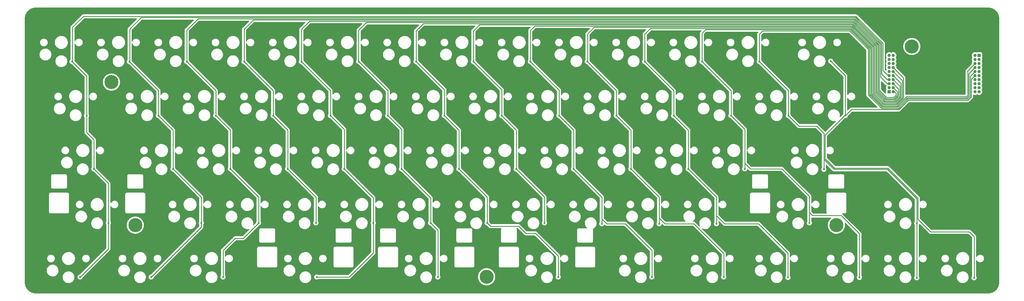
<source format=gbr>
%TF.GenerationSoftware,KiCad,Pcbnew,(7.0.0-0)*%
%TF.CreationDate,2023-03-04T16:40:41-08:00*%
%TF.ProjectId,mt-choc,6d742d63-686f-4632-9e6b-696361645f70,v1.0*%
%TF.SameCoordinates,Original*%
%TF.FileFunction,Copper,L1,Top*%
%TF.FilePolarity,Positive*%
%FSLAX46Y46*%
G04 Gerber Fmt 4.6, Leading zero omitted, Abs format (unit mm)*
G04 Created by KiCad (PCBNEW (7.0.0-0)) date 2023-03-04 16:40:41*
%MOMM*%
%LPD*%
G01*
G04 APERTURE LIST*
%TA.AperFunction,ComponentPad*%
%ADD10C,4.400000*%
%TD*%
%TA.AperFunction,ComponentPad*%
%ADD11R,1.000000X1.000000*%
%TD*%
%TA.AperFunction,ComponentPad*%
%ADD12C,1.000000*%
%TD*%
%TA.AperFunction,ViaPad*%
%ADD13C,0.600000*%
%TD*%
%TA.AperFunction,Conductor*%
%ADD14C,0.254000*%
%TD*%
G04 APERTURE END LIST*
D10*
%TO.P,H1,1*%
%TO.N,N/C*%
X82750000Y-102500000D03*
%TD*%
%TO.P,H5,1*%
%TO.N,N/C*%
X310750000Y-147500000D03*
%TD*%
%TO.P,H2,1*%
%TO.N,N/C*%
X90250000Y-147500000D03*
%TD*%
%TO.P,H4,1*%
%TO.N,N/C*%
X334500000Y-91250000D03*
%TD*%
%TO.P,H3,1*%
%TO.N,N/C*%
X200750000Y-163750000D03*
%TD*%
D11*
%TO.P,U1,1,GP8*%
%TO.N,unconnected-(U1-GP8-Pad1)*%
X355636115Y-94083037D03*
D12*
%TO.P,U1,2,GP0*%
%TO.N,ROW1*%
X354366116Y-94083038D03*
%TO.P,U1,3,GP9*%
%TO.N,unconnected-(U1-GP9-Pad3)*%
X355636116Y-95353038D03*
%TO.P,U1,4,GP1*%
%TO.N,ROW2*%
X354366116Y-95353038D03*
%TO.P,U1,5,GP10*%
%TO.N,unconnected-(U1-GP10-Pad5)*%
X355636116Y-96623038D03*
%TO.P,U1,6,GP2*%
%TO.N,COL11*%
X354366116Y-96623038D03*
%TO.P,U1,7,GP11*%
%TO.N,unconnected-(U1-GP11-Pad7)*%
X355636116Y-97893038D03*
%TO.P,U1,8,GP3*%
%TO.N,COL12*%
X354366116Y-97893038D03*
%TO.P,U1,9,GP12*%
%TO.N,unconnected-(U1-GP12-Pad9)*%
X355636116Y-99163038D03*
%TO.P,U1,10,GP4*%
%TO.N,COL13*%
X354366116Y-99163038D03*
%TO.P,U1,11,GP13*%
%TO.N,ROW5*%
X355636116Y-100433038D03*
%TO.P,U1,12,GP5*%
%TO.N,COL14*%
X354366116Y-100433038D03*
%TO.P,U1,13,GP14*%
%TO.N,ROW4*%
X355636116Y-101703038D03*
%TO.P,U1,14,GP6*%
%TO.N,unconnected-(U1-GP6-Pad14)*%
X354366116Y-101703038D03*
%TO.P,U1,15,GP15*%
%TO.N,ROW3*%
X355636116Y-102973038D03*
%TO.P,U1,16,GP7*%
%TO.N,unconnected-(U1-GP7-Pad16)*%
X354366116Y-102973038D03*
%TO.P,U1,17,SWCLK*%
%TO.N,unconnected-(U1-SWCLK-Pad17)*%
X355636116Y-104243038D03*
%TO.P,U1,18,VSYS*%
%TO.N,unconnected-(U1-VSYS-Pad18)*%
X354366116Y-104243038D03*
%TO.P,U1,19,SWDIO*%
%TO.N,unconnected-(U1-SWDIO-Pad19)*%
X355636116Y-105513038D03*
%TO.P,U1,20,GND*%
%TO.N,unconnected-(U1-GND-Pad20)*%
X354366116Y-105513038D03*
D11*
%TO.P,U1,21,GP24*%
%TO.N,unconnected-(U1-GP24-Pad21)*%
X327366115Y-105513037D03*
D12*
%TO.P,U1,22,GP16*%
%TO.N,COL4*%
X328636116Y-105513038D03*
%TO.P,U1,23,GP25*%
%TO.N,unconnected-(U1-GP25-Pad23)*%
X327366116Y-104243038D03*
%TO.P,U1,24,GP17*%
%TO.N,COL5*%
X328636116Y-104243038D03*
%TO.P,U1,25,GP26*%
%TO.N,COL3*%
X327366116Y-102973038D03*
%TO.P,U1,26,GP18*%
%TO.N,COL6*%
X328636116Y-102973038D03*
%TO.P,U1,27,GP27*%
%TO.N,COL2*%
X327366116Y-101703038D03*
%TO.P,U1,28,GP19*%
%TO.N,COL7*%
X328636116Y-101703038D03*
%TO.P,U1,29,GP28*%
%TO.N,COL1*%
X327366116Y-100433038D03*
%TO.P,U1,30,GP20*%
%TO.N,COL8*%
X328636116Y-100433038D03*
%TO.P,U1,31,GP29*%
%TO.N,unconnected-(U1-GP29-Pad31)*%
X327366116Y-99163038D03*
%TO.P,U1,32,GP21*%
%TO.N,COL9*%
X328636116Y-99163038D03*
%TO.P,U1,33,RUN*%
%TO.N,unconnected-(U1-RUN-Pad33)*%
X327366116Y-97893038D03*
%TO.P,U1,34,GP22*%
%TO.N,COL10*%
X328636116Y-97893038D03*
%TO.P,U1,35,BOOT*%
%TO.N,unconnected-(U1-BOOT-Pad35)*%
X327366116Y-96623038D03*
%TO.P,U1,36,GP23*%
%TO.N,unconnected-(U1-GP23-Pad36)*%
X328636116Y-96623038D03*
%TO.P,U1,37,AVDD*%
%TO.N,unconnected-(U1-AVDD-Pad37)*%
X327366116Y-95353038D03*
%TO.P,U1,38,VSYS*%
%TO.N,unconnected-(U1-VSYS-Pad38)*%
X328636116Y-95353038D03*
%TO.P,U1,39,GND*%
%TO.N,unconnected-(U1-GND-Pad39)*%
X327366116Y-94083038D03*
%TO.P,U1,40,GND*%
%TO.N,unconnected-(U1-GND-Pad40)*%
X328636116Y-94083038D03*
%TD*%
D13*
%TO.N,COL1*%
X81788000Y-146812000D03*
X74930000Y-113030000D03*
X77216000Y-129794000D03*
X70358000Y-96012000D03*
X72898000Y-163830000D03*
%TO.N,COL2*%
X110998000Y-146812000D03*
X97536000Y-113030000D03*
X95250000Y-163830000D03*
X102108000Y-129794000D03*
X88392000Y-96012000D03*
%TO.N,COL3*%
X129032000Y-146812000D03*
X106426000Y-96012000D03*
X117856000Y-163830000D03*
X115570000Y-113030000D03*
X120142000Y-129794000D03*
%TO.N,COL4*%
X138176000Y-129794000D03*
X147066000Y-146812000D03*
X124460000Y-96012000D03*
X133604000Y-113030000D03*
%TO.N,COL5*%
X147320000Y-163830000D03*
X151638000Y-113030000D03*
X142494000Y-96012000D03*
X165100000Y-146812000D03*
X155956000Y-129794000D03*
%TO.N,COL6*%
X185420000Y-163830000D03*
X173990000Y-129794000D03*
X183134000Y-146812000D03*
X160528000Y-96012000D03*
X169672000Y-113030000D03*
%TO.N,COL7*%
X187452000Y-113030000D03*
X200914000Y-146812000D03*
X192024000Y-129794000D03*
X223266000Y-163830000D03*
X178562000Y-96012000D03*
%TO.N,COL8*%
X210058000Y-129794000D03*
X205486000Y-113030000D03*
X218948000Y-146812000D03*
X196596000Y-96012000D03*
%TO.N,COL9*%
X252730000Y-163830000D03*
X223520000Y-113030000D03*
X214503000Y-96012000D03*
X228092000Y-129794000D03*
X236982000Y-147066000D03*
%TO.N,COL10*%
X275336000Y-163830000D03*
X241554000Y-113030000D03*
X232410000Y-96012000D03*
X246126000Y-129794000D03*
X255016000Y-147066000D03*
%TO.N,COL11*%
X273050000Y-147066000D03*
X295529000Y-163957000D03*
X264160000Y-129794000D03*
X259588000Y-113030000D03*
X250444000Y-96012000D03*
%TO.N,COL12*%
X281940000Y-129794000D03*
X268478000Y-96012000D03*
X277622000Y-113030000D03*
X318008000Y-163957000D03*
X302260000Y-146812000D03*
%TO.N,COL13*%
X336042000Y-164084000D03*
X306832000Y-129921000D03*
X286512000Y-96012000D03*
X295656000Y-113030000D03*
X336042000Y-146939000D03*
%TO.N,COL14*%
X308991000Y-95885000D03*
X354076000Y-164084000D03*
X313563000Y-113030000D03*
%TD*%
D14*
%TO.N,COL1*%
X77216000Y-129794000D02*
X77216000Y-120650000D01*
X74930000Y-100584000D02*
X74930000Y-113030000D01*
X81788000Y-154940000D02*
X81788000Y-146812000D01*
X77216000Y-129794000D02*
X81788000Y-134366000D01*
X70500000Y-85202000D02*
X73914000Y-81788000D01*
X327001038Y-100433038D02*
X327366116Y-100433038D01*
X325374000Y-98806000D02*
X327001038Y-100433038D01*
X74930000Y-118364000D02*
X76962000Y-120396000D01*
X316895815Y-81788000D02*
X325374000Y-90266185D01*
X70500000Y-95900000D02*
X70500000Y-85202000D01*
X72898000Y-163830000D02*
X81788000Y-154940000D01*
X73914000Y-81788000D02*
X316895815Y-81788000D01*
X70358000Y-96012000D02*
X74930000Y-100584000D01*
X77216000Y-120650000D02*
X76962000Y-120396000D01*
X74930000Y-113030000D02*
X74930000Y-118364000D01*
X325374000Y-90266185D02*
X325374000Y-98806000D01*
X81788000Y-134366000D02*
X81788000Y-146812000D01*
%TO.N,COL2*%
X316738000Y-82169000D02*
X92075000Y-82169000D01*
X327366116Y-101703038D02*
X326747038Y-101703038D01*
X110998000Y-148082000D02*
X110998000Y-146812000D01*
X326747038Y-101703038D02*
X324993000Y-99949000D01*
X97536000Y-113030000D02*
X97536000Y-105156000D01*
X324993000Y-90424000D02*
X316738000Y-82169000D01*
X88500000Y-85744000D02*
X88500000Y-95900000D01*
X110998000Y-146812000D02*
X110998000Y-138684000D01*
X92075000Y-82169000D02*
X88500000Y-85744000D01*
X95250000Y-163830000D02*
X110998000Y-148082000D01*
X324993000Y-99949000D02*
X324993000Y-90424000D01*
X97536000Y-105156000D02*
X88392000Y-96012000D01*
X102108000Y-117602000D02*
X102108000Y-129794000D01*
X97536000Y-113030000D02*
X102108000Y-117602000D01*
X110998000Y-138684000D02*
X102108000Y-129794000D01*
%TO.N,COL3*%
X129032000Y-138684000D02*
X129032000Y-146812000D01*
X124206000Y-151638000D02*
X121666000Y-151638000D01*
X106426000Y-86106000D02*
X109982000Y-82550000D01*
X120142000Y-117602000D02*
X120142000Y-129794000D01*
X117856000Y-155448000D02*
X117856000Y-163830000D01*
X324612000Y-90581816D02*
X324612000Y-100838000D01*
X106426000Y-96012000D02*
X115570000Y-105156000D01*
X120142000Y-129794000D02*
X129032000Y-138684000D01*
X326747038Y-102973038D02*
X327366116Y-102973038D01*
X106426000Y-96012000D02*
X106426000Y-86106000D01*
X115570000Y-113030000D02*
X120142000Y-117602000D01*
X129032000Y-146812000D02*
X124206000Y-151638000D01*
X121666000Y-151638000D02*
X117856000Y-155448000D01*
X109982000Y-82550000D02*
X316580184Y-82550000D01*
X324612000Y-100838000D02*
X326747038Y-102973038D01*
X316580184Y-82550000D02*
X324612000Y-90581816D01*
X115570000Y-105156000D02*
X115570000Y-113030000D01*
%TO.N,COL4*%
X147066000Y-138684000D02*
X147066000Y-146812000D01*
X133604000Y-113030000D02*
X138176000Y-117602000D01*
X316422368Y-82931000D02*
X324231000Y-90739632D01*
X124460000Y-85852000D02*
X127381000Y-82931000D01*
X324231000Y-105029000D02*
X326517000Y-107315000D01*
X329553328Y-106033328D02*
X329033038Y-105513038D01*
X324231000Y-90739632D02*
X324231000Y-105029000D01*
X138176000Y-129794000D02*
X147066000Y-138684000D01*
X138176000Y-117602000D02*
X138176000Y-129794000D01*
X133604000Y-105156000D02*
X133604000Y-113030000D01*
X124460000Y-96012000D02*
X133604000Y-105156000D01*
X328779656Y-107315000D02*
X329553328Y-106541328D01*
X127381000Y-82931000D02*
X316422368Y-82931000D01*
X329553328Y-106541328D02*
X329553328Y-106033328D01*
X124460000Y-96012000D02*
X124460000Y-85852000D01*
X329033038Y-105513038D02*
X328636116Y-105513038D01*
X326517000Y-107315000D02*
X328779656Y-107315000D01*
%TO.N,COL5*%
X151638000Y-105156000D02*
X151638000Y-113030000D01*
X326359185Y-107696000D02*
X328937472Y-107696000D01*
X316264552Y-83312000D02*
X323850000Y-90897448D01*
X165100000Y-146812000D02*
X165100000Y-138938000D01*
X147320000Y-163830000D02*
X157480000Y-163830000D01*
X157480000Y-163830000D02*
X165100000Y-156210000D01*
X323850000Y-105186816D02*
X326359185Y-107696000D01*
X151638000Y-113030000D02*
X155956000Y-117348000D01*
X329946000Y-106687472D02*
X329946000Y-105552922D01*
X328937472Y-107696000D02*
X329946000Y-106687472D01*
X165100000Y-156210000D02*
X165100000Y-146812000D01*
X142494000Y-85852000D02*
X145034000Y-83312000D01*
X323850000Y-90897448D02*
X323850000Y-105186816D01*
X145034000Y-83312000D02*
X316264552Y-83312000D01*
X155956000Y-117348000D02*
X155956000Y-129794000D01*
X165100000Y-138938000D02*
X155956000Y-129794000D01*
X142494000Y-96012000D02*
X142494000Y-85852000D01*
X142494000Y-96012000D02*
X151638000Y-105156000D01*
X329946000Y-105552922D02*
X328636116Y-104243038D01*
%TO.N,COL6*%
X323469000Y-91055264D02*
X323469000Y-105344632D01*
X183134000Y-138938000D02*
X173990000Y-129794000D01*
X330327000Y-104663922D02*
X328636116Y-102973038D01*
X316106736Y-83693000D02*
X323469000Y-91055264D01*
X169672000Y-105156000D02*
X160528000Y-96012000D01*
X169672000Y-113030000D02*
X169672000Y-105156000D01*
X326201369Y-108077000D02*
X329095288Y-108077000D01*
X185420000Y-149098000D02*
X183134000Y-146812000D01*
X173990000Y-117348000D02*
X173990000Y-129794000D01*
X162941000Y-83693000D02*
X316106736Y-83693000D01*
X323469000Y-105344632D02*
X326201369Y-108077000D01*
X330327000Y-106845288D02*
X330327000Y-104663922D01*
X329095288Y-108077000D02*
X330327000Y-106845288D01*
X160500000Y-95900000D02*
X160500000Y-86134000D01*
X160500000Y-86134000D02*
X162941000Y-83693000D01*
X183134000Y-146812000D02*
X183134000Y-138938000D01*
X169672000Y-113030000D02*
X173990000Y-117348000D01*
X185420000Y-163830000D02*
X185420000Y-149098000D01*
%TO.N,COL7*%
X187452000Y-113030000D02*
X192024000Y-117602000D01*
X178562000Y-96012000D02*
X178562000Y-86360000D01*
X178562000Y-86360000D02*
X180848000Y-84074000D01*
X323088000Y-91213080D02*
X323088000Y-105502446D01*
X223266000Y-157226000D02*
X216154000Y-150114000D01*
X223266000Y-163830000D02*
X223266000Y-157226000D01*
X187452000Y-113030000D02*
X187452000Y-104902000D01*
X329253104Y-108458000D02*
X330708000Y-107003104D01*
X323088000Y-105502446D02*
X326043554Y-108458000D01*
X200914000Y-138684000D02*
X192024000Y-129794000D01*
X330708000Y-107003104D02*
X330708000Y-103774922D01*
X326043554Y-108458000D02*
X329253104Y-108458000D01*
X201930000Y-147828000D02*
X200914000Y-146812000D01*
X200914000Y-146812000D02*
X200914000Y-138684000D01*
X330708000Y-103774922D02*
X328636116Y-101703038D01*
X180848000Y-84074000D02*
X315948920Y-84074000D01*
X315948920Y-84074000D02*
X323088000Y-91213080D01*
X213106000Y-150114000D02*
X210820000Y-147828000D01*
X210820000Y-147828000D02*
X201930000Y-147828000D01*
X216154000Y-150114000D02*
X213106000Y-150114000D01*
X187452000Y-104902000D02*
X178562000Y-96012000D01*
X192024000Y-117602000D02*
X192024000Y-129794000D01*
%TO.N,COL8*%
X331089000Y-107160920D02*
X331089000Y-102885922D01*
X315791104Y-84455000D02*
X322707000Y-91370896D01*
X210058000Y-117602000D02*
X210058000Y-129794000D01*
X196596000Y-86360000D02*
X198501000Y-84455000D01*
X196596000Y-96012000D02*
X196596000Y-86360000D01*
X218948000Y-138684000D02*
X210058000Y-129794000D01*
X325885738Y-108839000D02*
X329410920Y-108839000D01*
X205486000Y-113030000D02*
X210058000Y-117602000D01*
X218948000Y-146812000D02*
X218948000Y-138684000D01*
X205486000Y-113030000D02*
X205486000Y-104902000D01*
X198501000Y-84455000D02*
X315791104Y-84455000D01*
X322707000Y-91370896D02*
X322707000Y-105660262D01*
X331089000Y-102885922D02*
X328636116Y-100433038D01*
X329410920Y-108839000D02*
X331089000Y-107160920D01*
X205486000Y-104902000D02*
X196596000Y-96012000D01*
X322707000Y-105660262D02*
X325885738Y-108839000D01*
%TO.N,COL9*%
X252730000Y-163830000D02*
X252730000Y-155448000D01*
X252730000Y-155448000D02*
X244348000Y-147066000D01*
X236982000Y-145542000D02*
X238506000Y-147066000D01*
X236982000Y-138684000D02*
X228092000Y-129794000D01*
X223520000Y-105029000D02*
X214503000Y-96012000D01*
X329568736Y-109220000D02*
X331470000Y-107318736D01*
X315633288Y-84836000D02*
X322326000Y-91528712D01*
X236982000Y-145542000D02*
X236982000Y-138684000D01*
X236982000Y-147066000D02*
X236982000Y-145542000D01*
X238506000Y-147066000D02*
X244348000Y-147066000D01*
X322326000Y-91528712D02*
X322326000Y-105918000D01*
X223520000Y-113030000D02*
X223520000Y-105029000D01*
X214500000Y-95900000D02*
X214500000Y-86236000D01*
X215900000Y-84836000D02*
X315633288Y-84836000D01*
X214500000Y-86236000D02*
X215900000Y-84836000D01*
X223520000Y-113030000D02*
X228092000Y-117602000D01*
X325628000Y-109220000D02*
X329568736Y-109220000D01*
X331470000Y-107318736D02*
X331470000Y-101996922D01*
X322326000Y-105918000D02*
X325628000Y-109220000D01*
X331470000Y-101996922D02*
X328636116Y-99163038D01*
X228092000Y-117602000D02*
X228092000Y-129794000D01*
%TO.N,COL10*%
X255016000Y-147066000D02*
X255016000Y-145288000D01*
X234569000Y-85217000D02*
X315475472Y-85217000D01*
X321945000Y-106075816D02*
X325470184Y-109601000D01*
X331851000Y-107476552D02*
X331851000Y-101107922D01*
X256794000Y-147066000D02*
X265938000Y-147066000D01*
X246126000Y-117602000D02*
X246126000Y-129794000D01*
X329726552Y-109601000D02*
X331851000Y-107476552D01*
X321945000Y-91686528D02*
X321945000Y-106075816D01*
X325470184Y-109601000D02*
X329726552Y-109601000D01*
X315475472Y-85217000D02*
X321945000Y-91686528D01*
X275336000Y-163830000D02*
X275336000Y-156464000D01*
X331851000Y-101107922D02*
X328636116Y-97893038D01*
X241554000Y-105156000D02*
X232410000Y-96012000D01*
X232500000Y-95900000D02*
X232500000Y-87286000D01*
X241554000Y-113030000D02*
X246126000Y-117602000D01*
X232500000Y-87286000D02*
X234569000Y-85217000D01*
X255016000Y-145288000D02*
X256794000Y-147066000D01*
X241554000Y-113030000D02*
X241554000Y-105156000D01*
X255016000Y-145288000D02*
X255016000Y-138684000D01*
X255016000Y-138684000D02*
X246126000Y-129794000D01*
X275336000Y-156464000D02*
X265938000Y-147066000D01*
%TO.N,COL11*%
X259588000Y-105156000D02*
X250444000Y-96012000D01*
X250500000Y-87320000D02*
X252222000Y-85598000D01*
X273050000Y-138684000D02*
X264160000Y-129794000D01*
X321564000Y-106233632D02*
X325312369Y-109982000D01*
X315317656Y-85598000D02*
X321564000Y-91844344D01*
X332836186Y-107061000D02*
X351601368Y-107061000D01*
X259588000Y-113030000D02*
X264160000Y-117602000D01*
X275590000Y-147066000D02*
X286258000Y-147066000D01*
X252222000Y-85598000D02*
X315317656Y-85598000D01*
X352044000Y-106618368D02*
X352044000Y-98945154D01*
X264160000Y-117602000D02*
X264160000Y-129794000D01*
X273050000Y-144526000D02*
X273050000Y-138684000D01*
X351601368Y-107061000D02*
X352044000Y-106618368D01*
X321564000Y-91844344D02*
X321564000Y-106233632D01*
X329915183Y-109982000D02*
X332836186Y-107061000D01*
X273050000Y-147066000D02*
X273050000Y-144526000D01*
X250500000Y-95900000D02*
X250500000Y-87320000D01*
X259588000Y-113030000D02*
X259588000Y-105156000D01*
X352044000Y-98945154D02*
X354366116Y-96623038D01*
X295529000Y-163957000D02*
X295529000Y-156337000D01*
X295529000Y-156337000D02*
X286258000Y-147066000D01*
X325312369Y-109982000D02*
X329915183Y-109982000D01*
X273050000Y-144526000D02*
X275590000Y-147066000D01*
%TO.N,COL12*%
X293624000Y-129794000D02*
X302260000Y-138430000D01*
X312250000Y-144500000D02*
X318008000Y-150258000D01*
X352425000Y-106776184D02*
X352425000Y-99834154D01*
X332994001Y-107442000D02*
X351759184Y-107442000D01*
X302260000Y-143510000D02*
X303250000Y-144500000D01*
X268478000Y-87122000D02*
X269621000Y-85979000D01*
X269621000Y-85979000D02*
X315159840Y-85979000D01*
X315159840Y-85979000D02*
X321183000Y-92002160D01*
X302260000Y-138430000D02*
X302260000Y-143510000D01*
X281940000Y-117348000D02*
X281940000Y-128016000D01*
X281940000Y-128016000D02*
X283718000Y-129794000D01*
X321183000Y-106391448D02*
X325154554Y-110363000D01*
X325154554Y-110363000D02*
X330072999Y-110363000D01*
X277622000Y-113030000D02*
X281940000Y-117348000D01*
X268478000Y-96012000D02*
X268478000Y-87122000D01*
X352425000Y-99834154D02*
X354366116Y-97893038D01*
X281940000Y-128016000D02*
X281940000Y-129794000D01*
X303250000Y-144500000D02*
X312250000Y-144500000D01*
X277622000Y-113030000D02*
X277622000Y-105156000D01*
X277622000Y-105156000D02*
X268478000Y-96012000D01*
X318008000Y-150258000D02*
X318008000Y-163957000D01*
X351759184Y-107442000D02*
X352425000Y-106776184D01*
X330072999Y-110363000D02*
X332994001Y-107442000D01*
X283718000Y-129794000D02*
X293624000Y-129794000D01*
X302260000Y-143510000D02*
X302260000Y-146812000D01*
X321183000Y-92002160D02*
X321183000Y-106391448D01*
%TO.N,COL13*%
X336042000Y-146939000D02*
X336042000Y-139192000D01*
X287528000Y-86360000D02*
X286512000Y-87376000D01*
X336042000Y-149860000D02*
X336042000Y-146939000D01*
X336042000Y-139192000D02*
X326771000Y-129921000D01*
X298958000Y-116332000D02*
X304546000Y-116332000D01*
X336042000Y-164084000D02*
X336042000Y-149860000D01*
X295656000Y-113030000D02*
X298958000Y-116332000D01*
X304546000Y-116332000D02*
X306832000Y-118618000D01*
X306832000Y-118618000D02*
X306832000Y-126746000D01*
X315002024Y-86360000D02*
X287528000Y-86360000D01*
X320802000Y-92159976D02*
X315002024Y-86360000D01*
X333151816Y-107823000D02*
X330230815Y-110744000D01*
X354366116Y-99163038D02*
X352806000Y-100723154D01*
X330230815Y-110744000D02*
X324996738Y-110744000D01*
X324996738Y-110744000D02*
X320802000Y-106549264D01*
X306832000Y-126746000D02*
X310007000Y-129921000D01*
X351917000Y-107823000D02*
X333151816Y-107823000D01*
X310007000Y-129921000D02*
X326771000Y-129921000D01*
X352806000Y-100723154D02*
X352806000Y-106934000D01*
X320802000Y-106549264D02*
X320802000Y-92159976D01*
X295656000Y-105156000D02*
X286512000Y-96012000D01*
X352806000Y-106934000D02*
X351917000Y-107823000D01*
X306832000Y-126746000D02*
X306832000Y-129921000D01*
X295656000Y-113030000D02*
X295656000Y-105156000D01*
X286512000Y-87376000D02*
X286512000Y-96012000D01*
%TO.N,COL14*%
X336423000Y-145669000D02*
X336423000Y-139034184D01*
X354076000Y-164084000D02*
X354076000Y-151130000D01*
X315468000Y-111125000D02*
X330388631Y-111125000D01*
X352552000Y-149606000D02*
X340360000Y-149606000D01*
X333309632Y-108204000D02*
X352074815Y-108204000D01*
X353187000Y-101612154D02*
X354366116Y-100433038D01*
X336423000Y-139034184D02*
X326928816Y-129540000D01*
X313563000Y-100457000D02*
X313563000Y-113030000D01*
X308991000Y-95885000D02*
X313563000Y-100457000D01*
X307213000Y-126588184D02*
X307213000Y-119126000D01*
X307213000Y-119126000D02*
X313309000Y-113030000D01*
X353187000Y-107091815D02*
X353187000Y-101612154D01*
X313309000Y-113030000D02*
X313563000Y-113030000D01*
X313563000Y-113030000D02*
X315468000Y-111125000D01*
X330388631Y-111125000D02*
X333309632Y-108204000D01*
X352074815Y-108204000D02*
X353187000Y-107091815D01*
X354076000Y-151130000D02*
X352552000Y-149606000D01*
X340360000Y-149606000D02*
X336423000Y-145669000D01*
X310164816Y-129540000D02*
X307213000Y-126588184D01*
X326928816Y-129540000D02*
X310164816Y-129540000D01*
%TD*%
%TA.AperFunction,NonConductor*%
G36*
X358503032Y-79000648D02*
G01*
X358836929Y-79017052D01*
X358849037Y-79018245D01*
X358952146Y-79033539D01*
X359176699Y-79066849D01*
X359188617Y-79069219D01*
X359509951Y-79149709D01*
X359521588Y-79153240D01*
X359592806Y-79178722D01*
X359833467Y-79264832D01*
X359844688Y-79269479D01*
X360144163Y-79411120D01*
X360154871Y-79416844D01*
X360438988Y-79587137D01*
X360449106Y-79593897D01*
X360715170Y-79791224D01*
X360724576Y-79798944D01*
X360970013Y-80021395D01*
X360978604Y-80029986D01*
X361165755Y-80236475D01*
X361201055Y-80275423D01*
X361208775Y-80284829D01*
X361406102Y-80550893D01*
X361412862Y-80561011D01*
X361541776Y-80776092D01*
X361583148Y-80845116D01*
X361588885Y-80855848D01*
X361730514Y-81155297D01*
X361735170Y-81166540D01*
X361846759Y-81478411D01*
X361850292Y-81490055D01*
X361930777Y-81811369D01*
X361933151Y-81823305D01*
X361981754Y-82150962D01*
X361982947Y-82163071D01*
X361999351Y-82496966D01*
X361999500Y-82503051D01*
X361999500Y-165496949D01*
X361999351Y-165503034D01*
X361982947Y-165836928D01*
X361981754Y-165849037D01*
X361933151Y-166176694D01*
X361930777Y-166188630D01*
X361850292Y-166509944D01*
X361846759Y-166521588D01*
X361735170Y-166833459D01*
X361730514Y-166844702D01*
X361588885Y-167144151D01*
X361583148Y-167154883D01*
X361412862Y-167438988D01*
X361406102Y-167449106D01*
X361208775Y-167715170D01*
X361201055Y-167724576D01*
X360978611Y-167970006D01*
X360970006Y-167978611D01*
X360724576Y-168201055D01*
X360715170Y-168208775D01*
X360449106Y-168406102D01*
X360438988Y-168412862D01*
X360154883Y-168583148D01*
X360144151Y-168588885D01*
X359844702Y-168730514D01*
X359833459Y-168735170D01*
X359521588Y-168846759D01*
X359509944Y-168850292D01*
X359188630Y-168930777D01*
X359176694Y-168933151D01*
X358849037Y-168981754D01*
X358836928Y-168982947D01*
X358521989Y-168998419D01*
X358503031Y-168999351D01*
X358496949Y-168999500D01*
X59003051Y-168999500D01*
X58996968Y-168999351D01*
X58976900Y-168998365D01*
X58663071Y-168982947D01*
X58650962Y-168981754D01*
X58323305Y-168933151D01*
X58311369Y-168930777D01*
X57990055Y-168850292D01*
X57978411Y-168846759D01*
X57666540Y-168735170D01*
X57655301Y-168730515D01*
X57355844Y-168588883D01*
X57345121Y-168583150D01*
X57061011Y-168412862D01*
X57050893Y-168406102D01*
X56784829Y-168208775D01*
X56775423Y-168201055D01*
X56736475Y-168165755D01*
X56529986Y-167978604D01*
X56521395Y-167970013D01*
X56298944Y-167724576D01*
X56291224Y-167715170D01*
X56093897Y-167449106D01*
X56087137Y-167438988D01*
X55916844Y-167154871D01*
X55911120Y-167144163D01*
X55769479Y-166844688D01*
X55764829Y-166833459D01*
X55653240Y-166521588D01*
X55649707Y-166509944D01*
X55640958Y-166475015D01*
X55569219Y-166188617D01*
X55566848Y-166176694D01*
X55562455Y-166147081D01*
X55518245Y-165849037D01*
X55517052Y-165836927D01*
X55500649Y-165503033D01*
X55500500Y-165496949D01*
X55500500Y-163967765D01*
X67395788Y-163967765D01*
X67396282Y-163972262D01*
X67396283Y-163972267D01*
X67424917Y-164232506D01*
X67424918Y-164232513D01*
X67425414Y-164237018D01*
X67426559Y-164241398D01*
X67426561Y-164241408D01*
X67482924Y-164456996D01*
X67493928Y-164499088D01*
X67495693Y-164503242D01*
X67495696Y-164503250D01*
X67586753Y-164717523D01*
X67599870Y-164748390D01*
X67602226Y-164752251D01*
X67602229Y-164752256D01*
X67685552Y-164888785D01*
X67740982Y-164979610D01*
X67914255Y-165187820D01*
X67917630Y-165190844D01*
X67917631Y-165190845D01*
X68022330Y-165284656D01*
X68115998Y-165368582D01*
X68341910Y-165518044D01*
X68587176Y-165633020D01*
X68846569Y-165711060D01*
X69114561Y-165750500D01*
X69315369Y-165750500D01*
X69317631Y-165750500D01*
X69520156Y-165735677D01*
X69784553Y-165676780D01*
X70037558Y-165580014D01*
X70273777Y-165447441D01*
X70488177Y-165281888D01*
X70676186Y-165086881D01*
X70833799Y-164866579D01*
X70957656Y-164625675D01*
X71045118Y-164369305D01*
X71094319Y-164102933D01*
X71104212Y-163832235D01*
X71074586Y-163562982D01*
X71006072Y-163300912D01*
X70900130Y-163051610D01*
X70759018Y-162820390D01*
X70585745Y-162612180D01*
X70582368Y-162609154D01*
X70387382Y-162434446D01*
X70387378Y-162434442D01*
X70384002Y-162431418D01*
X70158090Y-162281956D01*
X70153996Y-162280036D01*
X70153991Y-162280034D01*
X69916929Y-162168904D01*
X69916925Y-162168902D01*
X69912824Y-162166980D01*
X69908477Y-162165672D01*
X69908474Y-162165671D01*
X69657772Y-162090246D01*
X69657771Y-162090245D01*
X69653431Y-162088940D01*
X69648957Y-162088281D01*
X69648950Y-162088280D01*
X69389913Y-162050158D01*
X69389907Y-162050157D01*
X69385439Y-162049500D01*
X69182369Y-162049500D01*
X69180120Y-162049664D01*
X69180109Y-162049665D01*
X68984363Y-162063992D01*
X68984359Y-162063992D01*
X68979844Y-162064323D01*
X68975426Y-162065307D01*
X68975420Y-162065308D01*
X68719877Y-162122232D01*
X68719861Y-162122236D01*
X68715447Y-162123220D01*
X68711216Y-162124838D01*
X68711210Y-162124840D01*
X68466673Y-162218367D01*
X68466663Y-162218371D01*
X68462442Y-162219986D01*
X68458494Y-162222201D01*
X68458489Y-162222204D01*
X68230176Y-162350340D01*
X68230171Y-162350343D01*
X68226223Y-162352559D01*
X68222639Y-162355325D01*
X68222635Y-162355329D01*
X68015407Y-162515343D01*
X68015394Y-162515354D01*
X68011823Y-162518112D01*
X68008685Y-162521366D01*
X68008678Y-162521373D01*
X67826958Y-162709857D01*
X67826952Y-162709864D01*
X67823814Y-162713119D01*
X67821189Y-162716787D01*
X67821179Y-162716800D01*
X67668834Y-162929740D01*
X67668830Y-162929745D01*
X67666201Y-162933421D01*
X67664132Y-162937444D01*
X67664129Y-162937450D01*
X67544416Y-163170293D01*
X67544411Y-163170304D01*
X67542344Y-163174325D01*
X67540884Y-163178602D01*
X67540879Y-163178616D01*
X67456348Y-163426395D01*
X67456344Y-163426407D01*
X67454882Y-163430695D01*
X67454057Y-163435159D01*
X67454057Y-163435161D01*
X67412959Y-163657665D01*
X67405681Y-163697067D01*
X67405515Y-163701593D01*
X67405515Y-163701599D01*
X67397335Y-163925445D01*
X67395788Y-163967765D01*
X55500500Y-163967765D01*
X55500500Y-161867765D01*
X62395788Y-161867765D01*
X62396282Y-161872262D01*
X62396283Y-161872267D01*
X62424917Y-162132506D01*
X62424918Y-162132513D01*
X62425414Y-162137018D01*
X62426559Y-162141398D01*
X62426561Y-162141408D01*
X62463959Y-162284455D01*
X62493928Y-162399088D01*
X62495693Y-162403242D01*
X62495696Y-162403250D01*
X62583196Y-162609154D01*
X62599870Y-162648390D01*
X62602226Y-162652251D01*
X62602229Y-162652256D01*
X62702711Y-162816901D01*
X62740982Y-162879610D01*
X62914255Y-163087820D01*
X62917630Y-163090844D01*
X62917631Y-163090845D01*
X63035522Y-163196476D01*
X63115998Y-163268582D01*
X63341910Y-163418044D01*
X63587176Y-163533020D01*
X63846569Y-163611060D01*
X64114561Y-163650500D01*
X64315369Y-163650500D01*
X64317631Y-163650500D01*
X64520156Y-163635677D01*
X64784553Y-163576780D01*
X65037558Y-163480014D01*
X65273777Y-163347441D01*
X65488177Y-163181888D01*
X65676186Y-162986881D01*
X65833799Y-162766579D01*
X65957656Y-162525675D01*
X66045118Y-162269305D01*
X66094319Y-162002933D01*
X66104212Y-161732235D01*
X66074586Y-161462982D01*
X66006072Y-161200912D01*
X65900130Y-160951610D01*
X65759018Y-160720390D01*
X65585745Y-160512180D01*
X65573867Y-160501537D01*
X65387382Y-160334446D01*
X65387378Y-160334442D01*
X65384002Y-160331418D01*
X65158090Y-160181956D01*
X65153996Y-160180036D01*
X65153991Y-160180034D01*
X64916929Y-160068904D01*
X64916925Y-160068902D01*
X64912824Y-160066980D01*
X64908477Y-160065672D01*
X64908474Y-160065671D01*
X64657772Y-159990246D01*
X64657771Y-159990245D01*
X64653431Y-159988940D01*
X64648957Y-159988281D01*
X64648950Y-159988280D01*
X64389913Y-159950158D01*
X64389907Y-159950157D01*
X64385439Y-159949500D01*
X64182369Y-159949500D01*
X64180120Y-159949664D01*
X64180109Y-159949665D01*
X63984363Y-159963992D01*
X63984359Y-159963992D01*
X63979844Y-159964323D01*
X63975426Y-159965307D01*
X63975420Y-159965308D01*
X63719877Y-160022232D01*
X63719861Y-160022236D01*
X63715447Y-160023220D01*
X63711216Y-160024838D01*
X63711210Y-160024840D01*
X63466673Y-160118367D01*
X63466663Y-160118371D01*
X63462442Y-160119986D01*
X63458494Y-160122201D01*
X63458489Y-160122204D01*
X63230176Y-160250340D01*
X63230171Y-160250343D01*
X63226223Y-160252559D01*
X63222639Y-160255325D01*
X63222635Y-160255329D01*
X63015407Y-160415343D01*
X63015394Y-160415354D01*
X63011823Y-160418112D01*
X63008685Y-160421366D01*
X63008678Y-160421373D01*
X62826958Y-160609857D01*
X62826952Y-160609864D01*
X62823814Y-160613119D01*
X62821189Y-160616787D01*
X62821179Y-160616800D01*
X62668834Y-160829740D01*
X62668830Y-160829745D01*
X62666201Y-160833421D01*
X62664132Y-160837444D01*
X62664129Y-160837450D01*
X62544416Y-161070293D01*
X62544411Y-161070304D01*
X62542344Y-161074325D01*
X62540884Y-161078602D01*
X62540879Y-161078616D01*
X62456348Y-161326395D01*
X62456344Y-161326407D01*
X62454882Y-161330695D01*
X62454057Y-161335159D01*
X62454057Y-161335161D01*
X62406504Y-161592606D01*
X62406502Y-161592619D01*
X62405681Y-161597067D01*
X62405515Y-161601593D01*
X62405515Y-161601599D01*
X62400576Y-161736762D01*
X62395788Y-161867765D01*
X55500500Y-161867765D01*
X55500500Y-158111243D01*
X62549500Y-158111243D01*
X62550551Y-158116869D01*
X62550552Y-158116872D01*
X62583512Y-158293191D01*
X62590382Y-158329940D01*
X62592452Y-158335285D01*
X62592453Y-158335286D01*
X62620478Y-158407628D01*
X62670753Y-158537401D01*
X62673771Y-158542275D01*
X62779366Y-158712819D01*
X62787876Y-158726562D01*
X62791736Y-158730796D01*
X62933897Y-158886740D01*
X62933901Y-158886744D01*
X62937764Y-158890981D01*
X62942337Y-158894434D01*
X62942341Y-158894438D01*
X63110738Y-159021605D01*
X63115311Y-159025058D01*
X63314472Y-159124229D01*
X63528464Y-159185115D01*
X63694497Y-159200500D01*
X63802631Y-159200500D01*
X63805503Y-159200500D01*
X63971536Y-159185115D01*
X64185528Y-159124229D01*
X64384689Y-159025058D01*
X64562236Y-158890981D01*
X64712124Y-158726562D01*
X64829247Y-158537401D01*
X64909618Y-158329940D01*
X64950500Y-158111243D01*
X64950500Y-157928264D01*
X67195745Y-157928264D01*
X67195896Y-157932594D01*
X67195896Y-157932600D01*
X67205601Y-158210524D01*
X67205601Y-158210532D01*
X67205753Y-158214859D01*
X67206504Y-158219119D01*
X67206505Y-158219127D01*
X67253722Y-158486907D01*
X67255550Y-158497272D01*
X67256886Y-158501386D01*
X67256888Y-158501391D01*
X67342826Y-158765881D01*
X67342829Y-158765889D01*
X67344167Y-158770006D01*
X67346068Y-158773904D01*
X67346069Y-158773906D01*
X67406135Y-158897060D01*
X67469879Y-159027753D01*
X67630238Y-159265496D01*
X67633133Y-159268711D01*
X67633136Y-159268715D01*
X67819224Y-159475387D01*
X67819230Y-159475392D01*
X67822125Y-159478608D01*
X68041803Y-159662940D01*
X68045476Y-159665235D01*
X68260344Y-159799500D01*
X68284998Y-159814905D01*
X68546975Y-159931545D01*
X68822636Y-160010589D01*
X69106615Y-160050500D01*
X69319454Y-160050500D01*
X69321604Y-160050500D01*
X69536071Y-160035503D01*
X69816575Y-159975880D01*
X70086050Y-159877799D01*
X70339253Y-159743169D01*
X70571254Y-159574610D01*
X70777539Y-159375403D01*
X70954093Y-159149425D01*
X71097477Y-158901075D01*
X71204903Y-158635187D01*
X71274279Y-158356935D01*
X71300103Y-158111243D01*
X73549500Y-158111243D01*
X73550551Y-158116869D01*
X73550552Y-158116872D01*
X73583512Y-158293191D01*
X73590382Y-158329940D01*
X73592452Y-158335285D01*
X73592453Y-158335286D01*
X73620478Y-158407628D01*
X73670753Y-158537401D01*
X73673771Y-158542275D01*
X73779366Y-158712819D01*
X73787876Y-158726562D01*
X73791736Y-158730796D01*
X73933897Y-158886740D01*
X73933901Y-158886744D01*
X73937764Y-158890981D01*
X73942337Y-158894434D01*
X73942341Y-158894438D01*
X74110738Y-159021605D01*
X74115311Y-159025058D01*
X74314472Y-159124229D01*
X74528464Y-159185115D01*
X74694497Y-159200500D01*
X74802631Y-159200500D01*
X74805503Y-159200500D01*
X74971536Y-159185115D01*
X75185528Y-159124229D01*
X75384689Y-159025058D01*
X75562236Y-158890981D01*
X75712124Y-158726562D01*
X75829247Y-158537401D01*
X75909618Y-158329940D01*
X75950500Y-158111243D01*
X75950500Y-157888757D01*
X75909618Y-157670060D01*
X75829247Y-157462599D01*
X75712124Y-157273438D01*
X75659890Y-157216140D01*
X75566102Y-157113259D01*
X75566097Y-157113255D01*
X75562236Y-157109019D01*
X75557663Y-157105566D01*
X75557658Y-157105561D01*
X75389261Y-156978394D01*
X75389256Y-156978391D01*
X75384689Y-156974942D01*
X75379563Y-156972389D01*
X75379559Y-156972387D01*
X75190658Y-156878325D01*
X75190653Y-156878323D01*
X75185528Y-156875771D01*
X75180021Y-156874204D01*
X75180013Y-156874201D01*
X74977050Y-156816454D01*
X74977051Y-156816454D01*
X74971536Y-156814885D01*
X74965828Y-156814356D01*
X74808363Y-156799765D01*
X74808362Y-156799764D01*
X74805503Y-156799500D01*
X74694497Y-156799500D01*
X74691638Y-156799764D01*
X74691636Y-156799765D01*
X74534171Y-156814356D01*
X74534169Y-156814356D01*
X74528464Y-156814885D01*
X74522950Y-156816453D01*
X74522949Y-156816454D01*
X74319986Y-156874201D01*
X74319975Y-156874205D01*
X74314472Y-156875771D01*
X74309349Y-156878321D01*
X74309341Y-156878325D01*
X74120440Y-156972387D01*
X74120431Y-156972392D01*
X74115311Y-156974942D01*
X74110748Y-156978387D01*
X74110738Y-156978394D01*
X73942341Y-157105561D01*
X73942330Y-157105570D01*
X73937764Y-157109019D01*
X73933907Y-157113249D01*
X73933897Y-157113259D01*
X73791736Y-157269203D01*
X73791732Y-157269207D01*
X73787876Y-157273438D01*
X73784864Y-157278301D01*
X73784859Y-157278309D01*
X73673771Y-157457724D01*
X73670753Y-157462599D01*
X73668685Y-157467936D01*
X73668683Y-157467941D01*
X73599174Y-157647365D01*
X73590382Y-157670060D01*
X73589328Y-157675694D01*
X73589328Y-157675697D01*
X73581261Y-157718855D01*
X73549500Y-157888757D01*
X73549500Y-158111243D01*
X71300103Y-158111243D01*
X71304255Y-158071736D01*
X71294247Y-157785141D01*
X71244450Y-157502728D01*
X71155833Y-157229994D01*
X71030121Y-156972247D01*
X70869762Y-156734504D01*
X70863751Y-156727828D01*
X70680775Y-156524612D01*
X70680769Y-156524606D01*
X70677875Y-156521392D01*
X70671120Y-156515724D01*
X70461516Y-156339845D01*
X70458197Y-156337060D01*
X70454523Y-156334764D01*
X70218671Y-156187387D01*
X70218664Y-156187383D01*
X70215002Y-156185095D01*
X70211055Y-156183337D01*
X70211050Y-156183335D01*
X69956972Y-156070212D01*
X69956968Y-156070210D01*
X69953025Y-156068455D01*
X69948878Y-156067266D01*
X69948873Y-156067264D01*
X69681516Y-155990601D01*
X69681508Y-155990599D01*
X69677364Y-155989411D01*
X69673081Y-155988809D01*
X69397677Y-155950103D01*
X69397674Y-155950102D01*
X69393385Y-155949500D01*
X69178396Y-155949500D01*
X69176279Y-155949648D01*
X69176251Y-155949649D01*
X68968250Y-155964194D01*
X68968238Y-155964195D01*
X68963929Y-155964497D01*
X68959694Y-155965397D01*
X68959688Y-155965398D01*
X68687668Y-156023218D01*
X68687666Y-156023218D01*
X68683425Y-156024120D01*
X68679357Y-156025600D01*
X68679352Y-156025602D01*
X68418023Y-156120718D01*
X68418016Y-156120720D01*
X68413950Y-156122201D01*
X68410126Y-156124234D01*
X68410122Y-156124236D01*
X68164568Y-156254798D01*
X68164553Y-156254807D01*
X68160747Y-156256831D01*
X68157247Y-156259373D01*
X68157242Y-156259377D01*
X67932253Y-156422841D01*
X67932244Y-156422848D01*
X67928746Y-156425390D01*
X67925637Y-156428392D01*
X67925629Y-156428399D01*
X67725575Y-156621589D01*
X67725569Y-156621595D01*
X67722461Y-156624597D01*
X67719798Y-156628005D01*
X67719793Y-156628011D01*
X67548575Y-156847159D01*
X67548569Y-156847167D01*
X67545907Y-156850575D01*
X67543745Y-156854318D01*
X67543740Y-156854327D01*
X67404688Y-157095173D01*
X67404681Y-157095186D01*
X67402523Y-157098925D01*
X67400907Y-157102924D01*
X67400900Y-157102939D01*
X67296719Y-157360796D01*
X67296714Y-157360808D01*
X67295097Y-157364813D01*
X67294050Y-157369010D01*
X67294049Y-157369015D01*
X67232997Y-157613883D01*
X67225721Y-157643065D01*
X67225270Y-157647350D01*
X67225268Y-157647365D01*
X67196197Y-157923954D01*
X67196196Y-157923968D01*
X67195745Y-157928264D01*
X64950500Y-157928264D01*
X64950500Y-157888757D01*
X64909618Y-157670060D01*
X64829247Y-157462599D01*
X64712124Y-157273438D01*
X64659890Y-157216140D01*
X64566102Y-157113259D01*
X64566097Y-157113255D01*
X64562236Y-157109019D01*
X64557663Y-157105566D01*
X64557658Y-157105561D01*
X64389261Y-156978394D01*
X64389256Y-156978391D01*
X64384689Y-156974942D01*
X64379563Y-156972389D01*
X64379559Y-156972387D01*
X64190658Y-156878325D01*
X64190653Y-156878323D01*
X64185528Y-156875771D01*
X64180021Y-156874204D01*
X64180013Y-156874201D01*
X63977050Y-156816454D01*
X63977051Y-156816454D01*
X63971536Y-156814885D01*
X63965828Y-156814356D01*
X63808363Y-156799765D01*
X63808362Y-156799764D01*
X63805503Y-156799500D01*
X63694497Y-156799500D01*
X63691638Y-156799764D01*
X63691636Y-156799765D01*
X63534171Y-156814356D01*
X63534169Y-156814356D01*
X63528464Y-156814885D01*
X63522950Y-156816453D01*
X63522949Y-156816454D01*
X63319986Y-156874201D01*
X63319975Y-156874205D01*
X63314472Y-156875771D01*
X63309349Y-156878321D01*
X63309341Y-156878325D01*
X63120440Y-156972387D01*
X63120431Y-156972392D01*
X63115311Y-156974942D01*
X63110748Y-156978387D01*
X63110738Y-156978394D01*
X62942341Y-157105561D01*
X62942330Y-157105570D01*
X62937764Y-157109019D01*
X62933907Y-157113249D01*
X62933897Y-157113259D01*
X62791736Y-157269203D01*
X62791732Y-157269207D01*
X62787876Y-157273438D01*
X62784864Y-157278301D01*
X62784859Y-157278309D01*
X62673771Y-157457724D01*
X62670753Y-157462599D01*
X62668685Y-157467936D01*
X62668683Y-157467941D01*
X62599174Y-157647365D01*
X62590382Y-157670060D01*
X62589328Y-157675694D01*
X62589328Y-157675697D01*
X62581261Y-157718855D01*
X62549500Y-157888757D01*
X62549500Y-158111243D01*
X55500500Y-158111243D01*
X55500500Y-146967765D01*
X76395788Y-146967765D01*
X76396282Y-146972262D01*
X76396283Y-146972267D01*
X76424917Y-147232506D01*
X76424918Y-147232513D01*
X76425414Y-147237018D01*
X76426559Y-147241398D01*
X76426561Y-147241408D01*
X76478343Y-147439474D01*
X76493928Y-147499088D01*
X76495693Y-147503242D01*
X76495696Y-147503250D01*
X76580555Y-147702939D01*
X76599870Y-147748390D01*
X76602226Y-147752251D01*
X76602229Y-147752256D01*
X76675043Y-147871565D01*
X76740982Y-147979610D01*
X76914255Y-148187820D01*
X76917630Y-148190844D01*
X76917631Y-148190845D01*
X77106503Y-148360075D01*
X77115998Y-148368582D01*
X77341910Y-148518044D01*
X77587176Y-148633020D01*
X77846569Y-148711060D01*
X78114561Y-148750500D01*
X78315369Y-148750500D01*
X78317631Y-148750500D01*
X78520156Y-148735677D01*
X78784553Y-148676780D01*
X79037558Y-148580014D01*
X79273777Y-148447441D01*
X79488177Y-148281888D01*
X79676186Y-148086881D01*
X79833799Y-147866579D01*
X79957656Y-147625675D01*
X80045118Y-147369305D01*
X80094319Y-147102933D01*
X80104212Y-146832235D01*
X80074586Y-146562982D01*
X80006072Y-146300912D01*
X79900130Y-146051610D01*
X79759018Y-145820390D01*
X79585745Y-145612180D01*
X79582368Y-145609154D01*
X79387382Y-145434446D01*
X79387378Y-145434442D01*
X79384002Y-145431418D01*
X79158090Y-145281956D01*
X79153996Y-145280036D01*
X79153991Y-145280034D01*
X78916929Y-145168904D01*
X78916925Y-145168902D01*
X78912824Y-145166980D01*
X78908477Y-145165672D01*
X78908474Y-145165671D01*
X78657772Y-145090246D01*
X78657771Y-145090245D01*
X78653431Y-145088940D01*
X78648957Y-145088281D01*
X78648950Y-145088280D01*
X78389913Y-145050158D01*
X78389907Y-145050157D01*
X78385439Y-145049500D01*
X78182369Y-145049500D01*
X78180120Y-145049664D01*
X78180109Y-145049665D01*
X77984363Y-145063992D01*
X77984359Y-145063992D01*
X77979844Y-145064323D01*
X77975426Y-145065307D01*
X77975420Y-145065308D01*
X77719877Y-145122232D01*
X77719861Y-145122236D01*
X77715447Y-145123220D01*
X77711216Y-145124838D01*
X77711210Y-145124840D01*
X77466673Y-145218367D01*
X77466663Y-145218371D01*
X77462442Y-145219986D01*
X77458494Y-145222201D01*
X77458489Y-145222204D01*
X77230176Y-145350340D01*
X77230171Y-145350343D01*
X77226223Y-145352559D01*
X77222639Y-145355325D01*
X77222635Y-145355329D01*
X77015407Y-145515343D01*
X77015394Y-145515354D01*
X77011823Y-145518112D01*
X77008685Y-145521366D01*
X77008678Y-145521373D01*
X76826958Y-145709857D01*
X76826952Y-145709864D01*
X76823814Y-145713119D01*
X76821189Y-145716787D01*
X76821179Y-145716800D01*
X76668834Y-145929740D01*
X76668830Y-145929745D01*
X76666201Y-145933421D01*
X76664132Y-145937444D01*
X76664129Y-145937450D01*
X76544416Y-146170293D01*
X76544411Y-146170304D01*
X76542344Y-146174325D01*
X76540884Y-146178602D01*
X76540879Y-146178616D01*
X76456348Y-146426395D01*
X76456344Y-146426407D01*
X76454882Y-146430695D01*
X76454057Y-146435159D01*
X76454057Y-146435161D01*
X76408005Y-146684486D01*
X76405681Y-146697067D01*
X76405515Y-146701593D01*
X76405515Y-146701599D01*
X76399864Y-146856237D01*
X76395788Y-146967765D01*
X55500500Y-146967765D01*
X55500500Y-144867765D01*
X71395788Y-144867765D01*
X71396282Y-144872262D01*
X71396283Y-144872267D01*
X71424917Y-145132506D01*
X71424918Y-145132513D01*
X71425414Y-145137018D01*
X71426559Y-145141398D01*
X71426561Y-145141408D01*
X71467974Y-145299813D01*
X71493928Y-145399088D01*
X71495693Y-145403242D01*
X71495696Y-145403250D01*
X71558024Y-145549919D01*
X71599870Y-145648390D01*
X71602226Y-145652251D01*
X71602229Y-145652256D01*
X71702711Y-145816901D01*
X71740982Y-145879610D01*
X71914255Y-146087820D01*
X71917630Y-146090844D01*
X71917631Y-146090845D01*
X72111264Y-146264341D01*
X72115998Y-146268582D01*
X72341910Y-146418044D01*
X72587176Y-146533020D01*
X72846569Y-146611060D01*
X73114561Y-146650500D01*
X73315369Y-146650500D01*
X73317631Y-146650500D01*
X73520156Y-146635677D01*
X73784553Y-146576780D01*
X74037558Y-146480014D01*
X74273777Y-146347441D01*
X74488177Y-146181888D01*
X74676186Y-145986881D01*
X74833799Y-145766579D01*
X74957656Y-145525675D01*
X75045118Y-145269305D01*
X75094319Y-145002933D01*
X75104212Y-144732235D01*
X75074586Y-144462982D01*
X75006072Y-144200912D01*
X74900130Y-143951610D01*
X74759018Y-143720390D01*
X74585745Y-143512180D01*
X74573867Y-143501537D01*
X74387382Y-143334446D01*
X74387378Y-143334442D01*
X74384002Y-143331418D01*
X74158090Y-143181956D01*
X74153996Y-143180036D01*
X74153991Y-143180034D01*
X73916929Y-143068904D01*
X73916925Y-143068902D01*
X73912824Y-143066980D01*
X73908477Y-143065672D01*
X73908474Y-143065671D01*
X73657772Y-142990246D01*
X73657771Y-142990245D01*
X73653431Y-142988940D01*
X73648957Y-142988281D01*
X73648950Y-142988280D01*
X73389913Y-142950158D01*
X73389907Y-142950157D01*
X73385439Y-142949500D01*
X73182369Y-142949500D01*
X73180120Y-142949664D01*
X73180109Y-142949665D01*
X72984363Y-142963992D01*
X72984359Y-142963992D01*
X72979844Y-142964323D01*
X72975426Y-142965307D01*
X72975420Y-142965308D01*
X72719877Y-143022232D01*
X72719861Y-143022236D01*
X72715447Y-143023220D01*
X72711216Y-143024838D01*
X72711210Y-143024840D01*
X72466673Y-143118367D01*
X72466663Y-143118371D01*
X72462442Y-143119986D01*
X72458494Y-143122201D01*
X72458489Y-143122204D01*
X72230176Y-143250340D01*
X72230171Y-143250343D01*
X72226223Y-143252559D01*
X72222639Y-143255325D01*
X72222635Y-143255329D01*
X72015407Y-143415343D01*
X72015394Y-143415354D01*
X72011823Y-143418112D01*
X72008685Y-143421366D01*
X72008678Y-143421373D01*
X71826958Y-143609857D01*
X71826952Y-143609864D01*
X71823814Y-143613119D01*
X71821189Y-143616787D01*
X71821179Y-143616800D01*
X71668834Y-143829740D01*
X71668830Y-143829745D01*
X71666201Y-143833421D01*
X71664132Y-143837444D01*
X71664129Y-143837450D01*
X71544416Y-144070293D01*
X71544411Y-144070304D01*
X71542344Y-144074325D01*
X71540884Y-144078602D01*
X71540879Y-144078616D01*
X71456348Y-144326395D01*
X71456344Y-144326407D01*
X71454882Y-144330695D01*
X71454057Y-144335159D01*
X71454057Y-144335161D01*
X71406504Y-144592606D01*
X71406502Y-144592619D01*
X71405681Y-144597067D01*
X71405515Y-144601593D01*
X71405515Y-144601599D01*
X71397718Y-144814965D01*
X71395788Y-144867765D01*
X55500500Y-144867765D01*
X55500500Y-143371961D01*
X63099500Y-143371961D01*
X63101997Y-143380467D01*
X63101998Y-143380471D01*
X63107190Y-143398155D01*
X63110949Y-143415435D01*
X63114835Y-143442457D01*
X63118521Y-143450528D01*
X63126173Y-143467285D01*
X63132354Y-143483856D01*
X63137547Y-143501541D01*
X63137548Y-143501544D01*
X63140047Y-143510053D01*
X63144841Y-143517512D01*
X63144842Y-143517515D01*
X63154807Y-143533022D01*
X63163281Y-143548540D01*
X63168338Y-143559612D01*
X63174623Y-143573373D01*
X63180428Y-143580072D01*
X63180432Y-143580078D01*
X63192495Y-143594000D01*
X63203095Y-143608159D01*
X63213063Y-143623669D01*
X63217857Y-143631128D01*
X63224556Y-143636932D01*
X63224557Y-143636934D01*
X63238487Y-143649005D01*
X63250992Y-143661510D01*
X63263063Y-143675440D01*
X63263065Y-143675442D01*
X63268872Y-143682143D01*
X63291841Y-143696904D01*
X63305994Y-143707498D01*
X63326627Y-143725377D01*
X63350203Y-143736144D01*
X63351451Y-143736714D01*
X63366978Y-143745192D01*
X63382482Y-143755156D01*
X63389947Y-143759953D01*
X63398462Y-143762453D01*
X63416135Y-143767643D01*
X63432712Y-143773826D01*
X63449471Y-143781479D01*
X63449473Y-143781479D01*
X63457543Y-143785165D01*
X63484567Y-143789050D01*
X63501846Y-143792809D01*
X63528039Y-143800500D01*
X63564201Y-143800500D01*
X63671961Y-143800500D01*
X68828039Y-143800500D01*
X68935799Y-143800500D01*
X68963091Y-143800500D01*
X68971961Y-143800500D01*
X68998153Y-143792809D01*
X69015433Y-143789050D01*
X69042457Y-143785165D01*
X69067284Y-143773825D01*
X69083865Y-143767642D01*
X69089351Y-143766031D01*
X69110053Y-143759953D01*
X69133020Y-143745192D01*
X69148541Y-143736717D01*
X69173373Y-143725377D01*
X69194008Y-143707495D01*
X69208150Y-143696908D01*
X69231128Y-143682143D01*
X69249015Y-143661499D01*
X69261499Y-143649015D01*
X69282143Y-143631128D01*
X69296908Y-143608150D01*
X69307495Y-143594008D01*
X69325377Y-143573373D01*
X69336718Y-143548540D01*
X69345192Y-143533020D01*
X69359953Y-143510053D01*
X69367642Y-143483865D01*
X69373828Y-143467279D01*
X69385165Y-143442457D01*
X69389050Y-143415433D01*
X69392809Y-143398153D01*
X69400500Y-143371961D01*
X69400500Y-143228039D01*
X69400500Y-141111243D01*
X71549500Y-141111243D01*
X71550551Y-141116869D01*
X71550552Y-141116872D01*
X71561116Y-141173384D01*
X71590382Y-141329940D01*
X71592452Y-141335285D01*
X71592453Y-141335286D01*
X71647191Y-141476582D01*
X71670753Y-141537401D01*
X71679928Y-141552219D01*
X71713344Y-141606189D01*
X71787876Y-141726562D01*
X71791736Y-141730796D01*
X71933897Y-141886740D01*
X71933901Y-141886744D01*
X71937764Y-141890981D01*
X71942337Y-141894434D01*
X71942341Y-141894438D01*
X72110733Y-142021601D01*
X72115311Y-142025058D01*
X72314472Y-142124229D01*
X72528464Y-142185115D01*
X72694497Y-142200500D01*
X72802631Y-142200500D01*
X72805503Y-142200500D01*
X72971536Y-142185115D01*
X73185528Y-142124229D01*
X73384689Y-142025058D01*
X73562236Y-141890981D01*
X73712124Y-141726562D01*
X73829247Y-141537401D01*
X73909618Y-141329940D01*
X73950500Y-141111243D01*
X73950500Y-140928264D01*
X76195745Y-140928264D01*
X76195896Y-140932594D01*
X76195896Y-140932600D01*
X76205601Y-141210524D01*
X76205601Y-141210532D01*
X76205753Y-141214859D01*
X76206504Y-141219119D01*
X76206505Y-141219127D01*
X76254797Y-141493004D01*
X76255550Y-141497272D01*
X76256886Y-141501386D01*
X76256888Y-141501391D01*
X76342826Y-141765881D01*
X76342829Y-141765889D01*
X76344167Y-141770006D01*
X76346068Y-141773904D01*
X76346069Y-141773906D01*
X76442233Y-141971072D01*
X76469879Y-142027753D01*
X76630238Y-142265496D01*
X76633133Y-142268711D01*
X76633136Y-142268715D01*
X76819224Y-142475387D01*
X76819230Y-142475392D01*
X76822125Y-142478608D01*
X77041803Y-142662940D01*
X77045476Y-142665235D01*
X77260344Y-142799500D01*
X77284998Y-142814905D01*
X77546975Y-142931545D01*
X77822636Y-143010589D01*
X78106615Y-143050500D01*
X78319454Y-143050500D01*
X78321604Y-143050500D01*
X78536071Y-143035503D01*
X78816575Y-142975880D01*
X79086050Y-142877799D01*
X79339253Y-142743169D01*
X79571254Y-142574610D01*
X79777539Y-142375403D01*
X79954093Y-142149425D01*
X80097477Y-141901075D01*
X80204903Y-141635187D01*
X80274279Y-141356935D01*
X80304255Y-141071736D01*
X80294247Y-140785141D01*
X80244450Y-140502728D01*
X80155833Y-140229994D01*
X80030121Y-139972247D01*
X79869762Y-139734504D01*
X79866863Y-139731284D01*
X79680775Y-139524612D01*
X79680769Y-139524606D01*
X79677875Y-139521392D01*
X79656291Y-139503281D01*
X79461516Y-139339845D01*
X79458197Y-139337060D01*
X79454523Y-139334764D01*
X79218671Y-139187387D01*
X79218664Y-139187383D01*
X79215002Y-139185095D01*
X79211055Y-139183337D01*
X79211050Y-139183335D01*
X78956972Y-139070212D01*
X78956968Y-139070210D01*
X78953025Y-139068455D01*
X78948878Y-139067266D01*
X78948873Y-139067264D01*
X78681516Y-138990601D01*
X78681508Y-138990599D01*
X78677364Y-138989411D01*
X78673081Y-138988809D01*
X78397677Y-138950103D01*
X78397674Y-138950102D01*
X78393385Y-138949500D01*
X78178396Y-138949500D01*
X78176279Y-138949648D01*
X78176251Y-138949649D01*
X77968250Y-138964194D01*
X77968238Y-138964195D01*
X77963929Y-138964497D01*
X77959694Y-138965397D01*
X77959688Y-138965398D01*
X77687668Y-139023218D01*
X77687666Y-139023218D01*
X77683425Y-139024120D01*
X77679357Y-139025600D01*
X77679352Y-139025602D01*
X77418023Y-139120718D01*
X77418016Y-139120720D01*
X77413950Y-139122201D01*
X77410126Y-139124234D01*
X77410122Y-139124236D01*
X77164568Y-139254798D01*
X77164553Y-139254807D01*
X77160747Y-139256831D01*
X77157247Y-139259373D01*
X77157242Y-139259377D01*
X76932253Y-139422841D01*
X76932244Y-139422848D01*
X76928746Y-139425390D01*
X76925637Y-139428392D01*
X76925629Y-139428399D01*
X76725575Y-139621589D01*
X76725569Y-139621595D01*
X76722461Y-139624597D01*
X76719798Y-139628005D01*
X76719793Y-139628011D01*
X76548575Y-139847159D01*
X76548569Y-139847167D01*
X76545907Y-139850575D01*
X76543745Y-139854318D01*
X76543740Y-139854327D01*
X76404688Y-140095173D01*
X76404681Y-140095186D01*
X76402523Y-140098925D01*
X76400907Y-140102924D01*
X76400900Y-140102939D01*
X76296719Y-140360796D01*
X76296714Y-140360808D01*
X76295097Y-140364813D01*
X76294050Y-140369010D01*
X76294049Y-140369015D01*
X76229136Y-140629370D01*
X76225721Y-140643065D01*
X76225270Y-140647350D01*
X76225268Y-140647365D01*
X76196197Y-140923954D01*
X76196196Y-140923968D01*
X76195745Y-140928264D01*
X73950500Y-140928264D01*
X73950500Y-140888757D01*
X73909618Y-140670060D01*
X73829247Y-140462599D01*
X73712124Y-140273438D01*
X73668517Y-140225603D01*
X73566102Y-140113259D01*
X73566097Y-140113255D01*
X73562236Y-140109019D01*
X73557663Y-140105566D01*
X73557658Y-140105561D01*
X73389261Y-139978394D01*
X73389256Y-139978391D01*
X73384689Y-139974942D01*
X73379563Y-139972389D01*
X73379559Y-139972387D01*
X73190658Y-139878325D01*
X73190653Y-139878323D01*
X73185528Y-139875771D01*
X73180021Y-139874204D01*
X73180013Y-139874201D01*
X72977050Y-139816454D01*
X72977051Y-139816454D01*
X72971536Y-139814885D01*
X72965828Y-139814356D01*
X72808363Y-139799765D01*
X72808362Y-139799764D01*
X72805503Y-139799500D01*
X72694497Y-139799500D01*
X72691638Y-139799764D01*
X72691636Y-139799765D01*
X72534171Y-139814356D01*
X72534169Y-139814356D01*
X72528464Y-139814885D01*
X72522950Y-139816453D01*
X72522949Y-139816454D01*
X72319986Y-139874201D01*
X72319975Y-139874205D01*
X72314472Y-139875771D01*
X72309349Y-139878321D01*
X72309341Y-139878325D01*
X72120440Y-139972387D01*
X72120431Y-139972392D01*
X72115311Y-139974942D01*
X72110748Y-139978387D01*
X72110738Y-139978394D01*
X71942341Y-140105561D01*
X71942330Y-140105570D01*
X71937764Y-140109019D01*
X71933907Y-140113249D01*
X71933897Y-140113259D01*
X71791736Y-140269203D01*
X71791732Y-140269207D01*
X71787876Y-140273438D01*
X71784864Y-140278301D01*
X71784859Y-140278309D01*
X71675366Y-140455148D01*
X71670753Y-140462599D01*
X71668685Y-140467936D01*
X71668683Y-140467941D01*
X71596647Y-140653887D01*
X71590382Y-140670060D01*
X71589328Y-140675694D01*
X71589328Y-140675697D01*
X71556326Y-140852244D01*
X71549500Y-140888757D01*
X71549500Y-141111243D01*
X69400500Y-141111243D01*
X69400500Y-137764201D01*
X69400500Y-137728039D01*
X69392809Y-137701844D01*
X69389050Y-137684565D01*
X69386427Y-137666320D01*
X69386426Y-137666319D01*
X69385165Y-137657543D01*
X69381479Y-137649471D01*
X69373826Y-137632712D01*
X69367643Y-137616135D01*
X69362453Y-137598462D01*
X69359953Y-137589947D01*
X69345192Y-137566978D01*
X69336714Y-137551451D01*
X69336144Y-137550203D01*
X69325377Y-137526627D01*
X69307498Y-137505994D01*
X69296904Y-137491841D01*
X69282143Y-137468872D01*
X69275442Y-137463065D01*
X69275440Y-137463063D01*
X69261510Y-137450992D01*
X69249005Y-137438487D01*
X69236934Y-137424557D01*
X69236932Y-137424556D01*
X69231128Y-137417857D01*
X69223671Y-137413064D01*
X69223669Y-137413063D01*
X69208159Y-137403095D01*
X69194000Y-137392495D01*
X69180078Y-137380432D01*
X69180073Y-137380429D01*
X69173373Y-137374623D01*
X69159612Y-137368338D01*
X69148540Y-137363281D01*
X69133022Y-137354807D01*
X69117515Y-137344842D01*
X69117512Y-137344841D01*
X69110053Y-137340047D01*
X69101544Y-137337548D01*
X69101541Y-137337547D01*
X69083856Y-137332354D01*
X69067285Y-137326173D01*
X69050528Y-137318521D01*
X69042457Y-137314835D01*
X69033675Y-137313572D01*
X69015435Y-137310949D01*
X68998155Y-137307190D01*
X68980471Y-137301998D01*
X68980467Y-137301997D01*
X68971961Y-137299500D01*
X68935799Y-137299500D01*
X63671961Y-137299500D01*
X63528039Y-137299500D01*
X63519534Y-137301996D01*
X63519533Y-137301997D01*
X63512240Y-137304138D01*
X63501838Y-137307192D01*
X63484565Y-137310949D01*
X63466319Y-137313572D01*
X63466312Y-137313573D01*
X63457543Y-137314835D01*
X63449479Y-137318517D01*
X63449477Y-137318518D01*
X63432709Y-137326175D01*
X63416143Y-137332353D01*
X63398464Y-137337544D01*
X63398451Y-137337549D01*
X63389947Y-137340047D01*
X63382486Y-137344841D01*
X63382485Y-137344842D01*
X63366980Y-137354806D01*
X63351464Y-137363278D01*
X63334698Y-137370935D01*
X63334688Y-137370941D01*
X63326627Y-137374623D01*
X63319926Y-137380428D01*
X63319923Y-137380431D01*
X63305998Y-137392497D01*
X63291842Y-137403094D01*
X63276331Y-137413062D01*
X63276325Y-137413067D01*
X63268872Y-137417857D01*
X63263069Y-137424552D01*
X63263066Y-137424556D01*
X63250993Y-137438489D01*
X63238489Y-137450993D01*
X63224556Y-137463066D01*
X63224552Y-137463069D01*
X63217857Y-137468872D01*
X63213067Y-137476325D01*
X63213062Y-137476331D01*
X63203094Y-137491842D01*
X63192497Y-137505998D01*
X63180431Y-137519923D01*
X63180428Y-137519926D01*
X63174623Y-137526627D01*
X63170941Y-137534688D01*
X63170935Y-137534698D01*
X63163278Y-137551464D01*
X63154807Y-137566978D01*
X63140047Y-137589947D01*
X63137549Y-137598451D01*
X63137544Y-137598464D01*
X63132353Y-137616143D01*
X63126175Y-137632709D01*
X63118521Y-137649471D01*
X63114835Y-137657543D01*
X63113573Y-137666312D01*
X63113572Y-137666319D01*
X63110949Y-137684565D01*
X63107191Y-137701844D01*
X63101999Y-137719528D01*
X63099500Y-137728039D01*
X63099500Y-137764201D01*
X63099500Y-143228039D01*
X63099500Y-143371961D01*
X55500500Y-143371961D01*
X55500500Y-135571961D01*
X63749500Y-135571961D01*
X63751997Y-135580467D01*
X63751998Y-135580471D01*
X63757190Y-135598155D01*
X63760949Y-135615435D01*
X63764835Y-135642457D01*
X63768521Y-135650528D01*
X63776173Y-135667285D01*
X63782354Y-135683856D01*
X63787547Y-135701541D01*
X63787548Y-135701544D01*
X63790047Y-135710053D01*
X63794841Y-135717512D01*
X63794842Y-135717515D01*
X63804807Y-135733022D01*
X63813281Y-135748540D01*
X63818338Y-135759612D01*
X63824623Y-135773373D01*
X63830428Y-135780072D01*
X63830432Y-135780078D01*
X63842495Y-135794000D01*
X63853095Y-135808159D01*
X63863063Y-135823669D01*
X63867857Y-135831128D01*
X63874556Y-135836932D01*
X63874557Y-135836934D01*
X63888487Y-135849005D01*
X63900992Y-135861510D01*
X63913063Y-135875440D01*
X63913065Y-135875442D01*
X63918872Y-135882143D01*
X63941841Y-135896904D01*
X63955994Y-135907498D01*
X63976627Y-135925377D01*
X64000203Y-135936144D01*
X64001451Y-135936714D01*
X64016978Y-135945192D01*
X64032482Y-135955156D01*
X64039947Y-135959953D01*
X64048462Y-135962453D01*
X64066135Y-135967643D01*
X64082712Y-135973826D01*
X64099471Y-135981479D01*
X64099473Y-135981479D01*
X64107543Y-135985165D01*
X64134567Y-135989050D01*
X64151846Y-135992809D01*
X64178039Y-136000500D01*
X64214201Y-136000500D01*
X64321961Y-136000500D01*
X68178039Y-136000500D01*
X68285799Y-136000500D01*
X68313091Y-136000500D01*
X68321961Y-136000500D01*
X68348153Y-135992809D01*
X68365433Y-135989050D01*
X68392457Y-135985165D01*
X68417284Y-135973825D01*
X68433865Y-135967642D01*
X68439351Y-135966031D01*
X68460053Y-135959953D01*
X68483020Y-135945192D01*
X68498541Y-135936717D01*
X68523373Y-135925377D01*
X68544008Y-135907495D01*
X68558150Y-135896908D01*
X68581128Y-135882143D01*
X68599015Y-135861499D01*
X68611499Y-135849015D01*
X68632143Y-135831128D01*
X68646908Y-135808150D01*
X68657495Y-135794008D01*
X68675377Y-135773373D01*
X68686718Y-135748540D01*
X68695192Y-135733020D01*
X68709953Y-135710053D01*
X68717642Y-135683865D01*
X68723828Y-135667279D01*
X68735165Y-135642457D01*
X68739050Y-135615433D01*
X68742809Y-135598153D01*
X68750500Y-135571961D01*
X68750500Y-135428039D01*
X68750500Y-131964201D01*
X68750500Y-131928039D01*
X68742809Y-131901844D01*
X68739050Y-131884565D01*
X68736427Y-131866320D01*
X68736426Y-131866319D01*
X68735165Y-131857543D01*
X68731479Y-131849471D01*
X68723826Y-131832712D01*
X68717643Y-131816135D01*
X68712453Y-131798462D01*
X68709953Y-131789947D01*
X68695192Y-131766978D01*
X68686714Y-131751451D01*
X68685979Y-131749841D01*
X68675377Y-131726627D01*
X68657498Y-131705994D01*
X68646904Y-131691841D01*
X68632143Y-131668872D01*
X68625442Y-131663065D01*
X68625440Y-131663063D01*
X68611510Y-131650992D01*
X68599005Y-131638487D01*
X68586934Y-131624557D01*
X68586932Y-131624556D01*
X68581128Y-131617857D01*
X68573671Y-131613064D01*
X68573669Y-131613063D01*
X68558159Y-131603095D01*
X68544000Y-131592495D01*
X68530078Y-131580432D01*
X68530073Y-131580429D01*
X68523373Y-131574623D01*
X68509612Y-131568338D01*
X68498540Y-131563281D01*
X68483022Y-131554807D01*
X68467515Y-131544842D01*
X68467512Y-131544841D01*
X68460053Y-131540047D01*
X68451544Y-131537548D01*
X68451541Y-131537547D01*
X68433856Y-131532354D01*
X68417285Y-131526173D01*
X68400528Y-131518521D01*
X68392457Y-131514835D01*
X68383675Y-131513572D01*
X68365435Y-131510949D01*
X68348155Y-131507190D01*
X68330471Y-131501998D01*
X68330467Y-131501997D01*
X68321961Y-131499500D01*
X68285799Y-131499500D01*
X64321961Y-131499500D01*
X64178039Y-131499500D01*
X64169534Y-131501996D01*
X64169533Y-131501997D01*
X64162240Y-131504138D01*
X64151838Y-131507192D01*
X64134565Y-131510949D01*
X64116319Y-131513572D01*
X64116312Y-131513573D01*
X64107543Y-131514835D01*
X64099479Y-131518517D01*
X64099477Y-131518518D01*
X64082709Y-131526175D01*
X64066143Y-131532353D01*
X64048464Y-131537544D01*
X64048451Y-131537549D01*
X64039947Y-131540047D01*
X64032486Y-131544841D01*
X64032485Y-131544842D01*
X64016980Y-131554806D01*
X64001464Y-131563278D01*
X63984698Y-131570935D01*
X63984688Y-131570941D01*
X63976627Y-131574623D01*
X63969926Y-131580428D01*
X63969923Y-131580431D01*
X63955998Y-131592497D01*
X63941842Y-131603094D01*
X63926331Y-131613062D01*
X63926325Y-131613067D01*
X63918872Y-131617857D01*
X63913069Y-131624552D01*
X63913066Y-131624556D01*
X63900993Y-131638489D01*
X63888489Y-131650993D01*
X63874556Y-131663066D01*
X63874552Y-131663069D01*
X63867857Y-131668872D01*
X63863067Y-131676325D01*
X63863062Y-131676331D01*
X63853094Y-131691842D01*
X63842497Y-131705998D01*
X63830431Y-131719923D01*
X63830428Y-131719926D01*
X63824623Y-131726627D01*
X63820941Y-131734688D01*
X63820935Y-131734698D01*
X63813278Y-131751464D01*
X63804807Y-131766978D01*
X63790047Y-131789947D01*
X63787549Y-131798451D01*
X63787544Y-131798464D01*
X63782353Y-131816143D01*
X63776175Y-131832709D01*
X63768521Y-131849471D01*
X63764835Y-131857543D01*
X63763573Y-131866312D01*
X63763572Y-131866319D01*
X63760949Y-131884565D01*
X63757191Y-131901844D01*
X63751999Y-131919528D01*
X63749500Y-131928039D01*
X63749500Y-131964201D01*
X63749500Y-135428039D01*
X63749500Y-135571961D01*
X55500500Y-135571961D01*
X55500500Y-129967765D01*
X71895788Y-129967765D01*
X71896282Y-129972262D01*
X71896283Y-129972267D01*
X71924917Y-130232506D01*
X71924918Y-130232513D01*
X71925414Y-130237018D01*
X71926559Y-130241398D01*
X71926561Y-130241408D01*
X71979104Y-130442386D01*
X71993928Y-130499088D01*
X71995693Y-130503242D01*
X71995696Y-130503250D01*
X72090264Y-130725785D01*
X72099870Y-130748390D01*
X72102226Y-130752251D01*
X72102229Y-130752256D01*
X72238618Y-130975737D01*
X72240982Y-130979610D01*
X72414255Y-131187820D01*
X72417630Y-131190844D01*
X72417631Y-131190845D01*
X72522330Y-131284656D01*
X72615998Y-131368582D01*
X72841910Y-131518044D01*
X73087176Y-131633020D01*
X73346569Y-131711060D01*
X73614561Y-131750500D01*
X73815369Y-131750500D01*
X73817631Y-131750500D01*
X74020156Y-131735677D01*
X74284553Y-131676780D01*
X74537558Y-131580014D01*
X74773777Y-131447441D01*
X74988177Y-131281888D01*
X75176186Y-131086881D01*
X75333799Y-130866579D01*
X75457656Y-130625675D01*
X75545118Y-130369305D01*
X75594319Y-130102933D01*
X75604212Y-129832235D01*
X75574586Y-129562982D01*
X75506072Y-129300912D01*
X75502173Y-129291738D01*
X75444942Y-129157061D01*
X75400130Y-129051610D01*
X75259018Y-128820390D01*
X75085745Y-128612180D01*
X75027822Y-128560281D01*
X74887382Y-128434446D01*
X74887378Y-128434442D01*
X74884002Y-128431418D01*
X74658090Y-128281956D01*
X74653996Y-128280036D01*
X74653991Y-128280034D01*
X74416929Y-128168904D01*
X74416925Y-128168902D01*
X74412824Y-128166980D01*
X74408477Y-128165672D01*
X74408474Y-128165671D01*
X74157772Y-128090246D01*
X74157771Y-128090245D01*
X74153431Y-128088940D01*
X74148957Y-128088281D01*
X74148950Y-128088280D01*
X73889913Y-128050158D01*
X73889907Y-128050157D01*
X73885439Y-128049500D01*
X73682369Y-128049500D01*
X73680120Y-128049664D01*
X73680109Y-128049665D01*
X73484363Y-128063992D01*
X73484359Y-128063992D01*
X73479844Y-128064323D01*
X73475426Y-128065307D01*
X73475420Y-128065308D01*
X73219877Y-128122232D01*
X73219861Y-128122236D01*
X73215447Y-128123220D01*
X73211216Y-128124838D01*
X73211210Y-128124840D01*
X72966673Y-128218367D01*
X72966663Y-128218371D01*
X72962442Y-128219986D01*
X72958494Y-128222201D01*
X72958489Y-128222204D01*
X72730176Y-128350340D01*
X72730171Y-128350343D01*
X72726223Y-128352559D01*
X72722639Y-128355325D01*
X72722635Y-128355329D01*
X72515407Y-128515343D01*
X72515394Y-128515354D01*
X72511823Y-128518112D01*
X72508685Y-128521366D01*
X72508678Y-128521373D01*
X72326958Y-128709857D01*
X72326952Y-128709864D01*
X72323814Y-128713119D01*
X72321189Y-128716787D01*
X72321179Y-128716800D01*
X72168834Y-128929740D01*
X72168830Y-128929745D01*
X72166201Y-128933421D01*
X72164132Y-128937444D01*
X72164129Y-128937450D01*
X72044416Y-129170293D01*
X72044411Y-129170304D01*
X72042344Y-129174325D01*
X72040884Y-129178602D01*
X72040879Y-129178616D01*
X71956348Y-129426395D01*
X71956344Y-129426407D01*
X71954882Y-129430695D01*
X71954057Y-129435159D01*
X71954057Y-129435161D01*
X71912780Y-129658635D01*
X71905681Y-129697067D01*
X71905515Y-129701593D01*
X71905515Y-129701599D01*
X71898278Y-129899645D01*
X71895788Y-129967765D01*
X55500500Y-129967765D01*
X55500500Y-127867765D01*
X66895788Y-127867765D01*
X66896282Y-127872262D01*
X66896283Y-127872267D01*
X66924917Y-128132506D01*
X66924918Y-128132513D01*
X66925414Y-128137018D01*
X66926559Y-128141398D01*
X66926561Y-128141408D01*
X66963959Y-128284455D01*
X66993928Y-128399088D01*
X66995693Y-128403242D01*
X66995696Y-128403250D01*
X67083196Y-128609154D01*
X67099870Y-128648390D01*
X67102226Y-128652251D01*
X67102229Y-128652256D01*
X67202711Y-128816901D01*
X67240982Y-128879610D01*
X67414255Y-129087820D01*
X67417630Y-129090844D01*
X67417631Y-129090845D01*
X67594803Y-129249592D01*
X67615998Y-129268582D01*
X67841910Y-129418044D01*
X68087176Y-129533020D01*
X68346569Y-129611060D01*
X68614561Y-129650500D01*
X68815369Y-129650500D01*
X68817631Y-129650500D01*
X69020156Y-129635677D01*
X69284553Y-129576780D01*
X69537558Y-129480014D01*
X69773777Y-129347441D01*
X69988177Y-129181888D01*
X70176186Y-128986881D01*
X70333799Y-128766579D01*
X70457656Y-128525675D01*
X70545118Y-128269305D01*
X70594319Y-128002933D01*
X70604212Y-127732235D01*
X70574586Y-127462982D01*
X70506072Y-127200912D01*
X70400130Y-126951610D01*
X70259018Y-126720390D01*
X70085745Y-126512180D01*
X69980759Y-126418112D01*
X69887382Y-126334446D01*
X69887378Y-126334442D01*
X69884002Y-126331418D01*
X69658090Y-126181956D01*
X69653996Y-126180036D01*
X69653991Y-126180034D01*
X69416929Y-126068904D01*
X69416925Y-126068902D01*
X69412824Y-126066980D01*
X69408477Y-126065672D01*
X69408474Y-126065671D01*
X69157772Y-125990246D01*
X69157771Y-125990245D01*
X69153431Y-125988940D01*
X69148957Y-125988281D01*
X69148950Y-125988280D01*
X68889913Y-125950158D01*
X68889907Y-125950157D01*
X68885439Y-125949500D01*
X68682369Y-125949500D01*
X68680120Y-125949664D01*
X68680109Y-125949665D01*
X68484363Y-125963992D01*
X68484359Y-125963992D01*
X68479844Y-125964323D01*
X68475426Y-125965307D01*
X68475420Y-125965308D01*
X68219877Y-126022232D01*
X68219861Y-126022236D01*
X68215447Y-126023220D01*
X68211216Y-126024838D01*
X68211210Y-126024840D01*
X67966673Y-126118367D01*
X67966663Y-126118371D01*
X67962442Y-126119986D01*
X67958494Y-126122201D01*
X67958489Y-126122204D01*
X67730176Y-126250340D01*
X67730171Y-126250343D01*
X67726223Y-126252559D01*
X67722639Y-126255325D01*
X67722635Y-126255329D01*
X67515407Y-126415343D01*
X67515394Y-126415354D01*
X67511823Y-126418112D01*
X67508685Y-126421366D01*
X67508678Y-126421373D01*
X67326958Y-126609857D01*
X67326952Y-126609864D01*
X67323814Y-126613119D01*
X67321189Y-126616787D01*
X67321179Y-126616800D01*
X67168834Y-126829740D01*
X67168830Y-126829745D01*
X67166201Y-126833421D01*
X67164132Y-126837444D01*
X67164129Y-126837450D01*
X67044416Y-127070293D01*
X67044411Y-127070304D01*
X67042344Y-127074325D01*
X67040884Y-127078602D01*
X67040879Y-127078616D01*
X66956348Y-127326395D01*
X66956344Y-127326407D01*
X66954882Y-127330695D01*
X66954057Y-127335159D01*
X66954057Y-127335161D01*
X66906504Y-127592606D01*
X66906502Y-127592619D01*
X66905681Y-127597067D01*
X66905515Y-127601593D01*
X66905515Y-127601599D01*
X66899870Y-127756081D01*
X66895788Y-127867765D01*
X55500500Y-127867765D01*
X55500500Y-124111243D01*
X67049500Y-124111243D01*
X67090382Y-124329940D01*
X67092452Y-124335285D01*
X67092453Y-124335286D01*
X67133191Y-124440444D01*
X67170753Y-124537401D01*
X67198927Y-124582904D01*
X67282055Y-124717162D01*
X67287876Y-124726562D01*
X67291736Y-124730796D01*
X67433897Y-124886740D01*
X67433901Y-124886744D01*
X67437764Y-124890981D01*
X67442337Y-124894434D01*
X67442341Y-124894438D01*
X67583821Y-125001278D01*
X67615311Y-125025058D01*
X67814472Y-125124229D01*
X68028464Y-125185115D01*
X68194497Y-125200500D01*
X68302631Y-125200500D01*
X68305503Y-125200500D01*
X68471536Y-125185115D01*
X68685528Y-125124229D01*
X68884689Y-125025058D01*
X69062236Y-124890981D01*
X69212124Y-124726562D01*
X69329247Y-124537401D01*
X69409618Y-124329940D01*
X69450500Y-124111243D01*
X69450500Y-123928264D01*
X71695745Y-123928264D01*
X71695896Y-123932594D01*
X71695896Y-123932600D01*
X71705601Y-124210524D01*
X71705601Y-124210532D01*
X71705753Y-124214859D01*
X71706504Y-124219119D01*
X71706505Y-124219127D01*
X71754797Y-124493004D01*
X71755550Y-124497272D01*
X71756886Y-124501386D01*
X71756888Y-124501391D01*
X71842826Y-124765881D01*
X71842829Y-124765889D01*
X71844167Y-124770006D01*
X71846068Y-124773904D01*
X71846069Y-124773906D01*
X71928583Y-124943085D01*
X71969879Y-125027753D01*
X72130238Y-125265496D01*
X72133133Y-125268711D01*
X72133136Y-125268715D01*
X72319224Y-125475387D01*
X72319230Y-125475392D01*
X72322125Y-125478608D01*
X72541803Y-125662940D01*
X72784998Y-125814905D01*
X73046975Y-125931545D01*
X73322636Y-126010589D01*
X73606615Y-126050500D01*
X73819454Y-126050500D01*
X73821604Y-126050500D01*
X74036071Y-126035503D01*
X74316575Y-125975880D01*
X74586050Y-125877799D01*
X74839253Y-125743169D01*
X75071254Y-125574610D01*
X75277539Y-125375403D01*
X75454093Y-125149425D01*
X75597477Y-124901075D01*
X75704903Y-124635187D01*
X75774279Y-124356935D01*
X75804255Y-124071736D01*
X75794247Y-123785141D01*
X75744450Y-123502728D01*
X75655833Y-123229994D01*
X75530121Y-122972247D01*
X75369762Y-122734504D01*
X75366863Y-122731284D01*
X75180775Y-122524612D01*
X75180769Y-122524606D01*
X75177875Y-122521392D01*
X75067050Y-122428399D01*
X74961516Y-122339845D01*
X74958197Y-122337060D01*
X74954523Y-122334764D01*
X74718671Y-122187387D01*
X74718664Y-122187383D01*
X74715002Y-122185095D01*
X74711055Y-122183337D01*
X74711050Y-122183335D01*
X74456972Y-122070212D01*
X74456968Y-122070210D01*
X74453025Y-122068455D01*
X74448878Y-122067266D01*
X74448873Y-122067264D01*
X74181516Y-121990601D01*
X74181508Y-121990599D01*
X74177364Y-121989411D01*
X74173081Y-121988809D01*
X73897677Y-121950103D01*
X73897674Y-121950102D01*
X73893385Y-121949500D01*
X73678396Y-121949500D01*
X73676279Y-121949648D01*
X73676251Y-121949649D01*
X73468250Y-121964194D01*
X73468238Y-121964195D01*
X73463929Y-121964497D01*
X73459694Y-121965397D01*
X73459688Y-121965398D01*
X73187668Y-122023218D01*
X73187666Y-122023218D01*
X73183425Y-122024120D01*
X73179357Y-122025600D01*
X73179352Y-122025602D01*
X72918023Y-122120718D01*
X72918016Y-122120720D01*
X72913950Y-122122201D01*
X72910126Y-122124234D01*
X72910122Y-122124236D01*
X72664568Y-122254798D01*
X72664553Y-122254807D01*
X72660747Y-122256831D01*
X72657247Y-122259373D01*
X72657242Y-122259377D01*
X72432253Y-122422841D01*
X72432244Y-122422848D01*
X72428746Y-122425390D01*
X72425637Y-122428392D01*
X72425629Y-122428399D01*
X72225575Y-122621589D01*
X72225569Y-122621595D01*
X72222461Y-122624597D01*
X72219798Y-122628005D01*
X72219793Y-122628011D01*
X72048575Y-122847159D01*
X72048569Y-122847167D01*
X72045907Y-122850575D01*
X72043745Y-122854318D01*
X72043740Y-122854327D01*
X71904688Y-123095173D01*
X71904681Y-123095186D01*
X71902523Y-123098925D01*
X71900907Y-123102924D01*
X71900900Y-123102939D01*
X71796719Y-123360796D01*
X71796714Y-123360808D01*
X71795097Y-123364813D01*
X71794050Y-123369010D01*
X71794049Y-123369015D01*
X71738146Y-123593232D01*
X71725721Y-123643065D01*
X71725270Y-123647350D01*
X71725268Y-123647365D01*
X71696197Y-123923954D01*
X71696196Y-123923968D01*
X71695745Y-123928264D01*
X69450500Y-123928264D01*
X69450500Y-123888757D01*
X69409618Y-123670060D01*
X69329247Y-123462599D01*
X69212124Y-123273438D01*
X69159500Y-123215712D01*
X69066102Y-123113259D01*
X69066097Y-123113255D01*
X69062236Y-123109019D01*
X69057663Y-123105566D01*
X69057658Y-123105561D01*
X68889261Y-122978394D01*
X68889256Y-122978391D01*
X68884689Y-122974942D01*
X68879563Y-122972389D01*
X68879559Y-122972387D01*
X68690658Y-122878325D01*
X68690653Y-122878323D01*
X68685528Y-122875771D01*
X68680021Y-122874204D01*
X68680013Y-122874201D01*
X68477050Y-122816454D01*
X68477051Y-122816454D01*
X68471536Y-122814885D01*
X68465828Y-122814356D01*
X68308363Y-122799765D01*
X68308362Y-122799764D01*
X68305503Y-122799500D01*
X68194497Y-122799500D01*
X68191638Y-122799764D01*
X68191636Y-122799765D01*
X68034171Y-122814356D01*
X68034169Y-122814356D01*
X68028464Y-122814885D01*
X68022950Y-122816453D01*
X68022949Y-122816454D01*
X67819986Y-122874201D01*
X67819975Y-122874205D01*
X67814472Y-122875771D01*
X67809349Y-122878321D01*
X67809341Y-122878325D01*
X67620440Y-122972387D01*
X67620431Y-122972392D01*
X67615311Y-122974942D01*
X67610748Y-122978387D01*
X67610738Y-122978394D01*
X67442341Y-123105561D01*
X67442330Y-123105570D01*
X67437764Y-123109019D01*
X67433907Y-123113249D01*
X67433897Y-123113259D01*
X67291736Y-123269203D01*
X67291732Y-123269207D01*
X67287876Y-123273438D01*
X67284864Y-123278301D01*
X67284859Y-123278309D01*
X67173771Y-123457724D01*
X67170753Y-123462599D01*
X67168685Y-123467936D01*
X67168683Y-123467941D01*
X67099174Y-123647365D01*
X67090382Y-123670060D01*
X67089328Y-123675694D01*
X67089328Y-123675697D01*
X67062302Y-123820274D01*
X67049500Y-123888757D01*
X67049500Y-124111243D01*
X55500500Y-124111243D01*
X55500500Y-112967765D01*
X69645788Y-112967765D01*
X69646282Y-112972262D01*
X69646283Y-112972267D01*
X69674917Y-113232506D01*
X69674918Y-113232513D01*
X69675414Y-113237018D01*
X69676559Y-113241398D01*
X69676561Y-113241408D01*
X69736975Y-113472493D01*
X69743928Y-113499088D01*
X69745693Y-113503242D01*
X69745696Y-113503250D01*
X69810135Y-113654887D01*
X69849870Y-113748390D01*
X69852226Y-113752251D01*
X69852229Y-113752256D01*
X69988618Y-113975737D01*
X69990982Y-113979610D01*
X70164255Y-114187820D01*
X70167630Y-114190844D01*
X70167631Y-114190845D01*
X70272330Y-114284656D01*
X70365998Y-114368582D01*
X70591910Y-114518044D01*
X70837176Y-114633020D01*
X71096569Y-114711060D01*
X71364561Y-114750500D01*
X71565369Y-114750500D01*
X71567631Y-114750500D01*
X71770156Y-114735677D01*
X72034553Y-114676780D01*
X72287558Y-114580014D01*
X72523777Y-114447441D01*
X72738177Y-114281888D01*
X72926186Y-114086881D01*
X73083799Y-113866579D01*
X73207656Y-113625675D01*
X73295118Y-113369305D01*
X73344319Y-113102933D01*
X73354212Y-112832235D01*
X73324586Y-112562982D01*
X73256072Y-112300912D01*
X73150130Y-112051610D01*
X73009018Y-111820390D01*
X72835745Y-111612180D01*
X72832368Y-111609154D01*
X72637382Y-111434446D01*
X72637378Y-111434442D01*
X72634002Y-111431418D01*
X72408090Y-111281956D01*
X72403996Y-111280036D01*
X72403991Y-111280034D01*
X72166929Y-111168904D01*
X72166925Y-111168902D01*
X72162824Y-111166980D01*
X72158477Y-111165672D01*
X72158474Y-111165671D01*
X71907772Y-111090246D01*
X71907771Y-111090245D01*
X71903431Y-111088940D01*
X71898957Y-111088281D01*
X71898950Y-111088280D01*
X71639913Y-111050158D01*
X71639907Y-111050157D01*
X71635439Y-111049500D01*
X71432369Y-111049500D01*
X71430120Y-111049664D01*
X71430109Y-111049665D01*
X71234363Y-111063992D01*
X71234359Y-111063992D01*
X71229844Y-111064323D01*
X71225426Y-111065307D01*
X71225420Y-111065308D01*
X70969877Y-111122232D01*
X70969861Y-111122236D01*
X70965447Y-111123220D01*
X70961216Y-111124838D01*
X70961210Y-111124840D01*
X70716673Y-111218367D01*
X70716663Y-111218371D01*
X70712442Y-111219986D01*
X70708494Y-111222201D01*
X70708489Y-111222204D01*
X70480176Y-111350340D01*
X70480171Y-111350343D01*
X70476223Y-111352559D01*
X70472639Y-111355325D01*
X70472635Y-111355329D01*
X70265407Y-111515343D01*
X70265394Y-111515354D01*
X70261823Y-111518112D01*
X70258685Y-111521366D01*
X70258678Y-111521373D01*
X70076958Y-111709857D01*
X70076952Y-111709864D01*
X70073814Y-111713119D01*
X70071189Y-111716787D01*
X70071179Y-111716800D01*
X69918834Y-111929740D01*
X69918830Y-111929745D01*
X69916201Y-111933421D01*
X69914132Y-111937444D01*
X69914129Y-111937450D01*
X69794416Y-112170293D01*
X69794411Y-112170304D01*
X69792344Y-112174325D01*
X69790884Y-112178602D01*
X69790879Y-112178616D01*
X69706348Y-112426395D01*
X69706344Y-112426407D01*
X69704882Y-112430695D01*
X69704057Y-112435159D01*
X69704057Y-112435161D01*
X69657533Y-112687043D01*
X69655681Y-112697067D01*
X69655515Y-112701593D01*
X69655515Y-112701599D01*
X69646885Y-112937752D01*
X69645788Y-112967765D01*
X55500500Y-112967765D01*
X55500500Y-110867765D01*
X64645788Y-110867765D01*
X64646282Y-110872262D01*
X64646283Y-110872267D01*
X64674917Y-111132506D01*
X64674918Y-111132513D01*
X64675414Y-111137018D01*
X64676559Y-111141398D01*
X64676561Y-111141408D01*
X64726820Y-111333650D01*
X64743928Y-111399088D01*
X64745693Y-111403242D01*
X64745696Y-111403250D01*
X64841517Y-111628734D01*
X64849870Y-111648390D01*
X64852226Y-111652251D01*
X64852229Y-111652256D01*
X64935573Y-111788819D01*
X64990982Y-111879610D01*
X65164255Y-112087820D01*
X65167630Y-112090844D01*
X65167631Y-112090845D01*
X65272330Y-112184656D01*
X65365998Y-112268582D01*
X65591910Y-112418044D01*
X65837176Y-112533020D01*
X66096569Y-112611060D01*
X66364561Y-112650500D01*
X66565369Y-112650500D01*
X66567631Y-112650500D01*
X66770156Y-112635677D01*
X67034553Y-112576780D01*
X67287558Y-112480014D01*
X67523777Y-112347441D01*
X67738177Y-112181888D01*
X67926186Y-111986881D01*
X68083799Y-111766579D01*
X68207656Y-111525675D01*
X68295118Y-111269305D01*
X68344319Y-111002933D01*
X68354212Y-110732235D01*
X68324586Y-110462982D01*
X68256072Y-110200912D01*
X68150130Y-109951610D01*
X68009018Y-109720390D01*
X67835745Y-109512180D01*
X67730759Y-109418112D01*
X67637382Y-109334446D01*
X67637378Y-109334442D01*
X67634002Y-109331418D01*
X67408090Y-109181956D01*
X67403996Y-109180036D01*
X67403991Y-109180034D01*
X67166929Y-109068904D01*
X67166925Y-109068902D01*
X67162824Y-109066980D01*
X67158477Y-109065672D01*
X67158474Y-109065671D01*
X66907772Y-108990246D01*
X66907771Y-108990245D01*
X66903431Y-108988940D01*
X66898957Y-108988281D01*
X66898950Y-108988280D01*
X66639913Y-108950158D01*
X66639907Y-108950157D01*
X66635439Y-108949500D01*
X66432369Y-108949500D01*
X66430120Y-108949664D01*
X66430109Y-108949665D01*
X66234363Y-108963992D01*
X66234359Y-108963992D01*
X66229844Y-108964323D01*
X66225426Y-108965307D01*
X66225420Y-108965308D01*
X65969877Y-109022232D01*
X65969861Y-109022236D01*
X65965447Y-109023220D01*
X65961216Y-109024838D01*
X65961210Y-109024840D01*
X65716673Y-109118367D01*
X65716663Y-109118371D01*
X65712442Y-109119986D01*
X65708494Y-109122201D01*
X65708489Y-109122204D01*
X65480176Y-109250340D01*
X65480171Y-109250343D01*
X65476223Y-109252559D01*
X65472639Y-109255325D01*
X65472635Y-109255329D01*
X65265407Y-109415343D01*
X65265394Y-109415354D01*
X65261823Y-109418112D01*
X65258685Y-109421366D01*
X65258678Y-109421373D01*
X65076958Y-109609857D01*
X65076952Y-109609864D01*
X65073814Y-109613119D01*
X65071189Y-109616787D01*
X65071179Y-109616800D01*
X64918834Y-109829740D01*
X64918830Y-109829745D01*
X64916201Y-109833421D01*
X64914132Y-109837444D01*
X64914129Y-109837450D01*
X64794416Y-110070293D01*
X64794411Y-110070304D01*
X64792344Y-110074325D01*
X64790884Y-110078602D01*
X64790879Y-110078616D01*
X64706348Y-110326395D01*
X64706344Y-110326407D01*
X64704882Y-110330695D01*
X64704057Y-110335159D01*
X64704057Y-110335161D01*
X64656504Y-110592606D01*
X64656502Y-110592619D01*
X64655681Y-110597067D01*
X64655515Y-110601593D01*
X64655515Y-110601599D01*
X64650576Y-110736762D01*
X64645788Y-110867765D01*
X55500500Y-110867765D01*
X55500500Y-107111243D01*
X64799500Y-107111243D01*
X64800551Y-107116869D01*
X64800552Y-107116872D01*
X64832307Y-107286741D01*
X64840382Y-107329940D01*
X64842452Y-107335285D01*
X64842453Y-107335286D01*
X64916787Y-107527165D01*
X64920753Y-107537401D01*
X64923771Y-107542275D01*
X65031366Y-107716049D01*
X65037876Y-107726562D01*
X65041736Y-107730796D01*
X65183897Y-107886740D01*
X65183901Y-107886744D01*
X65187764Y-107890981D01*
X65192337Y-107894434D01*
X65192341Y-107894438D01*
X65360738Y-108021605D01*
X65365311Y-108025058D01*
X65564472Y-108124229D01*
X65778464Y-108185115D01*
X65944497Y-108200500D01*
X66052631Y-108200500D01*
X66055503Y-108200500D01*
X66221536Y-108185115D01*
X66435528Y-108124229D01*
X66634689Y-108025058D01*
X66812236Y-107890981D01*
X66962124Y-107726562D01*
X67079247Y-107537401D01*
X67159618Y-107329940D01*
X67200500Y-107111243D01*
X67200500Y-106928264D01*
X69445745Y-106928264D01*
X69445896Y-106932594D01*
X69445896Y-106932600D01*
X69455601Y-107210524D01*
X69455601Y-107210532D01*
X69455753Y-107214859D01*
X69456504Y-107219119D01*
X69456505Y-107219127D01*
X69504033Y-107488670D01*
X69505550Y-107497272D01*
X69506886Y-107501386D01*
X69506888Y-107501391D01*
X69592826Y-107765881D01*
X69592829Y-107765889D01*
X69594167Y-107770006D01*
X69596068Y-107773904D01*
X69596069Y-107773906D01*
X69656135Y-107897060D01*
X69719879Y-108027753D01*
X69880238Y-108265496D01*
X69883133Y-108268711D01*
X69883136Y-108268715D01*
X70069224Y-108475387D01*
X70069230Y-108475392D01*
X70072125Y-108478608D01*
X70291803Y-108662940D01*
X70334364Y-108689535D01*
X70508470Y-108798329D01*
X70534998Y-108814905D01*
X70796975Y-108931545D01*
X71072636Y-109010589D01*
X71356615Y-109050500D01*
X71569454Y-109050500D01*
X71571604Y-109050500D01*
X71786071Y-109035503D01*
X72066575Y-108975880D01*
X72336050Y-108877799D01*
X72589253Y-108743169D01*
X72821254Y-108574610D01*
X73027539Y-108375403D01*
X73204093Y-108149425D01*
X73347477Y-107901075D01*
X73454903Y-107635187D01*
X73524279Y-107356935D01*
X73554255Y-107071736D01*
X73544247Y-106785141D01*
X73494450Y-106502728D01*
X73405833Y-106229994D01*
X73280121Y-105972247D01*
X73119762Y-105734504D01*
X73096951Y-105709170D01*
X72930775Y-105524612D01*
X72930769Y-105524606D01*
X72927875Y-105521392D01*
X72917919Y-105513038D01*
X72711516Y-105339845D01*
X72708197Y-105337060D01*
X72704523Y-105334764D01*
X72468671Y-105187387D01*
X72468664Y-105187383D01*
X72465002Y-105185095D01*
X72461055Y-105183337D01*
X72461050Y-105183335D01*
X72206972Y-105070212D01*
X72206968Y-105070210D01*
X72203025Y-105068455D01*
X72198878Y-105067266D01*
X72198873Y-105067264D01*
X71931516Y-104990601D01*
X71931508Y-104990599D01*
X71927364Y-104989411D01*
X71900696Y-104985663D01*
X71647677Y-104950103D01*
X71647674Y-104950102D01*
X71643385Y-104949500D01*
X71428396Y-104949500D01*
X71426279Y-104949648D01*
X71426251Y-104949649D01*
X71218250Y-104964194D01*
X71218238Y-104964195D01*
X71213929Y-104964497D01*
X71209694Y-104965397D01*
X71209688Y-104965398D01*
X70937668Y-105023218D01*
X70937666Y-105023218D01*
X70933425Y-105024120D01*
X70929357Y-105025600D01*
X70929352Y-105025602D01*
X70668023Y-105120718D01*
X70668016Y-105120720D01*
X70663950Y-105122201D01*
X70660126Y-105124234D01*
X70660122Y-105124236D01*
X70414568Y-105254798D01*
X70414553Y-105254807D01*
X70410747Y-105256831D01*
X70407247Y-105259373D01*
X70407242Y-105259377D01*
X70182253Y-105422841D01*
X70182244Y-105422848D01*
X70178746Y-105425390D01*
X70175637Y-105428392D01*
X70175629Y-105428399D01*
X69975575Y-105621589D01*
X69975569Y-105621595D01*
X69972461Y-105624597D01*
X69969798Y-105628005D01*
X69969793Y-105628011D01*
X69798575Y-105847159D01*
X69798569Y-105847167D01*
X69795907Y-105850575D01*
X69793745Y-105854318D01*
X69793740Y-105854327D01*
X69654688Y-106095173D01*
X69654681Y-106095186D01*
X69652523Y-106098925D01*
X69650907Y-106102924D01*
X69650900Y-106102939D01*
X69546719Y-106360796D01*
X69546714Y-106360808D01*
X69545097Y-106364813D01*
X69544050Y-106369010D01*
X69544049Y-106369015D01*
X69482568Y-106615604D01*
X69475721Y-106643065D01*
X69475270Y-106647350D01*
X69475268Y-106647365D01*
X69446197Y-106923954D01*
X69446196Y-106923968D01*
X69445745Y-106928264D01*
X67200500Y-106928264D01*
X67200500Y-106888757D01*
X67159618Y-106670060D01*
X67079247Y-106462599D01*
X66962124Y-106273438D01*
X66912692Y-106219214D01*
X66816102Y-106113259D01*
X66816097Y-106113255D01*
X66812236Y-106109019D01*
X66807663Y-106105566D01*
X66807658Y-106105561D01*
X66639261Y-105978394D01*
X66639256Y-105978391D01*
X66634689Y-105974942D01*
X66629563Y-105972389D01*
X66629559Y-105972387D01*
X66440658Y-105878325D01*
X66440653Y-105878323D01*
X66435528Y-105875771D01*
X66430021Y-105874204D01*
X66430013Y-105874201D01*
X66227050Y-105816454D01*
X66227051Y-105816454D01*
X66221536Y-105814885D01*
X66215828Y-105814356D01*
X66058363Y-105799765D01*
X66058362Y-105799764D01*
X66055503Y-105799500D01*
X65944497Y-105799500D01*
X65941638Y-105799764D01*
X65941636Y-105799765D01*
X65784171Y-105814356D01*
X65784169Y-105814356D01*
X65778464Y-105814885D01*
X65772950Y-105816453D01*
X65772949Y-105816454D01*
X65569986Y-105874201D01*
X65569975Y-105874205D01*
X65564472Y-105875771D01*
X65559349Y-105878321D01*
X65559341Y-105878325D01*
X65370440Y-105972387D01*
X65370431Y-105972392D01*
X65365311Y-105974942D01*
X65360748Y-105978387D01*
X65360738Y-105978394D01*
X65192341Y-106105561D01*
X65192330Y-106105570D01*
X65187764Y-106109019D01*
X65183907Y-106113249D01*
X65183897Y-106113259D01*
X65041736Y-106269203D01*
X65041732Y-106269207D01*
X65037876Y-106273438D01*
X65034864Y-106278301D01*
X65034859Y-106278309D01*
X64923771Y-106457724D01*
X64920753Y-106462599D01*
X64918685Y-106467936D01*
X64918683Y-106467941D01*
X64842453Y-106664713D01*
X64840382Y-106670060D01*
X64839328Y-106675694D01*
X64839328Y-106675697D01*
X64808302Y-106841672D01*
X64799500Y-106888757D01*
X64799500Y-107111243D01*
X55500500Y-107111243D01*
X55500500Y-95967765D01*
X65145788Y-95967765D01*
X65146282Y-95972262D01*
X65146283Y-95972267D01*
X65174917Y-96232506D01*
X65174918Y-96232513D01*
X65175414Y-96237018D01*
X65176559Y-96241398D01*
X65176561Y-96241408D01*
X65239605Y-96482554D01*
X65243928Y-96499088D01*
X65245693Y-96503242D01*
X65245696Y-96503250D01*
X65343792Y-96734087D01*
X65349870Y-96748390D01*
X65352226Y-96752251D01*
X65352229Y-96752256D01*
X65488618Y-96975737D01*
X65490982Y-96979610D01*
X65664255Y-97187820D01*
X65667630Y-97190844D01*
X65667631Y-97190845D01*
X65819504Y-97326924D01*
X65865998Y-97368582D01*
X66091910Y-97518044D01*
X66337176Y-97633020D01*
X66596569Y-97711060D01*
X66864561Y-97750500D01*
X67065369Y-97750500D01*
X67067631Y-97750500D01*
X67270156Y-97735677D01*
X67534553Y-97676780D01*
X67787558Y-97580014D01*
X68023777Y-97447441D01*
X68238177Y-97281888D01*
X68426186Y-97086881D01*
X68583799Y-96866579D01*
X68707656Y-96625675D01*
X68795118Y-96369305D01*
X68844319Y-96102933D01*
X68847642Y-96012000D01*
X69552435Y-96012000D01*
X69553215Y-96018923D01*
X69562680Y-96102933D01*
X69572632Y-96191255D01*
X69574928Y-96197819D01*
X69574930Y-96197824D01*
X69629913Y-96354956D01*
X69632211Y-96361522D01*
X69635912Y-96367412D01*
X69718649Y-96499088D01*
X69728184Y-96514262D01*
X69855738Y-96641816D01*
X70008478Y-96737789D01*
X70178745Y-96797368D01*
X70222635Y-96802313D01*
X70262553Y-96813813D01*
X70296433Y-96837852D01*
X74266181Y-100807600D01*
X74293061Y-100847828D01*
X74302500Y-100895281D01*
X74302500Y-112488328D01*
X74283494Y-112554300D01*
X74207912Y-112674587D01*
X74207910Y-112674590D01*
X74204211Y-112680478D01*
X74201915Y-112687036D01*
X74201913Y-112687043D01*
X74146930Y-112844175D01*
X74146928Y-112844182D01*
X74144632Y-112850745D01*
X74124435Y-113030000D01*
X74144632Y-113209255D01*
X74146928Y-113215819D01*
X74146930Y-113215824D01*
X74201913Y-113372956D01*
X74204211Y-113379522D01*
X74261699Y-113471014D01*
X74283494Y-113505700D01*
X74302500Y-113571672D01*
X74302500Y-118285955D01*
X74301976Y-118297066D01*
X74300320Y-118304477D01*
X74300565Y-118312274D01*
X74300565Y-118312275D01*
X74302439Y-118371919D01*
X74302500Y-118375813D01*
X74302500Y-118403476D01*
X74302988Y-118407343D01*
X74302989Y-118407354D01*
X74303007Y-118407494D01*
X74303921Y-118419117D01*
X74305053Y-118455144D01*
X74305054Y-118455150D01*
X74305299Y-118462943D01*
X74307474Y-118470432D01*
X74307475Y-118470433D01*
X74310917Y-118482280D01*
X74314860Y-118501324D01*
X74316404Y-118513548D01*
X74316407Y-118513559D01*
X74317384Y-118521293D01*
X74320253Y-118528541D01*
X74320256Y-118528550D01*
X74333519Y-118562050D01*
X74337302Y-118573097D01*
X74349532Y-118615191D01*
X74353502Y-118621903D01*
X74353503Y-118621906D01*
X74359776Y-118632513D01*
X74368336Y-118649985D01*
X74375747Y-118668703D01*
X74380332Y-118675014D01*
X74380334Y-118675017D01*
X74401512Y-118704167D01*
X74407924Y-118713928D01*
X74426264Y-118744939D01*
X74426266Y-118744942D01*
X74430237Y-118751656D01*
X74435754Y-118757173D01*
X74435755Y-118757174D01*
X74444471Y-118765890D01*
X74457103Y-118780679D01*
X74468937Y-118796967D01*
X74474947Y-118801938D01*
X74474949Y-118801941D01*
X74502705Y-118824902D01*
X74511346Y-118832765D01*
X76552181Y-120873600D01*
X76579061Y-120913828D01*
X76588500Y-120961281D01*
X76588500Y-129252328D01*
X76569494Y-129318300D01*
X76493912Y-129438587D01*
X76493910Y-129438590D01*
X76490211Y-129444478D01*
X76487915Y-129451036D01*
X76487913Y-129451043D01*
X76432930Y-129608175D01*
X76432928Y-129608182D01*
X76430632Y-129614745D01*
X76429852Y-129621662D01*
X76429852Y-129621665D01*
X76421230Y-129698188D01*
X76410435Y-129794000D01*
X76430632Y-129973255D01*
X76432928Y-129979819D01*
X76432930Y-129979824D01*
X76487913Y-130136956D01*
X76490211Y-130143522D01*
X76493912Y-130149412D01*
X76573254Y-130275685D01*
X76586184Y-130296262D01*
X76713738Y-130423816D01*
X76866478Y-130519789D01*
X77036745Y-130579368D01*
X77080635Y-130584313D01*
X77120553Y-130595813D01*
X77154433Y-130619852D01*
X81124181Y-134589600D01*
X81151061Y-134629828D01*
X81160500Y-134677281D01*
X81160500Y-146270328D01*
X81141494Y-146336300D01*
X81065912Y-146456587D01*
X81065910Y-146456590D01*
X81062211Y-146462478D01*
X81059915Y-146469036D01*
X81059913Y-146469043D01*
X81004930Y-146626175D01*
X81004928Y-146626182D01*
X81002632Y-146632745D01*
X81001852Y-146639662D01*
X81001852Y-146639665D01*
X80992916Y-146718978D01*
X80982435Y-146812000D01*
X80983215Y-146818923D01*
X81000995Y-146976732D01*
X81002632Y-146991255D01*
X81004928Y-146997819D01*
X81004930Y-146997824D01*
X81059913Y-147154956D01*
X81062211Y-147161522D01*
X81065912Y-147167412D01*
X81141494Y-147287700D01*
X81160500Y-147353672D01*
X81160500Y-154628719D01*
X81151061Y-154676172D01*
X81124181Y-154716400D01*
X72836432Y-163004147D01*
X72802553Y-163028186D01*
X72762636Y-163039686D01*
X72725667Y-163043851D01*
X72725658Y-163043853D01*
X72718745Y-163044632D01*
X72712180Y-163046929D01*
X72712172Y-163046931D01*
X72555043Y-163101913D01*
X72555036Y-163101915D01*
X72548478Y-163104211D01*
X72542590Y-163107910D01*
X72542587Y-163107912D01*
X72401638Y-163196476D01*
X72401633Y-163196479D01*
X72395738Y-163200184D01*
X72390813Y-163205108D01*
X72390809Y-163205112D01*
X72273112Y-163322809D01*
X72273108Y-163322813D01*
X72268184Y-163327738D01*
X72264479Y-163333633D01*
X72264476Y-163333638D01*
X72175912Y-163474587D01*
X72175910Y-163474590D01*
X72172211Y-163480478D01*
X72169915Y-163487036D01*
X72169913Y-163487043D01*
X72114930Y-163644175D01*
X72114928Y-163644182D01*
X72112632Y-163650745D01*
X72111852Y-163657662D01*
X72111852Y-163657665D01*
X72102458Y-163741043D01*
X72092435Y-163830000D01*
X72112632Y-164009255D01*
X72114928Y-164015819D01*
X72114930Y-164015824D01*
X72169913Y-164172956D01*
X72172211Y-164179522D01*
X72175912Y-164185412D01*
X72228951Y-164269824D01*
X72268184Y-164332262D01*
X72395738Y-164459816D01*
X72548478Y-164555789D01*
X72718745Y-164615368D01*
X72898000Y-164635565D01*
X73077255Y-164615368D01*
X73247522Y-164555789D01*
X73400262Y-164459816D01*
X73527816Y-164332262D01*
X73623789Y-164179522D01*
X73683368Y-164009255D01*
X73688042Y-163967765D01*
X89895788Y-163967765D01*
X89896282Y-163972262D01*
X89896283Y-163972267D01*
X89924917Y-164232506D01*
X89924918Y-164232513D01*
X89925414Y-164237018D01*
X89926559Y-164241398D01*
X89926561Y-164241408D01*
X89982924Y-164456996D01*
X89993928Y-164499088D01*
X89995693Y-164503242D01*
X89995696Y-164503250D01*
X90086753Y-164717523D01*
X90099870Y-164748390D01*
X90102226Y-164752251D01*
X90102229Y-164752256D01*
X90185552Y-164888785D01*
X90240982Y-164979610D01*
X90414255Y-165187820D01*
X90417630Y-165190844D01*
X90417631Y-165190845D01*
X90522330Y-165284656D01*
X90615998Y-165368582D01*
X90841910Y-165518044D01*
X91087176Y-165633020D01*
X91346569Y-165711060D01*
X91614561Y-165750500D01*
X91815369Y-165750500D01*
X91817631Y-165750500D01*
X92020156Y-165735677D01*
X92284553Y-165676780D01*
X92537558Y-165580014D01*
X92773777Y-165447441D01*
X92988177Y-165281888D01*
X93176186Y-165086881D01*
X93333799Y-164866579D01*
X93457656Y-164625675D01*
X93545118Y-164369305D01*
X93594319Y-164102933D01*
X93604212Y-163832235D01*
X93574586Y-163562982D01*
X93506072Y-163300912D01*
X93400130Y-163051610D01*
X93259018Y-162820390D01*
X93085745Y-162612180D01*
X93082368Y-162609154D01*
X92887382Y-162434446D01*
X92887378Y-162434442D01*
X92884002Y-162431418D01*
X92658090Y-162281956D01*
X92653996Y-162280036D01*
X92653991Y-162280034D01*
X92416929Y-162168904D01*
X92416925Y-162168902D01*
X92412824Y-162166980D01*
X92408477Y-162165672D01*
X92408474Y-162165671D01*
X92157772Y-162090246D01*
X92157771Y-162090245D01*
X92153431Y-162088940D01*
X92148957Y-162088281D01*
X92148950Y-162088280D01*
X91889913Y-162050158D01*
X91889907Y-162050157D01*
X91885439Y-162049500D01*
X91682369Y-162049500D01*
X91680120Y-162049664D01*
X91680109Y-162049665D01*
X91484363Y-162063992D01*
X91484359Y-162063992D01*
X91479844Y-162064323D01*
X91475426Y-162065307D01*
X91475420Y-162065308D01*
X91219877Y-162122232D01*
X91219861Y-162122236D01*
X91215447Y-162123220D01*
X91211216Y-162124838D01*
X91211210Y-162124840D01*
X90966673Y-162218367D01*
X90966663Y-162218371D01*
X90962442Y-162219986D01*
X90958494Y-162222201D01*
X90958489Y-162222204D01*
X90730176Y-162350340D01*
X90730171Y-162350343D01*
X90726223Y-162352559D01*
X90722639Y-162355325D01*
X90722635Y-162355329D01*
X90515407Y-162515343D01*
X90515394Y-162515354D01*
X90511823Y-162518112D01*
X90508685Y-162521366D01*
X90508678Y-162521373D01*
X90326958Y-162709857D01*
X90326952Y-162709864D01*
X90323814Y-162713119D01*
X90321189Y-162716787D01*
X90321179Y-162716800D01*
X90168834Y-162929740D01*
X90168830Y-162929745D01*
X90166201Y-162933421D01*
X90164132Y-162937444D01*
X90164129Y-162937450D01*
X90044416Y-163170293D01*
X90044411Y-163170304D01*
X90042344Y-163174325D01*
X90040884Y-163178602D01*
X90040879Y-163178616D01*
X89956348Y-163426395D01*
X89956344Y-163426407D01*
X89954882Y-163430695D01*
X89954057Y-163435159D01*
X89954057Y-163435161D01*
X89912959Y-163657665D01*
X89905681Y-163697067D01*
X89905515Y-163701593D01*
X89905515Y-163701599D01*
X89897335Y-163925445D01*
X89895788Y-163967765D01*
X73688042Y-163967765D01*
X73688313Y-163965363D01*
X73699813Y-163925445D01*
X73723849Y-163891568D01*
X75747652Y-161867765D01*
X84895788Y-161867765D01*
X84896282Y-161872262D01*
X84896283Y-161872267D01*
X84924917Y-162132506D01*
X84924918Y-162132513D01*
X84925414Y-162137018D01*
X84926559Y-162141398D01*
X84926561Y-162141408D01*
X84963959Y-162284455D01*
X84993928Y-162399088D01*
X84995693Y-162403242D01*
X84995696Y-162403250D01*
X85083196Y-162609154D01*
X85099870Y-162648390D01*
X85102226Y-162652251D01*
X85102229Y-162652256D01*
X85202711Y-162816901D01*
X85240982Y-162879610D01*
X85414255Y-163087820D01*
X85417630Y-163090844D01*
X85417631Y-163090845D01*
X85535522Y-163196476D01*
X85615998Y-163268582D01*
X85841910Y-163418044D01*
X86087176Y-163533020D01*
X86346569Y-163611060D01*
X86614561Y-163650500D01*
X86815369Y-163650500D01*
X86817631Y-163650500D01*
X87020156Y-163635677D01*
X87284553Y-163576780D01*
X87537558Y-163480014D01*
X87773777Y-163347441D01*
X87988177Y-163181888D01*
X88176186Y-162986881D01*
X88333799Y-162766579D01*
X88457656Y-162525675D01*
X88545118Y-162269305D01*
X88594319Y-162002933D01*
X88604212Y-161732235D01*
X88574586Y-161462982D01*
X88506072Y-161200912D01*
X88400130Y-160951610D01*
X88259018Y-160720390D01*
X88085745Y-160512180D01*
X88073867Y-160501537D01*
X87887382Y-160334446D01*
X87887378Y-160334442D01*
X87884002Y-160331418D01*
X87658090Y-160181956D01*
X87653996Y-160180036D01*
X87653991Y-160180034D01*
X87416929Y-160068904D01*
X87416925Y-160068902D01*
X87412824Y-160066980D01*
X87408477Y-160065672D01*
X87408474Y-160065671D01*
X87157772Y-159990246D01*
X87157771Y-159990245D01*
X87153431Y-159988940D01*
X87148957Y-159988281D01*
X87148950Y-159988280D01*
X86889913Y-159950158D01*
X86889907Y-159950157D01*
X86885439Y-159949500D01*
X86682369Y-159949500D01*
X86680120Y-159949664D01*
X86680109Y-159949665D01*
X86484363Y-159963992D01*
X86484359Y-159963992D01*
X86479844Y-159964323D01*
X86475426Y-159965307D01*
X86475420Y-159965308D01*
X86219877Y-160022232D01*
X86219861Y-160022236D01*
X86215447Y-160023220D01*
X86211216Y-160024838D01*
X86211210Y-160024840D01*
X85966673Y-160118367D01*
X85966663Y-160118371D01*
X85962442Y-160119986D01*
X85958494Y-160122201D01*
X85958489Y-160122204D01*
X85730176Y-160250340D01*
X85730171Y-160250343D01*
X85726223Y-160252559D01*
X85722639Y-160255325D01*
X85722635Y-160255329D01*
X85515407Y-160415343D01*
X85515394Y-160415354D01*
X85511823Y-160418112D01*
X85508685Y-160421366D01*
X85508678Y-160421373D01*
X85326958Y-160609857D01*
X85326952Y-160609864D01*
X85323814Y-160613119D01*
X85321189Y-160616787D01*
X85321179Y-160616800D01*
X85168834Y-160829740D01*
X85168830Y-160829745D01*
X85166201Y-160833421D01*
X85164132Y-160837444D01*
X85164129Y-160837450D01*
X85044416Y-161070293D01*
X85044411Y-161070304D01*
X85042344Y-161074325D01*
X85040884Y-161078602D01*
X85040879Y-161078616D01*
X84956348Y-161326395D01*
X84956344Y-161326407D01*
X84954882Y-161330695D01*
X84954057Y-161335159D01*
X84954057Y-161335161D01*
X84906504Y-161592606D01*
X84906502Y-161592619D01*
X84905681Y-161597067D01*
X84905515Y-161601593D01*
X84905515Y-161601599D01*
X84900576Y-161736762D01*
X84895788Y-161867765D01*
X75747652Y-161867765D01*
X79504174Y-158111243D01*
X85049500Y-158111243D01*
X85050551Y-158116869D01*
X85050552Y-158116872D01*
X85083512Y-158293191D01*
X85090382Y-158329940D01*
X85092452Y-158335285D01*
X85092453Y-158335286D01*
X85120478Y-158407628D01*
X85170753Y-158537401D01*
X85173771Y-158542275D01*
X85279366Y-158712819D01*
X85287876Y-158726562D01*
X85291736Y-158730796D01*
X85433897Y-158886740D01*
X85433901Y-158886744D01*
X85437764Y-158890981D01*
X85442337Y-158894434D01*
X85442341Y-158894438D01*
X85610738Y-159021605D01*
X85615311Y-159025058D01*
X85814472Y-159124229D01*
X86028464Y-159185115D01*
X86194497Y-159200500D01*
X86302631Y-159200500D01*
X86305503Y-159200500D01*
X86471536Y-159185115D01*
X86685528Y-159124229D01*
X86884689Y-159025058D01*
X87062236Y-158890981D01*
X87212124Y-158726562D01*
X87329247Y-158537401D01*
X87409618Y-158329940D01*
X87450500Y-158111243D01*
X87450500Y-157928264D01*
X89695745Y-157928264D01*
X89695896Y-157932594D01*
X89695896Y-157932600D01*
X89705601Y-158210524D01*
X89705601Y-158210532D01*
X89705753Y-158214859D01*
X89706504Y-158219119D01*
X89706505Y-158219127D01*
X89753722Y-158486907D01*
X89755550Y-158497272D01*
X89756886Y-158501386D01*
X89756888Y-158501391D01*
X89842826Y-158765881D01*
X89842829Y-158765889D01*
X89844167Y-158770006D01*
X89846068Y-158773904D01*
X89846069Y-158773906D01*
X89906135Y-158897060D01*
X89969879Y-159027753D01*
X90130238Y-159265496D01*
X90133133Y-159268711D01*
X90133136Y-159268715D01*
X90319224Y-159475387D01*
X90319230Y-159475392D01*
X90322125Y-159478608D01*
X90541803Y-159662940D01*
X90545476Y-159665235D01*
X90760344Y-159799500D01*
X90784998Y-159814905D01*
X91046975Y-159931545D01*
X91322636Y-160010589D01*
X91606615Y-160050500D01*
X91819454Y-160050500D01*
X91821604Y-160050500D01*
X92036071Y-160035503D01*
X92316575Y-159975880D01*
X92586050Y-159877799D01*
X92839253Y-159743169D01*
X93071254Y-159574610D01*
X93277539Y-159375403D01*
X93454093Y-159149425D01*
X93597477Y-158901075D01*
X93704903Y-158635187D01*
X93774279Y-158356935D01*
X93800103Y-158111243D01*
X96049500Y-158111243D01*
X96050551Y-158116869D01*
X96050552Y-158116872D01*
X96083512Y-158293191D01*
X96090382Y-158329940D01*
X96092452Y-158335285D01*
X96092453Y-158335286D01*
X96120478Y-158407628D01*
X96170753Y-158537401D01*
X96173771Y-158542275D01*
X96279366Y-158712819D01*
X96287876Y-158726562D01*
X96291736Y-158730796D01*
X96433897Y-158886740D01*
X96433901Y-158886744D01*
X96437764Y-158890981D01*
X96442337Y-158894434D01*
X96442341Y-158894438D01*
X96610738Y-159021605D01*
X96615311Y-159025058D01*
X96814472Y-159124229D01*
X97028464Y-159185115D01*
X97194497Y-159200500D01*
X97302631Y-159200500D01*
X97305503Y-159200500D01*
X97471536Y-159185115D01*
X97685528Y-159124229D01*
X97884689Y-159025058D01*
X98062236Y-158890981D01*
X98212124Y-158726562D01*
X98329247Y-158537401D01*
X98409618Y-158329940D01*
X98450500Y-158111243D01*
X98450500Y-157888757D01*
X98409618Y-157670060D01*
X98329247Y-157462599D01*
X98212124Y-157273438D01*
X98159890Y-157216140D01*
X98066102Y-157113259D01*
X98066097Y-157113255D01*
X98062236Y-157109019D01*
X98057663Y-157105566D01*
X98057658Y-157105561D01*
X97889261Y-156978394D01*
X97889256Y-156978391D01*
X97884689Y-156974942D01*
X97879563Y-156972389D01*
X97879559Y-156972387D01*
X97690658Y-156878325D01*
X97690653Y-156878323D01*
X97685528Y-156875771D01*
X97680021Y-156874204D01*
X97680013Y-156874201D01*
X97477050Y-156816454D01*
X97477051Y-156816454D01*
X97471536Y-156814885D01*
X97465828Y-156814356D01*
X97308363Y-156799765D01*
X97308362Y-156799764D01*
X97305503Y-156799500D01*
X97194497Y-156799500D01*
X97191638Y-156799764D01*
X97191636Y-156799765D01*
X97034171Y-156814356D01*
X97034169Y-156814356D01*
X97028464Y-156814885D01*
X97022950Y-156816453D01*
X97022949Y-156816454D01*
X96819986Y-156874201D01*
X96819975Y-156874205D01*
X96814472Y-156875771D01*
X96809349Y-156878321D01*
X96809341Y-156878325D01*
X96620440Y-156972387D01*
X96620431Y-156972392D01*
X96615311Y-156974942D01*
X96610748Y-156978387D01*
X96610738Y-156978394D01*
X96442341Y-157105561D01*
X96442330Y-157105570D01*
X96437764Y-157109019D01*
X96433907Y-157113249D01*
X96433897Y-157113259D01*
X96291736Y-157269203D01*
X96291732Y-157269207D01*
X96287876Y-157273438D01*
X96284864Y-157278301D01*
X96284859Y-157278309D01*
X96173771Y-157457724D01*
X96170753Y-157462599D01*
X96168685Y-157467936D01*
X96168683Y-157467941D01*
X96099174Y-157647365D01*
X96090382Y-157670060D01*
X96089328Y-157675694D01*
X96089328Y-157675697D01*
X96081261Y-157718855D01*
X96049500Y-157888757D01*
X96049500Y-158111243D01*
X93800103Y-158111243D01*
X93804255Y-158071736D01*
X93794247Y-157785141D01*
X93744450Y-157502728D01*
X93655833Y-157229994D01*
X93530121Y-156972247D01*
X93369762Y-156734504D01*
X93363751Y-156727828D01*
X93180775Y-156524612D01*
X93180769Y-156524606D01*
X93177875Y-156521392D01*
X93171120Y-156515724D01*
X92961516Y-156339845D01*
X92958197Y-156337060D01*
X92954523Y-156334764D01*
X92718671Y-156187387D01*
X92718664Y-156187383D01*
X92715002Y-156185095D01*
X92711055Y-156183337D01*
X92711050Y-156183335D01*
X92456972Y-156070212D01*
X92456968Y-156070210D01*
X92453025Y-156068455D01*
X92448878Y-156067266D01*
X92448873Y-156067264D01*
X92181516Y-155990601D01*
X92181508Y-155990599D01*
X92177364Y-155989411D01*
X92173081Y-155988809D01*
X91897677Y-155950103D01*
X91897674Y-155950102D01*
X91893385Y-155949500D01*
X91678396Y-155949500D01*
X91676279Y-155949648D01*
X91676251Y-155949649D01*
X91468250Y-155964194D01*
X91468238Y-155964195D01*
X91463929Y-155964497D01*
X91459694Y-155965397D01*
X91459688Y-155965398D01*
X91187668Y-156023218D01*
X91187666Y-156023218D01*
X91183425Y-156024120D01*
X91179357Y-156025600D01*
X91179352Y-156025602D01*
X90918023Y-156120718D01*
X90918016Y-156120720D01*
X90913950Y-156122201D01*
X90910126Y-156124234D01*
X90910122Y-156124236D01*
X90664568Y-156254798D01*
X90664553Y-156254807D01*
X90660747Y-156256831D01*
X90657247Y-156259373D01*
X90657242Y-156259377D01*
X90432253Y-156422841D01*
X90432244Y-156422848D01*
X90428746Y-156425390D01*
X90425637Y-156428392D01*
X90425629Y-156428399D01*
X90225575Y-156621589D01*
X90225569Y-156621595D01*
X90222461Y-156624597D01*
X90219798Y-156628005D01*
X90219793Y-156628011D01*
X90048575Y-156847159D01*
X90048569Y-156847167D01*
X90045907Y-156850575D01*
X90043745Y-156854318D01*
X90043740Y-156854327D01*
X89904688Y-157095173D01*
X89904681Y-157095186D01*
X89902523Y-157098925D01*
X89900907Y-157102924D01*
X89900900Y-157102939D01*
X89796719Y-157360796D01*
X89796714Y-157360808D01*
X89795097Y-157364813D01*
X89794050Y-157369010D01*
X89794049Y-157369015D01*
X89732997Y-157613883D01*
X89725721Y-157643065D01*
X89725270Y-157647350D01*
X89725268Y-157647365D01*
X89696197Y-157923954D01*
X89696196Y-157923968D01*
X89695745Y-157928264D01*
X87450500Y-157928264D01*
X87450500Y-157888757D01*
X87409618Y-157670060D01*
X87329247Y-157462599D01*
X87212124Y-157273438D01*
X87159890Y-157216140D01*
X87066102Y-157113259D01*
X87066097Y-157113255D01*
X87062236Y-157109019D01*
X87057663Y-157105566D01*
X87057658Y-157105561D01*
X86889261Y-156978394D01*
X86889256Y-156978391D01*
X86884689Y-156974942D01*
X86879563Y-156972389D01*
X86879559Y-156972387D01*
X86690658Y-156878325D01*
X86690653Y-156878323D01*
X86685528Y-156875771D01*
X86680021Y-156874204D01*
X86680013Y-156874201D01*
X86477050Y-156816454D01*
X86477051Y-156816454D01*
X86471536Y-156814885D01*
X86465828Y-156814356D01*
X86308363Y-156799765D01*
X86308362Y-156799764D01*
X86305503Y-156799500D01*
X86194497Y-156799500D01*
X86191638Y-156799764D01*
X86191636Y-156799765D01*
X86034171Y-156814356D01*
X86034169Y-156814356D01*
X86028464Y-156814885D01*
X86022950Y-156816453D01*
X86022949Y-156816454D01*
X85819986Y-156874201D01*
X85819975Y-156874205D01*
X85814472Y-156875771D01*
X85809349Y-156878321D01*
X85809341Y-156878325D01*
X85620440Y-156972387D01*
X85620431Y-156972392D01*
X85615311Y-156974942D01*
X85610748Y-156978387D01*
X85610738Y-156978394D01*
X85442341Y-157105561D01*
X85442330Y-157105570D01*
X85437764Y-157109019D01*
X85433907Y-157113249D01*
X85433897Y-157113259D01*
X85291736Y-157269203D01*
X85291732Y-157269207D01*
X85287876Y-157273438D01*
X85284864Y-157278301D01*
X85284859Y-157278309D01*
X85173771Y-157457724D01*
X85170753Y-157462599D01*
X85168685Y-157467936D01*
X85168683Y-157467941D01*
X85099174Y-157647365D01*
X85090382Y-157670060D01*
X85089328Y-157675694D01*
X85089328Y-157675697D01*
X85081261Y-157718855D01*
X85049500Y-157888757D01*
X85049500Y-158111243D01*
X79504174Y-158111243D01*
X82176534Y-155438883D01*
X82184748Y-155431409D01*
X82191162Y-155427340D01*
X82237385Y-155378116D01*
X82240001Y-155375416D01*
X82259624Y-155355795D01*
X82262094Y-155352609D01*
X82269671Y-155343735D01*
X82299693Y-155311767D01*
X82309393Y-155294121D01*
X82320070Y-155277866D01*
X82332408Y-155261962D01*
X82349818Y-155221725D01*
X82354951Y-155211251D01*
X82372312Y-155179673D01*
X82372311Y-155179673D01*
X82376072Y-155172834D01*
X82381077Y-155153340D01*
X82387380Y-155134929D01*
X82395374Y-155116458D01*
X82402231Y-155073159D01*
X82404601Y-155061718D01*
X82412407Y-155031316D01*
X82415500Y-155019272D01*
X82415500Y-154999141D01*
X82417027Y-154979743D01*
X82417109Y-154979228D01*
X82420175Y-154959867D01*
X82416050Y-154916231D01*
X82415500Y-154904561D01*
X82415500Y-147500000D01*
X87544564Y-147500000D01*
X87544790Y-147503736D01*
X87564063Y-147822362D01*
X87564064Y-147822372D01*
X87564290Y-147826104D01*
X87564963Y-147829778D01*
X87564965Y-147829792D01*
X87622502Y-148143762D01*
X87622504Y-148143771D01*
X87623179Y-148147453D01*
X87624295Y-148151036D01*
X87624296Y-148151038D01*
X87715035Y-148442230D01*
X87720373Y-148459361D01*
X87854455Y-148757279D01*
X87856388Y-148760477D01*
X87856392Y-148760484D01*
X88021532Y-149033658D01*
X88021536Y-149033663D01*
X88023470Y-149036863D01*
X88224952Y-149294036D01*
X88455964Y-149525048D01*
X88713137Y-149726530D01*
X88716339Y-149728466D01*
X88716341Y-149728467D01*
X88962135Y-149877055D01*
X88992721Y-149895545D01*
X89290639Y-150029627D01*
X89602547Y-150126821D01*
X89923896Y-150185710D01*
X90250000Y-150205436D01*
X90576104Y-150185710D01*
X90897453Y-150126821D01*
X91209361Y-150029627D01*
X91507279Y-149895545D01*
X91786863Y-149726530D01*
X92044036Y-149525048D01*
X92275048Y-149294036D01*
X92476530Y-149036863D01*
X92645545Y-148757279D01*
X92779627Y-148459361D01*
X92876821Y-148147453D01*
X92935710Y-147826104D01*
X92955436Y-147500000D01*
X92935710Y-147173896D01*
X92897935Y-146967765D01*
X105645788Y-146967765D01*
X105646282Y-146972262D01*
X105646283Y-146972267D01*
X105674917Y-147232506D01*
X105674918Y-147232513D01*
X105675414Y-147237018D01*
X105676559Y-147241398D01*
X105676561Y-147241408D01*
X105728343Y-147439474D01*
X105743928Y-147499088D01*
X105745693Y-147503242D01*
X105745696Y-147503250D01*
X105830555Y-147702939D01*
X105849870Y-147748390D01*
X105852226Y-147752251D01*
X105852229Y-147752256D01*
X105925043Y-147871565D01*
X105990982Y-147979610D01*
X106164255Y-148187820D01*
X106167630Y-148190844D01*
X106167631Y-148190845D01*
X106356503Y-148360075D01*
X106365998Y-148368582D01*
X106591910Y-148518044D01*
X106837176Y-148633020D01*
X107096569Y-148711060D01*
X107364561Y-148750500D01*
X107565369Y-148750500D01*
X107567631Y-148750500D01*
X107770156Y-148735677D01*
X108034553Y-148676780D01*
X108287558Y-148580014D01*
X108523777Y-148447441D01*
X108738177Y-148281888D01*
X108926186Y-148086881D01*
X109083799Y-147866579D01*
X109207656Y-147625675D01*
X109295118Y-147369305D01*
X109344319Y-147102933D01*
X109354212Y-146832235D01*
X109324586Y-146562982D01*
X109256072Y-146300912D01*
X109150130Y-146051610D01*
X109009018Y-145820390D01*
X108835745Y-145612180D01*
X108832368Y-145609154D01*
X108637382Y-145434446D01*
X108637378Y-145434442D01*
X108634002Y-145431418D01*
X108408090Y-145281956D01*
X108403996Y-145280036D01*
X108403991Y-145280034D01*
X108166929Y-145168904D01*
X108166925Y-145168902D01*
X108162824Y-145166980D01*
X108158477Y-145165672D01*
X108158474Y-145165671D01*
X107907772Y-145090246D01*
X107907771Y-145090245D01*
X107903431Y-145088940D01*
X107898957Y-145088281D01*
X107898950Y-145088280D01*
X107639913Y-145050158D01*
X107639907Y-145050157D01*
X107635439Y-145049500D01*
X107432369Y-145049500D01*
X107430120Y-145049664D01*
X107430109Y-145049665D01*
X107234363Y-145063992D01*
X107234359Y-145063992D01*
X107229844Y-145064323D01*
X107225426Y-145065307D01*
X107225420Y-145065308D01*
X106969877Y-145122232D01*
X106969861Y-145122236D01*
X106965447Y-145123220D01*
X106961216Y-145124838D01*
X106961210Y-145124840D01*
X106716673Y-145218367D01*
X106716663Y-145218371D01*
X106712442Y-145219986D01*
X106708494Y-145222201D01*
X106708489Y-145222204D01*
X106480176Y-145350340D01*
X106480171Y-145350343D01*
X106476223Y-145352559D01*
X106472639Y-145355325D01*
X106472635Y-145355329D01*
X106265407Y-145515343D01*
X106265394Y-145515354D01*
X106261823Y-145518112D01*
X106258685Y-145521366D01*
X106258678Y-145521373D01*
X106076958Y-145709857D01*
X106076952Y-145709864D01*
X106073814Y-145713119D01*
X106071189Y-145716787D01*
X106071179Y-145716800D01*
X105918834Y-145929740D01*
X105918830Y-145929745D01*
X105916201Y-145933421D01*
X105914132Y-145937444D01*
X105914129Y-145937450D01*
X105794416Y-146170293D01*
X105794411Y-146170304D01*
X105792344Y-146174325D01*
X105790884Y-146178602D01*
X105790879Y-146178616D01*
X105706348Y-146426395D01*
X105706344Y-146426407D01*
X105704882Y-146430695D01*
X105704057Y-146435159D01*
X105704057Y-146435161D01*
X105658005Y-146684486D01*
X105655681Y-146697067D01*
X105655515Y-146701593D01*
X105655515Y-146701599D01*
X105649864Y-146856237D01*
X105645788Y-146967765D01*
X92897935Y-146967765D01*
X92876821Y-146852547D01*
X92779627Y-146540639D01*
X92645545Y-146242721D01*
X92601761Y-146170293D01*
X92478467Y-145966341D01*
X92478466Y-145966339D01*
X92476530Y-145963137D01*
X92275048Y-145705964D01*
X92044036Y-145474952D01*
X91786863Y-145273470D01*
X91783663Y-145271536D01*
X91783658Y-145271532D01*
X91510484Y-145106392D01*
X91510477Y-145106388D01*
X91507279Y-145104455D01*
X91209361Y-144970373D01*
X90897453Y-144873179D01*
X90893771Y-144872504D01*
X90893762Y-144872502D01*
X90867913Y-144867765D01*
X100645788Y-144867765D01*
X100646282Y-144872262D01*
X100646283Y-144872267D01*
X100674917Y-145132506D01*
X100674918Y-145132513D01*
X100675414Y-145137018D01*
X100676559Y-145141398D01*
X100676561Y-145141408D01*
X100717974Y-145299813D01*
X100743928Y-145399088D01*
X100745693Y-145403242D01*
X100745696Y-145403250D01*
X100808024Y-145549919D01*
X100849870Y-145648390D01*
X100852226Y-145652251D01*
X100852229Y-145652256D01*
X100952711Y-145816901D01*
X100990982Y-145879610D01*
X101164255Y-146087820D01*
X101167630Y-146090844D01*
X101167631Y-146090845D01*
X101361264Y-146264341D01*
X101365998Y-146268582D01*
X101591910Y-146418044D01*
X101837176Y-146533020D01*
X102096569Y-146611060D01*
X102364561Y-146650500D01*
X102565369Y-146650500D01*
X102567631Y-146650500D01*
X102770156Y-146635677D01*
X103034553Y-146576780D01*
X103287558Y-146480014D01*
X103523777Y-146347441D01*
X103738177Y-146181888D01*
X103926186Y-145986881D01*
X104083799Y-145766579D01*
X104207656Y-145525675D01*
X104295118Y-145269305D01*
X104344319Y-145002933D01*
X104354212Y-144732235D01*
X104324586Y-144462982D01*
X104256072Y-144200912D01*
X104150130Y-143951610D01*
X104009018Y-143720390D01*
X103835745Y-143512180D01*
X103823867Y-143501537D01*
X103637382Y-143334446D01*
X103637378Y-143334442D01*
X103634002Y-143331418D01*
X103408090Y-143181956D01*
X103403996Y-143180036D01*
X103403991Y-143180034D01*
X103166929Y-143068904D01*
X103166925Y-143068902D01*
X103162824Y-143066980D01*
X103158477Y-143065672D01*
X103158474Y-143065671D01*
X102907772Y-142990246D01*
X102907771Y-142990245D01*
X102903431Y-142988940D01*
X102898957Y-142988281D01*
X102898950Y-142988280D01*
X102639913Y-142950158D01*
X102639907Y-142950157D01*
X102635439Y-142949500D01*
X102432369Y-142949500D01*
X102430120Y-142949664D01*
X102430109Y-142949665D01*
X102234363Y-142963992D01*
X102234359Y-142963992D01*
X102229844Y-142964323D01*
X102225426Y-142965307D01*
X102225420Y-142965308D01*
X101969877Y-143022232D01*
X101969861Y-143022236D01*
X101965447Y-143023220D01*
X101961216Y-143024838D01*
X101961210Y-143024840D01*
X101716673Y-143118367D01*
X101716663Y-143118371D01*
X101712442Y-143119986D01*
X101708494Y-143122201D01*
X101708489Y-143122204D01*
X101480176Y-143250340D01*
X101480171Y-143250343D01*
X101476223Y-143252559D01*
X101472639Y-143255325D01*
X101472635Y-143255329D01*
X101265407Y-143415343D01*
X101265394Y-143415354D01*
X101261823Y-143418112D01*
X101258685Y-143421366D01*
X101258678Y-143421373D01*
X101076958Y-143609857D01*
X101076952Y-143609864D01*
X101073814Y-143613119D01*
X101071189Y-143616787D01*
X101071179Y-143616800D01*
X100918834Y-143829740D01*
X100918830Y-143829745D01*
X100916201Y-143833421D01*
X100914132Y-143837444D01*
X100914129Y-143837450D01*
X100794416Y-144070293D01*
X100794411Y-144070304D01*
X100792344Y-144074325D01*
X100790884Y-144078602D01*
X100790879Y-144078616D01*
X100706348Y-144326395D01*
X100706344Y-144326407D01*
X100704882Y-144330695D01*
X100704057Y-144335159D01*
X100704057Y-144335161D01*
X100656504Y-144592606D01*
X100656502Y-144592619D01*
X100655681Y-144597067D01*
X100655515Y-144601593D01*
X100655515Y-144601599D01*
X100647718Y-144814965D01*
X100645788Y-144867765D01*
X90867913Y-144867765D01*
X90579792Y-144814965D01*
X90579778Y-144814963D01*
X90576104Y-144814290D01*
X90572372Y-144814064D01*
X90572362Y-144814063D01*
X90253736Y-144794790D01*
X90250000Y-144794564D01*
X90246264Y-144794790D01*
X89927637Y-144814063D01*
X89927625Y-144814064D01*
X89923896Y-144814290D01*
X89920223Y-144814962D01*
X89920207Y-144814965D01*
X89606237Y-144872502D01*
X89606224Y-144872505D01*
X89602547Y-144873179D01*
X89598967Y-144874294D01*
X89598961Y-144874296D01*
X89294216Y-144969258D01*
X89294210Y-144969260D01*
X89290639Y-144970373D01*
X89287230Y-144971907D01*
X89287228Y-144971908D01*
X88996135Y-145102918D01*
X88996128Y-145102921D01*
X88992721Y-145104455D01*
X88989528Y-145106384D01*
X88989515Y-145106392D01*
X88716341Y-145271532D01*
X88716328Y-145271540D01*
X88713137Y-145273470D01*
X88710195Y-145275774D01*
X88710189Y-145275779D01*
X88540042Y-145409081D01*
X88455964Y-145474952D01*
X88453318Y-145477597D01*
X88453310Y-145477605D01*
X88227605Y-145703310D01*
X88227597Y-145703318D01*
X88224952Y-145705964D01*
X88222640Y-145708914D01*
X88222640Y-145708915D01*
X88025779Y-145960189D01*
X88025774Y-145960195D01*
X88023470Y-145963137D01*
X88021540Y-145966328D01*
X88021532Y-145966341D01*
X87856392Y-146239515D01*
X87856384Y-146239528D01*
X87854455Y-146242721D01*
X87852921Y-146246128D01*
X87852918Y-146246135D01*
X87723213Y-146534328D01*
X87720373Y-146540639D01*
X87719260Y-146544210D01*
X87719258Y-146544216D01*
X87628098Y-146836762D01*
X87623179Y-146852547D01*
X87622505Y-146856224D01*
X87622502Y-146856237D01*
X87564965Y-147170207D01*
X87564962Y-147170223D01*
X87564290Y-147173896D01*
X87564064Y-147177625D01*
X87564063Y-147177637D01*
X87547977Y-147443578D01*
X87544564Y-147500000D01*
X82415500Y-147500000D01*
X82415500Y-147353672D01*
X82434506Y-147287700D01*
X82461176Y-147245255D01*
X82513789Y-147161522D01*
X82573368Y-146991255D01*
X82593565Y-146812000D01*
X82573368Y-146632745D01*
X82513789Y-146462478D01*
X82434505Y-146336299D01*
X82415500Y-146270328D01*
X82415500Y-143371961D01*
X87099500Y-143371961D01*
X87101997Y-143380467D01*
X87101998Y-143380471D01*
X87107190Y-143398155D01*
X87110949Y-143415435D01*
X87114835Y-143442457D01*
X87118521Y-143450528D01*
X87126173Y-143467285D01*
X87132354Y-143483856D01*
X87137547Y-143501541D01*
X87137548Y-143501544D01*
X87140047Y-143510053D01*
X87144841Y-143517512D01*
X87144842Y-143517515D01*
X87154807Y-143533022D01*
X87163281Y-143548540D01*
X87168338Y-143559612D01*
X87174623Y-143573373D01*
X87180428Y-143580072D01*
X87180432Y-143580078D01*
X87192495Y-143594000D01*
X87203095Y-143608159D01*
X87213063Y-143623669D01*
X87217857Y-143631128D01*
X87224556Y-143636932D01*
X87224557Y-143636934D01*
X87238487Y-143649005D01*
X87250992Y-143661510D01*
X87263063Y-143675440D01*
X87263065Y-143675442D01*
X87268872Y-143682143D01*
X87291841Y-143696904D01*
X87305994Y-143707498D01*
X87326627Y-143725377D01*
X87350203Y-143736144D01*
X87351451Y-143736714D01*
X87366978Y-143745192D01*
X87382482Y-143755156D01*
X87389947Y-143759953D01*
X87398462Y-143762453D01*
X87416135Y-143767643D01*
X87432712Y-143773826D01*
X87449471Y-143781479D01*
X87449473Y-143781479D01*
X87457543Y-143785165D01*
X87484567Y-143789050D01*
X87501846Y-143792809D01*
X87528039Y-143800500D01*
X87564201Y-143800500D01*
X87671961Y-143800500D01*
X92828039Y-143800500D01*
X92935799Y-143800500D01*
X92963091Y-143800500D01*
X92971961Y-143800500D01*
X92998153Y-143792809D01*
X93015433Y-143789050D01*
X93042457Y-143785165D01*
X93067284Y-143773825D01*
X93083865Y-143767642D01*
X93089351Y-143766031D01*
X93110053Y-143759953D01*
X93133020Y-143745192D01*
X93148541Y-143736717D01*
X93173373Y-143725377D01*
X93194008Y-143707495D01*
X93208150Y-143696908D01*
X93231128Y-143682143D01*
X93249015Y-143661499D01*
X93261499Y-143649015D01*
X93282143Y-143631128D01*
X93296908Y-143608150D01*
X93307495Y-143594008D01*
X93325377Y-143573373D01*
X93336718Y-143548540D01*
X93345192Y-143533020D01*
X93359953Y-143510053D01*
X93367642Y-143483865D01*
X93373828Y-143467279D01*
X93385165Y-143442457D01*
X93389050Y-143415433D01*
X93392809Y-143398153D01*
X93400500Y-143371961D01*
X93400500Y-143228039D01*
X93400500Y-141111243D01*
X100799500Y-141111243D01*
X100800551Y-141116869D01*
X100800552Y-141116872D01*
X100811116Y-141173384D01*
X100840382Y-141329940D01*
X100842452Y-141335285D01*
X100842453Y-141335286D01*
X100897191Y-141476582D01*
X100920753Y-141537401D01*
X100929928Y-141552219D01*
X100963344Y-141606189D01*
X101037876Y-141726562D01*
X101041736Y-141730796D01*
X101183897Y-141886740D01*
X101183901Y-141886744D01*
X101187764Y-141890981D01*
X101192337Y-141894434D01*
X101192341Y-141894438D01*
X101360733Y-142021601D01*
X101365311Y-142025058D01*
X101564472Y-142124229D01*
X101778464Y-142185115D01*
X101944497Y-142200500D01*
X102052631Y-142200500D01*
X102055503Y-142200500D01*
X102221536Y-142185115D01*
X102435528Y-142124229D01*
X102634689Y-142025058D01*
X102812236Y-141890981D01*
X102962124Y-141726562D01*
X103079247Y-141537401D01*
X103159618Y-141329940D01*
X103200500Y-141111243D01*
X103200500Y-140928264D01*
X105445745Y-140928264D01*
X105445896Y-140932594D01*
X105445896Y-140932600D01*
X105455601Y-141210524D01*
X105455601Y-141210532D01*
X105455753Y-141214859D01*
X105456504Y-141219119D01*
X105456505Y-141219127D01*
X105504797Y-141493004D01*
X105505550Y-141497272D01*
X105506886Y-141501386D01*
X105506888Y-141501391D01*
X105592826Y-141765881D01*
X105592829Y-141765889D01*
X105594167Y-141770006D01*
X105596068Y-141773904D01*
X105596069Y-141773906D01*
X105692233Y-141971072D01*
X105719879Y-142027753D01*
X105880238Y-142265496D01*
X105883133Y-142268711D01*
X105883136Y-142268715D01*
X106069224Y-142475387D01*
X106069230Y-142475392D01*
X106072125Y-142478608D01*
X106291803Y-142662940D01*
X106295476Y-142665235D01*
X106510344Y-142799500D01*
X106534998Y-142814905D01*
X106796975Y-142931545D01*
X107072636Y-143010589D01*
X107356615Y-143050500D01*
X107569454Y-143050500D01*
X107571604Y-143050500D01*
X107786071Y-143035503D01*
X108066575Y-142975880D01*
X108336050Y-142877799D01*
X108589253Y-142743169D01*
X108821254Y-142574610D01*
X109027539Y-142375403D01*
X109204093Y-142149425D01*
X109347477Y-141901075D01*
X109454903Y-141635187D01*
X109524279Y-141356935D01*
X109554255Y-141071736D01*
X109544247Y-140785141D01*
X109494450Y-140502728D01*
X109405833Y-140229994D01*
X109280121Y-139972247D01*
X109119762Y-139734504D01*
X109116863Y-139731284D01*
X108930775Y-139524612D01*
X108930769Y-139524606D01*
X108927875Y-139521392D01*
X108906291Y-139503281D01*
X108711516Y-139339845D01*
X108708197Y-139337060D01*
X108704523Y-139334764D01*
X108468671Y-139187387D01*
X108468664Y-139187383D01*
X108465002Y-139185095D01*
X108461055Y-139183337D01*
X108461050Y-139183335D01*
X108206972Y-139070212D01*
X108206968Y-139070210D01*
X108203025Y-139068455D01*
X108198878Y-139067266D01*
X108198873Y-139067264D01*
X107931516Y-138990601D01*
X107931508Y-138990599D01*
X107927364Y-138989411D01*
X107923081Y-138988809D01*
X107647677Y-138950103D01*
X107647674Y-138950102D01*
X107643385Y-138949500D01*
X107428396Y-138949500D01*
X107426279Y-138949648D01*
X107426251Y-138949649D01*
X107218250Y-138964194D01*
X107218238Y-138964195D01*
X107213929Y-138964497D01*
X107209694Y-138965397D01*
X107209688Y-138965398D01*
X106937668Y-139023218D01*
X106937666Y-139023218D01*
X106933425Y-139024120D01*
X106929357Y-139025600D01*
X106929352Y-139025602D01*
X106668023Y-139120718D01*
X106668016Y-139120720D01*
X106663950Y-139122201D01*
X106660126Y-139124234D01*
X106660122Y-139124236D01*
X106414568Y-139254798D01*
X106414553Y-139254807D01*
X106410747Y-139256831D01*
X106407247Y-139259373D01*
X106407242Y-139259377D01*
X106182253Y-139422841D01*
X106182244Y-139422848D01*
X106178746Y-139425390D01*
X106175637Y-139428392D01*
X106175629Y-139428399D01*
X105975575Y-139621589D01*
X105975569Y-139621595D01*
X105972461Y-139624597D01*
X105969798Y-139628005D01*
X105969793Y-139628011D01*
X105798575Y-139847159D01*
X105798569Y-139847167D01*
X105795907Y-139850575D01*
X105793745Y-139854318D01*
X105793740Y-139854327D01*
X105654688Y-140095173D01*
X105654681Y-140095186D01*
X105652523Y-140098925D01*
X105650907Y-140102924D01*
X105650900Y-140102939D01*
X105546719Y-140360796D01*
X105546714Y-140360808D01*
X105545097Y-140364813D01*
X105544050Y-140369010D01*
X105544049Y-140369015D01*
X105479136Y-140629370D01*
X105475721Y-140643065D01*
X105475270Y-140647350D01*
X105475268Y-140647365D01*
X105446197Y-140923954D01*
X105446196Y-140923968D01*
X105445745Y-140928264D01*
X103200500Y-140928264D01*
X103200500Y-140888757D01*
X103159618Y-140670060D01*
X103079247Y-140462599D01*
X102962124Y-140273438D01*
X102918517Y-140225603D01*
X102816102Y-140113259D01*
X102816097Y-140113255D01*
X102812236Y-140109019D01*
X102807663Y-140105566D01*
X102807658Y-140105561D01*
X102639261Y-139978394D01*
X102639256Y-139978391D01*
X102634689Y-139974942D01*
X102629563Y-139972389D01*
X102629559Y-139972387D01*
X102440658Y-139878325D01*
X102440653Y-139878323D01*
X102435528Y-139875771D01*
X102430021Y-139874204D01*
X102430013Y-139874201D01*
X102227050Y-139816454D01*
X102227051Y-139816454D01*
X102221536Y-139814885D01*
X102215828Y-139814356D01*
X102058363Y-139799765D01*
X102058362Y-139799764D01*
X102055503Y-139799500D01*
X101944497Y-139799500D01*
X101941638Y-139799764D01*
X101941636Y-139799765D01*
X101784171Y-139814356D01*
X101784169Y-139814356D01*
X101778464Y-139814885D01*
X101772950Y-139816453D01*
X101772949Y-139816454D01*
X101569986Y-139874201D01*
X101569975Y-139874205D01*
X101564472Y-139875771D01*
X101559349Y-139878321D01*
X101559341Y-139878325D01*
X101370440Y-139972387D01*
X101370431Y-139972392D01*
X101365311Y-139974942D01*
X101360748Y-139978387D01*
X101360738Y-139978394D01*
X101192341Y-140105561D01*
X101192330Y-140105570D01*
X101187764Y-140109019D01*
X101183907Y-140113249D01*
X101183897Y-140113259D01*
X101041736Y-140269203D01*
X101041732Y-140269207D01*
X101037876Y-140273438D01*
X101034864Y-140278301D01*
X101034859Y-140278309D01*
X100925366Y-140455148D01*
X100920753Y-140462599D01*
X100918685Y-140467936D01*
X100918683Y-140467941D01*
X100846647Y-140653887D01*
X100840382Y-140670060D01*
X100839328Y-140675694D01*
X100839328Y-140675697D01*
X100806326Y-140852244D01*
X100799500Y-140888757D01*
X100799500Y-141111243D01*
X93400500Y-141111243D01*
X93400500Y-137764201D01*
X93400500Y-137728039D01*
X93392809Y-137701844D01*
X93389050Y-137684565D01*
X93386427Y-137666320D01*
X93386426Y-137666319D01*
X93385165Y-137657543D01*
X93381479Y-137649471D01*
X93373826Y-137632712D01*
X93367643Y-137616135D01*
X93362453Y-137598462D01*
X93359953Y-137589947D01*
X93345192Y-137566978D01*
X93336714Y-137551451D01*
X93336144Y-137550203D01*
X93325377Y-137526627D01*
X93307498Y-137505994D01*
X93296904Y-137491841D01*
X93282143Y-137468872D01*
X93275442Y-137463065D01*
X93275440Y-137463063D01*
X93261510Y-137450992D01*
X93249005Y-137438487D01*
X93236934Y-137424557D01*
X93236932Y-137424556D01*
X93231128Y-137417857D01*
X93223671Y-137413064D01*
X93223669Y-137413063D01*
X93208159Y-137403095D01*
X93194000Y-137392495D01*
X93180078Y-137380432D01*
X93180073Y-137380429D01*
X93173373Y-137374623D01*
X93159612Y-137368338D01*
X93148540Y-137363281D01*
X93133022Y-137354807D01*
X93117515Y-137344842D01*
X93117512Y-137344841D01*
X93110053Y-137340047D01*
X93101544Y-137337548D01*
X93101541Y-137337547D01*
X93083856Y-137332354D01*
X93067285Y-137326173D01*
X93050528Y-137318521D01*
X93042457Y-137314835D01*
X93033675Y-137313572D01*
X93015435Y-137310949D01*
X92998155Y-137307190D01*
X92980471Y-137301998D01*
X92980467Y-137301997D01*
X92971961Y-137299500D01*
X92935799Y-137299500D01*
X87671961Y-137299500D01*
X87528039Y-137299500D01*
X87519534Y-137301996D01*
X87519533Y-137301997D01*
X87512240Y-137304138D01*
X87501838Y-137307192D01*
X87484565Y-137310949D01*
X87466319Y-137313572D01*
X87466312Y-137313573D01*
X87457543Y-137314835D01*
X87449479Y-137318517D01*
X87449477Y-137318518D01*
X87432709Y-137326175D01*
X87416143Y-137332353D01*
X87398464Y-137337544D01*
X87398451Y-137337549D01*
X87389947Y-137340047D01*
X87382486Y-137344841D01*
X87382485Y-137344842D01*
X87366980Y-137354806D01*
X87351464Y-137363278D01*
X87334698Y-137370935D01*
X87334688Y-137370941D01*
X87326627Y-137374623D01*
X87319926Y-137380428D01*
X87319923Y-137380431D01*
X87305998Y-137392497D01*
X87291842Y-137403094D01*
X87276331Y-137413062D01*
X87276325Y-137413067D01*
X87268872Y-137417857D01*
X87263069Y-137424552D01*
X87263066Y-137424556D01*
X87250993Y-137438489D01*
X87238489Y-137450993D01*
X87224556Y-137463066D01*
X87224552Y-137463069D01*
X87217857Y-137468872D01*
X87213067Y-137476325D01*
X87213062Y-137476331D01*
X87203094Y-137491842D01*
X87192497Y-137505998D01*
X87180431Y-137519923D01*
X87180428Y-137519926D01*
X87174623Y-137526627D01*
X87170941Y-137534688D01*
X87170935Y-137534698D01*
X87163278Y-137551464D01*
X87154807Y-137566978D01*
X87140047Y-137589947D01*
X87137549Y-137598451D01*
X87137544Y-137598464D01*
X87132353Y-137616143D01*
X87126175Y-137632709D01*
X87118521Y-137649471D01*
X87114835Y-137657543D01*
X87113573Y-137666312D01*
X87113572Y-137666319D01*
X87110949Y-137684565D01*
X87107191Y-137701844D01*
X87101999Y-137719528D01*
X87099500Y-137728039D01*
X87099500Y-137764201D01*
X87099500Y-143228039D01*
X87099500Y-143371961D01*
X82415500Y-143371961D01*
X82415500Y-141541860D01*
X82434073Y-141476582D01*
X82484228Y-141430860D01*
X82550941Y-141418389D01*
X82614226Y-141442906D01*
X82655126Y-141497066D01*
X82668678Y-141532048D01*
X82668683Y-141532058D01*
X82670753Y-141537401D01*
X82679928Y-141552219D01*
X82713344Y-141606189D01*
X82787876Y-141726562D01*
X82791736Y-141730796D01*
X82933897Y-141886740D01*
X82933901Y-141886744D01*
X82937764Y-141890981D01*
X82942337Y-141894434D01*
X82942341Y-141894438D01*
X83110733Y-142021601D01*
X83115311Y-142025058D01*
X83314472Y-142124229D01*
X83528464Y-142185115D01*
X83694497Y-142200500D01*
X83802631Y-142200500D01*
X83805503Y-142200500D01*
X83971536Y-142185115D01*
X84185528Y-142124229D01*
X84384689Y-142025058D01*
X84562236Y-141890981D01*
X84712124Y-141726562D01*
X84829247Y-141537401D01*
X84909618Y-141329940D01*
X84950500Y-141111243D01*
X84950500Y-140888757D01*
X84909618Y-140670060D01*
X84829247Y-140462599D01*
X84712124Y-140273438D01*
X84668517Y-140225603D01*
X84566102Y-140113259D01*
X84566097Y-140113255D01*
X84562236Y-140109019D01*
X84557663Y-140105566D01*
X84557658Y-140105561D01*
X84389261Y-139978394D01*
X84389256Y-139978391D01*
X84384689Y-139974942D01*
X84379563Y-139972389D01*
X84379559Y-139972387D01*
X84190658Y-139878325D01*
X84190653Y-139878323D01*
X84185528Y-139875771D01*
X84180021Y-139874204D01*
X84180013Y-139874201D01*
X83977050Y-139816454D01*
X83977051Y-139816454D01*
X83971536Y-139814885D01*
X83965828Y-139814356D01*
X83808363Y-139799765D01*
X83808362Y-139799764D01*
X83805503Y-139799500D01*
X83694497Y-139799500D01*
X83691638Y-139799764D01*
X83691636Y-139799765D01*
X83534171Y-139814356D01*
X83534169Y-139814356D01*
X83528464Y-139814885D01*
X83522950Y-139816453D01*
X83522949Y-139816454D01*
X83319986Y-139874201D01*
X83319975Y-139874205D01*
X83314472Y-139875771D01*
X83309349Y-139878321D01*
X83309341Y-139878325D01*
X83120440Y-139972387D01*
X83120431Y-139972392D01*
X83115311Y-139974942D01*
X83110748Y-139978387D01*
X83110738Y-139978394D01*
X82942341Y-140105561D01*
X82942330Y-140105570D01*
X82937764Y-140109019D01*
X82933907Y-140113249D01*
X82933897Y-140113259D01*
X82791736Y-140269203D01*
X82791732Y-140269207D01*
X82787876Y-140273438D01*
X82784864Y-140278301D01*
X82784859Y-140278309D01*
X82675366Y-140455148D01*
X82670753Y-140462599D01*
X82668685Y-140467936D01*
X82668678Y-140467951D01*
X82655126Y-140502934D01*
X82614226Y-140557094D01*
X82550941Y-140581611D01*
X82484228Y-140569140D01*
X82434073Y-140523418D01*
X82415500Y-140458140D01*
X82415500Y-135571961D01*
X87749500Y-135571961D01*
X87751997Y-135580467D01*
X87751998Y-135580471D01*
X87757190Y-135598155D01*
X87760949Y-135615435D01*
X87764835Y-135642457D01*
X87768521Y-135650528D01*
X87776173Y-135667285D01*
X87782354Y-135683856D01*
X87787547Y-135701541D01*
X87787548Y-135701544D01*
X87790047Y-135710053D01*
X87794841Y-135717512D01*
X87794842Y-135717515D01*
X87804807Y-135733022D01*
X87813281Y-135748540D01*
X87818338Y-135759612D01*
X87824623Y-135773373D01*
X87830428Y-135780072D01*
X87830432Y-135780078D01*
X87842495Y-135794000D01*
X87853095Y-135808159D01*
X87863063Y-135823669D01*
X87867857Y-135831128D01*
X87874556Y-135836932D01*
X87874557Y-135836934D01*
X87888487Y-135849005D01*
X87900992Y-135861510D01*
X87913063Y-135875440D01*
X87913065Y-135875442D01*
X87918872Y-135882143D01*
X87941841Y-135896904D01*
X87955994Y-135907498D01*
X87976627Y-135925377D01*
X88000203Y-135936144D01*
X88001451Y-135936714D01*
X88016978Y-135945192D01*
X88032482Y-135955156D01*
X88039947Y-135959953D01*
X88048462Y-135962453D01*
X88066135Y-135967643D01*
X88082712Y-135973826D01*
X88099471Y-135981479D01*
X88099473Y-135981479D01*
X88107543Y-135985165D01*
X88134567Y-135989050D01*
X88151846Y-135992809D01*
X88178039Y-136000500D01*
X88214201Y-136000500D01*
X88321961Y-136000500D01*
X92178039Y-136000500D01*
X92285799Y-136000500D01*
X92313091Y-136000500D01*
X92321961Y-136000500D01*
X92348153Y-135992809D01*
X92365433Y-135989050D01*
X92392457Y-135985165D01*
X92417284Y-135973825D01*
X92433865Y-135967642D01*
X92439351Y-135966031D01*
X92460053Y-135959953D01*
X92483020Y-135945192D01*
X92498541Y-135936717D01*
X92523373Y-135925377D01*
X92544008Y-135907495D01*
X92558150Y-135896908D01*
X92581128Y-135882143D01*
X92599015Y-135861499D01*
X92611499Y-135849015D01*
X92632143Y-135831128D01*
X92646908Y-135808150D01*
X92657495Y-135794008D01*
X92675377Y-135773373D01*
X92686718Y-135748540D01*
X92695192Y-135733020D01*
X92709953Y-135710053D01*
X92717642Y-135683865D01*
X92723828Y-135667279D01*
X92735165Y-135642457D01*
X92739050Y-135615433D01*
X92742809Y-135598153D01*
X92750500Y-135571961D01*
X92750500Y-135428039D01*
X92750500Y-131964201D01*
X92750500Y-131928039D01*
X92742809Y-131901844D01*
X92739050Y-131884565D01*
X92736427Y-131866320D01*
X92736426Y-131866319D01*
X92735165Y-131857543D01*
X92731479Y-131849471D01*
X92723826Y-131832712D01*
X92717643Y-131816135D01*
X92712453Y-131798462D01*
X92709953Y-131789947D01*
X92695192Y-131766978D01*
X92686714Y-131751451D01*
X92685979Y-131749841D01*
X92675377Y-131726627D01*
X92657498Y-131705994D01*
X92646904Y-131691841D01*
X92632143Y-131668872D01*
X92625442Y-131663065D01*
X92625440Y-131663063D01*
X92611510Y-131650992D01*
X92599005Y-131638487D01*
X92586934Y-131624557D01*
X92586932Y-131624556D01*
X92581128Y-131617857D01*
X92573671Y-131613064D01*
X92573669Y-131613063D01*
X92558159Y-131603095D01*
X92544000Y-131592495D01*
X92530078Y-131580432D01*
X92530073Y-131580429D01*
X92523373Y-131574623D01*
X92509612Y-131568338D01*
X92498540Y-131563281D01*
X92483022Y-131554807D01*
X92467515Y-131544842D01*
X92467512Y-131544841D01*
X92460053Y-131540047D01*
X92451544Y-131537548D01*
X92451541Y-131537547D01*
X92433856Y-131532354D01*
X92417285Y-131526173D01*
X92400528Y-131518521D01*
X92392457Y-131514835D01*
X92383675Y-131513572D01*
X92365435Y-131510949D01*
X92348155Y-131507190D01*
X92330471Y-131501998D01*
X92330467Y-131501997D01*
X92321961Y-131499500D01*
X92285799Y-131499500D01*
X88321961Y-131499500D01*
X88178039Y-131499500D01*
X88169534Y-131501996D01*
X88169533Y-131501997D01*
X88162240Y-131504138D01*
X88151838Y-131507192D01*
X88134565Y-131510949D01*
X88116319Y-131513572D01*
X88116312Y-131513573D01*
X88107543Y-131514835D01*
X88099479Y-131518517D01*
X88099477Y-131518518D01*
X88082709Y-131526175D01*
X88066143Y-131532353D01*
X88048464Y-131537544D01*
X88048451Y-131537549D01*
X88039947Y-131540047D01*
X88032486Y-131544841D01*
X88032485Y-131544842D01*
X88016980Y-131554806D01*
X88001464Y-131563278D01*
X87984698Y-131570935D01*
X87984688Y-131570941D01*
X87976627Y-131574623D01*
X87969926Y-131580428D01*
X87969923Y-131580431D01*
X87955998Y-131592497D01*
X87941842Y-131603094D01*
X87926331Y-131613062D01*
X87926325Y-131613067D01*
X87918872Y-131617857D01*
X87913069Y-131624552D01*
X87913066Y-131624556D01*
X87900993Y-131638489D01*
X87888489Y-131650993D01*
X87874556Y-131663066D01*
X87874552Y-131663069D01*
X87867857Y-131668872D01*
X87863067Y-131676325D01*
X87863062Y-131676331D01*
X87853094Y-131691842D01*
X87842497Y-131705998D01*
X87830431Y-131719923D01*
X87830428Y-131719926D01*
X87824623Y-131726627D01*
X87820941Y-131734688D01*
X87820935Y-131734698D01*
X87813278Y-131751464D01*
X87804807Y-131766978D01*
X87790047Y-131789947D01*
X87787549Y-131798451D01*
X87787544Y-131798464D01*
X87782353Y-131816143D01*
X87776175Y-131832709D01*
X87768521Y-131849471D01*
X87764835Y-131857543D01*
X87763573Y-131866312D01*
X87763572Y-131866319D01*
X87760949Y-131884565D01*
X87757191Y-131901844D01*
X87751999Y-131919528D01*
X87749500Y-131928039D01*
X87749500Y-131964201D01*
X87749500Y-135428039D01*
X87749500Y-135571961D01*
X82415500Y-135571961D01*
X82415500Y-134444040D01*
X82416024Y-134432928D01*
X82417680Y-134425523D01*
X82415561Y-134358095D01*
X82415500Y-134354200D01*
X82415500Y-134330414D01*
X82415500Y-134326524D01*
X82415012Y-134322660D01*
X82414994Y-134322516D01*
X82414076Y-134310859D01*
X82412700Y-134267057D01*
X82407082Y-134247720D01*
X82403138Y-134228679D01*
X82400616Y-134208707D01*
X82384480Y-134167953D01*
X82380697Y-134156903D01*
X82370645Y-134122302D01*
X82370644Y-134122300D01*
X82368468Y-134114809D01*
X82358222Y-134097485D01*
X82349660Y-134080007D01*
X82345125Y-134068551D01*
X82345124Y-134068549D01*
X82342253Y-134061297D01*
X82316478Y-134025822D01*
X82310086Y-134016091D01*
X82287763Y-133978344D01*
X82273530Y-133964111D01*
X82260894Y-133949316D01*
X82253650Y-133939345D01*
X82253645Y-133939340D01*
X82249063Y-133933033D01*
X82215287Y-133905091D01*
X82206647Y-133897228D01*
X78277184Y-129967765D01*
X96645788Y-129967765D01*
X96646282Y-129972262D01*
X96646283Y-129972267D01*
X96674917Y-130232506D01*
X96674918Y-130232513D01*
X96675414Y-130237018D01*
X96676559Y-130241398D01*
X96676561Y-130241408D01*
X96729104Y-130442386D01*
X96743928Y-130499088D01*
X96745693Y-130503242D01*
X96745696Y-130503250D01*
X96840264Y-130725785D01*
X96849870Y-130748390D01*
X96852226Y-130752251D01*
X96852229Y-130752256D01*
X96988618Y-130975737D01*
X96990982Y-130979610D01*
X97164255Y-131187820D01*
X97167630Y-131190844D01*
X97167631Y-131190845D01*
X97272330Y-131284656D01*
X97365998Y-131368582D01*
X97591910Y-131518044D01*
X97837176Y-131633020D01*
X98096569Y-131711060D01*
X98364561Y-131750500D01*
X98565369Y-131750500D01*
X98567631Y-131750500D01*
X98770156Y-131735677D01*
X99034553Y-131676780D01*
X99287558Y-131580014D01*
X99523777Y-131447441D01*
X99738177Y-131281888D01*
X99926186Y-131086881D01*
X100083799Y-130866579D01*
X100207656Y-130625675D01*
X100295118Y-130369305D01*
X100344319Y-130102933D01*
X100354212Y-129832235D01*
X100324586Y-129562982D01*
X100256072Y-129300912D01*
X100252173Y-129291738D01*
X100194942Y-129157061D01*
X100150130Y-129051610D01*
X100009018Y-128820390D01*
X99835745Y-128612180D01*
X99777822Y-128560281D01*
X99637382Y-128434446D01*
X99637378Y-128434442D01*
X99634002Y-128431418D01*
X99408090Y-128281956D01*
X99403996Y-128280036D01*
X99403991Y-128280034D01*
X99166929Y-128168904D01*
X99166925Y-128168902D01*
X99162824Y-128166980D01*
X99158477Y-128165672D01*
X99158474Y-128165671D01*
X98907772Y-128090246D01*
X98907771Y-128090245D01*
X98903431Y-128088940D01*
X98898957Y-128088281D01*
X98898950Y-128088280D01*
X98639913Y-128050158D01*
X98639907Y-128050157D01*
X98635439Y-128049500D01*
X98432369Y-128049500D01*
X98430120Y-128049664D01*
X98430109Y-128049665D01*
X98234363Y-128063992D01*
X98234359Y-128063992D01*
X98229844Y-128064323D01*
X98225426Y-128065307D01*
X98225420Y-128065308D01*
X97969877Y-128122232D01*
X97969861Y-128122236D01*
X97965447Y-128123220D01*
X97961216Y-128124838D01*
X97961210Y-128124840D01*
X97716673Y-128218367D01*
X97716663Y-128218371D01*
X97712442Y-128219986D01*
X97708494Y-128222201D01*
X97708489Y-128222204D01*
X97480176Y-128350340D01*
X97480171Y-128350343D01*
X97476223Y-128352559D01*
X97472639Y-128355325D01*
X97472635Y-128355329D01*
X97265407Y-128515343D01*
X97265394Y-128515354D01*
X97261823Y-128518112D01*
X97258685Y-128521366D01*
X97258678Y-128521373D01*
X97076958Y-128709857D01*
X97076952Y-128709864D01*
X97073814Y-128713119D01*
X97071189Y-128716787D01*
X97071179Y-128716800D01*
X96918834Y-128929740D01*
X96918830Y-128929745D01*
X96916201Y-128933421D01*
X96914132Y-128937444D01*
X96914129Y-128937450D01*
X96794416Y-129170293D01*
X96794411Y-129170304D01*
X96792344Y-129174325D01*
X96790884Y-129178602D01*
X96790879Y-129178616D01*
X96706348Y-129426395D01*
X96706344Y-129426407D01*
X96704882Y-129430695D01*
X96704057Y-129435159D01*
X96704057Y-129435161D01*
X96662780Y-129658635D01*
X96655681Y-129697067D01*
X96655515Y-129701593D01*
X96655515Y-129701599D01*
X96648278Y-129899645D01*
X96645788Y-129967765D01*
X78277184Y-129967765D01*
X78041852Y-129732433D01*
X78017813Y-129698553D01*
X78006313Y-129658635D01*
X78005322Y-129649841D01*
X78001368Y-129614745D01*
X77941789Y-129444478D01*
X77862505Y-129318299D01*
X77843500Y-129252328D01*
X77843500Y-127867765D01*
X91645788Y-127867765D01*
X91646282Y-127872262D01*
X91646283Y-127872267D01*
X91674917Y-128132506D01*
X91674918Y-128132513D01*
X91675414Y-128137018D01*
X91676559Y-128141398D01*
X91676561Y-128141408D01*
X91713959Y-128284455D01*
X91743928Y-128399088D01*
X91745693Y-128403242D01*
X91745696Y-128403250D01*
X91833196Y-128609154D01*
X91849870Y-128648390D01*
X91852226Y-128652251D01*
X91852229Y-128652256D01*
X91952711Y-128816901D01*
X91990982Y-128879610D01*
X92164255Y-129087820D01*
X92167630Y-129090844D01*
X92167631Y-129090845D01*
X92344803Y-129249592D01*
X92365998Y-129268582D01*
X92591910Y-129418044D01*
X92837176Y-129533020D01*
X93096569Y-129611060D01*
X93364561Y-129650500D01*
X93565369Y-129650500D01*
X93567631Y-129650500D01*
X93770156Y-129635677D01*
X94034553Y-129576780D01*
X94287558Y-129480014D01*
X94523777Y-129347441D01*
X94738177Y-129181888D01*
X94926186Y-128986881D01*
X95083799Y-128766579D01*
X95207656Y-128525675D01*
X95295118Y-128269305D01*
X95344319Y-128002933D01*
X95354212Y-127732235D01*
X95324586Y-127462982D01*
X95256072Y-127200912D01*
X95150130Y-126951610D01*
X95009018Y-126720390D01*
X94835745Y-126512180D01*
X94730759Y-126418112D01*
X94637382Y-126334446D01*
X94637378Y-126334442D01*
X94634002Y-126331418D01*
X94408090Y-126181956D01*
X94403996Y-126180036D01*
X94403991Y-126180034D01*
X94166929Y-126068904D01*
X94166925Y-126068902D01*
X94162824Y-126066980D01*
X94158477Y-126065672D01*
X94158474Y-126065671D01*
X93907772Y-125990246D01*
X93907771Y-125990245D01*
X93903431Y-125988940D01*
X93898957Y-125988281D01*
X93898950Y-125988280D01*
X93639913Y-125950158D01*
X93639907Y-125950157D01*
X93635439Y-125949500D01*
X93432369Y-125949500D01*
X93430120Y-125949664D01*
X93430109Y-125949665D01*
X93234363Y-125963992D01*
X93234359Y-125963992D01*
X93229844Y-125964323D01*
X93225426Y-125965307D01*
X93225420Y-125965308D01*
X92969877Y-126022232D01*
X92969861Y-126022236D01*
X92965447Y-126023220D01*
X92961216Y-126024838D01*
X92961210Y-126024840D01*
X92716673Y-126118367D01*
X92716663Y-126118371D01*
X92712442Y-126119986D01*
X92708494Y-126122201D01*
X92708489Y-126122204D01*
X92480176Y-126250340D01*
X92480171Y-126250343D01*
X92476223Y-126252559D01*
X92472639Y-126255325D01*
X92472635Y-126255329D01*
X92265407Y-126415343D01*
X92265394Y-126415354D01*
X92261823Y-126418112D01*
X92258685Y-126421366D01*
X92258678Y-126421373D01*
X92076958Y-126609857D01*
X92076952Y-126609864D01*
X92073814Y-126613119D01*
X92071189Y-126616787D01*
X92071179Y-126616800D01*
X91918834Y-126829740D01*
X91918830Y-126829745D01*
X91916201Y-126833421D01*
X91914132Y-126837444D01*
X91914129Y-126837450D01*
X91794416Y-127070293D01*
X91794411Y-127070304D01*
X91792344Y-127074325D01*
X91790884Y-127078602D01*
X91790879Y-127078616D01*
X91706348Y-127326395D01*
X91706344Y-127326407D01*
X91704882Y-127330695D01*
X91704057Y-127335159D01*
X91704057Y-127335161D01*
X91656504Y-127592606D01*
X91656502Y-127592619D01*
X91655681Y-127597067D01*
X91655515Y-127601593D01*
X91655515Y-127601599D01*
X91649870Y-127756081D01*
X91645788Y-127867765D01*
X77843500Y-127867765D01*
X77843500Y-124347413D01*
X77858254Y-124288749D01*
X77899007Y-124244046D01*
X77956059Y-124223942D01*
X78015833Y-124233221D01*
X78064106Y-124269674D01*
X78086825Y-124319056D01*
X78087760Y-124318791D01*
X78089328Y-124324302D01*
X78090382Y-124329940D01*
X78092452Y-124335285D01*
X78092453Y-124335286D01*
X78133191Y-124440444D01*
X78170753Y-124537401D01*
X78198927Y-124582904D01*
X78282055Y-124717162D01*
X78287876Y-124726562D01*
X78291736Y-124730796D01*
X78433897Y-124886740D01*
X78433901Y-124886744D01*
X78437764Y-124890981D01*
X78442337Y-124894434D01*
X78442341Y-124894438D01*
X78583821Y-125001278D01*
X78615311Y-125025058D01*
X78814472Y-125124229D01*
X79028464Y-125185115D01*
X79194497Y-125200500D01*
X79302631Y-125200500D01*
X79305503Y-125200500D01*
X79471536Y-125185115D01*
X79685528Y-125124229D01*
X79884689Y-125025058D01*
X80062236Y-124890981D01*
X80212124Y-124726562D01*
X80329247Y-124537401D01*
X80409618Y-124329940D01*
X80450500Y-124111243D01*
X91799500Y-124111243D01*
X91840382Y-124329940D01*
X91842452Y-124335285D01*
X91842453Y-124335286D01*
X91883191Y-124440444D01*
X91920753Y-124537401D01*
X91948927Y-124582904D01*
X92032055Y-124717162D01*
X92037876Y-124726562D01*
X92041736Y-124730796D01*
X92183897Y-124886740D01*
X92183901Y-124886744D01*
X92187764Y-124890981D01*
X92192337Y-124894434D01*
X92192341Y-124894438D01*
X92333821Y-125001278D01*
X92365311Y-125025058D01*
X92564472Y-125124229D01*
X92778464Y-125185115D01*
X92944497Y-125200500D01*
X93052631Y-125200500D01*
X93055503Y-125200500D01*
X93221536Y-125185115D01*
X93435528Y-125124229D01*
X93634689Y-125025058D01*
X93812236Y-124890981D01*
X93962124Y-124726562D01*
X94079247Y-124537401D01*
X94159618Y-124329940D01*
X94200500Y-124111243D01*
X94200500Y-123928264D01*
X96445745Y-123928264D01*
X96445896Y-123932594D01*
X96445896Y-123932600D01*
X96455601Y-124210524D01*
X96455601Y-124210532D01*
X96455753Y-124214859D01*
X96456504Y-124219119D01*
X96456505Y-124219127D01*
X96504797Y-124493004D01*
X96505550Y-124497272D01*
X96506886Y-124501386D01*
X96506888Y-124501391D01*
X96592826Y-124765881D01*
X96592829Y-124765889D01*
X96594167Y-124770006D01*
X96596068Y-124773904D01*
X96596069Y-124773906D01*
X96678583Y-124943085D01*
X96719879Y-125027753D01*
X96880238Y-125265496D01*
X96883133Y-125268711D01*
X96883136Y-125268715D01*
X97069224Y-125475387D01*
X97069230Y-125475392D01*
X97072125Y-125478608D01*
X97291803Y-125662940D01*
X97534998Y-125814905D01*
X97796975Y-125931545D01*
X98072636Y-126010589D01*
X98356615Y-126050500D01*
X98569454Y-126050500D01*
X98571604Y-126050500D01*
X98786071Y-126035503D01*
X99066575Y-125975880D01*
X99336050Y-125877799D01*
X99589253Y-125743169D01*
X99821254Y-125574610D01*
X100027539Y-125375403D01*
X100204093Y-125149425D01*
X100347477Y-124901075D01*
X100454903Y-124635187D01*
X100524279Y-124356935D01*
X100554255Y-124071736D01*
X100544247Y-123785141D01*
X100494450Y-123502728D01*
X100405833Y-123229994D01*
X100280121Y-122972247D01*
X100119762Y-122734504D01*
X100116863Y-122731284D01*
X99930775Y-122524612D01*
X99930769Y-122524606D01*
X99927875Y-122521392D01*
X99817050Y-122428399D01*
X99711516Y-122339845D01*
X99708197Y-122337060D01*
X99704523Y-122334764D01*
X99468671Y-122187387D01*
X99468664Y-122187383D01*
X99465002Y-122185095D01*
X99461055Y-122183337D01*
X99461050Y-122183335D01*
X99206972Y-122070212D01*
X99206968Y-122070210D01*
X99203025Y-122068455D01*
X99198878Y-122067266D01*
X99198873Y-122067264D01*
X98931516Y-121990601D01*
X98931508Y-121990599D01*
X98927364Y-121989411D01*
X98923081Y-121988809D01*
X98647677Y-121950103D01*
X98647674Y-121950102D01*
X98643385Y-121949500D01*
X98428396Y-121949500D01*
X98426279Y-121949648D01*
X98426251Y-121949649D01*
X98218250Y-121964194D01*
X98218238Y-121964195D01*
X98213929Y-121964497D01*
X98209694Y-121965397D01*
X98209688Y-121965398D01*
X97937668Y-122023218D01*
X97937666Y-122023218D01*
X97933425Y-122024120D01*
X97929357Y-122025600D01*
X97929352Y-122025602D01*
X97668023Y-122120718D01*
X97668016Y-122120720D01*
X97663950Y-122122201D01*
X97660126Y-122124234D01*
X97660122Y-122124236D01*
X97414568Y-122254798D01*
X97414553Y-122254807D01*
X97410747Y-122256831D01*
X97407247Y-122259373D01*
X97407242Y-122259377D01*
X97182253Y-122422841D01*
X97182244Y-122422848D01*
X97178746Y-122425390D01*
X97175637Y-122428392D01*
X97175629Y-122428399D01*
X96975575Y-122621589D01*
X96975569Y-122621595D01*
X96972461Y-122624597D01*
X96969798Y-122628005D01*
X96969793Y-122628011D01*
X96798575Y-122847159D01*
X96798569Y-122847167D01*
X96795907Y-122850575D01*
X96793745Y-122854318D01*
X96793740Y-122854327D01*
X96654688Y-123095173D01*
X96654681Y-123095186D01*
X96652523Y-123098925D01*
X96650907Y-123102924D01*
X96650900Y-123102939D01*
X96546719Y-123360796D01*
X96546714Y-123360808D01*
X96545097Y-123364813D01*
X96544050Y-123369010D01*
X96544049Y-123369015D01*
X96488146Y-123593232D01*
X96475721Y-123643065D01*
X96475270Y-123647350D01*
X96475268Y-123647365D01*
X96446197Y-123923954D01*
X96446196Y-123923968D01*
X96445745Y-123928264D01*
X94200500Y-123928264D01*
X94200500Y-123888757D01*
X94159618Y-123670060D01*
X94079247Y-123462599D01*
X93962124Y-123273438D01*
X93909500Y-123215712D01*
X93816102Y-123113259D01*
X93816097Y-123113255D01*
X93812236Y-123109019D01*
X93807663Y-123105566D01*
X93807658Y-123105561D01*
X93639261Y-122978394D01*
X93639256Y-122978391D01*
X93634689Y-122974942D01*
X93629563Y-122972389D01*
X93629559Y-122972387D01*
X93440658Y-122878325D01*
X93440653Y-122878323D01*
X93435528Y-122875771D01*
X93430021Y-122874204D01*
X93430013Y-122874201D01*
X93227050Y-122816454D01*
X93227051Y-122816454D01*
X93221536Y-122814885D01*
X93215828Y-122814356D01*
X93058363Y-122799765D01*
X93058362Y-122799764D01*
X93055503Y-122799500D01*
X92944497Y-122799500D01*
X92941638Y-122799764D01*
X92941636Y-122799765D01*
X92784171Y-122814356D01*
X92784169Y-122814356D01*
X92778464Y-122814885D01*
X92772950Y-122816453D01*
X92772949Y-122816454D01*
X92569986Y-122874201D01*
X92569975Y-122874205D01*
X92564472Y-122875771D01*
X92559349Y-122878321D01*
X92559341Y-122878325D01*
X92370440Y-122972387D01*
X92370431Y-122972392D01*
X92365311Y-122974942D01*
X92360748Y-122978387D01*
X92360738Y-122978394D01*
X92192341Y-123105561D01*
X92192330Y-123105570D01*
X92187764Y-123109019D01*
X92183907Y-123113249D01*
X92183897Y-123113259D01*
X92041736Y-123269203D01*
X92041732Y-123269207D01*
X92037876Y-123273438D01*
X92034864Y-123278301D01*
X92034859Y-123278309D01*
X91923771Y-123457724D01*
X91920753Y-123462599D01*
X91918685Y-123467936D01*
X91918683Y-123467941D01*
X91849174Y-123647365D01*
X91840382Y-123670060D01*
X91839328Y-123675694D01*
X91839328Y-123675697D01*
X91812302Y-123820274D01*
X91799500Y-123888757D01*
X91799500Y-124111243D01*
X80450500Y-124111243D01*
X80450500Y-123888757D01*
X80409618Y-123670060D01*
X80329247Y-123462599D01*
X80212124Y-123273438D01*
X80159500Y-123215712D01*
X80066102Y-123113259D01*
X80066097Y-123113255D01*
X80062236Y-123109019D01*
X80057663Y-123105566D01*
X80057658Y-123105561D01*
X79889261Y-122978394D01*
X79889256Y-122978391D01*
X79884689Y-122974942D01*
X79879563Y-122972389D01*
X79879559Y-122972387D01*
X79690658Y-122878325D01*
X79690653Y-122878323D01*
X79685528Y-122875771D01*
X79680021Y-122874204D01*
X79680013Y-122874201D01*
X79477050Y-122816454D01*
X79477051Y-122816454D01*
X79471536Y-122814885D01*
X79465828Y-122814356D01*
X79308363Y-122799765D01*
X79308362Y-122799764D01*
X79305503Y-122799500D01*
X79194497Y-122799500D01*
X79191638Y-122799764D01*
X79191636Y-122799765D01*
X79034171Y-122814356D01*
X79034169Y-122814356D01*
X79028464Y-122814885D01*
X79022950Y-122816453D01*
X79022949Y-122816454D01*
X78819986Y-122874201D01*
X78819975Y-122874205D01*
X78814472Y-122875771D01*
X78809349Y-122878321D01*
X78809341Y-122878325D01*
X78620440Y-122972387D01*
X78620431Y-122972392D01*
X78615311Y-122974942D01*
X78610748Y-122978387D01*
X78610738Y-122978394D01*
X78442341Y-123105561D01*
X78442330Y-123105570D01*
X78437764Y-123109019D01*
X78433907Y-123113249D01*
X78433897Y-123113259D01*
X78291736Y-123269203D01*
X78291732Y-123269207D01*
X78287876Y-123273438D01*
X78284864Y-123278301D01*
X78284859Y-123278309D01*
X78173771Y-123457724D01*
X78170753Y-123462599D01*
X78168685Y-123467936D01*
X78168683Y-123467941D01*
X78099174Y-123647365D01*
X78090382Y-123670060D01*
X78089328Y-123675695D01*
X78087760Y-123681209D01*
X78086825Y-123680943D01*
X78064106Y-123730326D01*
X78015833Y-123766779D01*
X77956059Y-123776058D01*
X77899007Y-123755954D01*
X77858254Y-123711251D01*
X77843500Y-123652587D01*
X77843500Y-120728045D01*
X77844023Y-120716932D01*
X77845680Y-120709523D01*
X77843561Y-120642095D01*
X77843500Y-120638200D01*
X77843500Y-120614414D01*
X77843500Y-120610524D01*
X77843012Y-120606660D01*
X77842994Y-120606516D01*
X77842076Y-120594859D01*
X77840700Y-120551057D01*
X77835082Y-120531720D01*
X77831138Y-120512679D01*
X77828616Y-120492707D01*
X77812480Y-120451953D01*
X77808697Y-120440903D01*
X77798645Y-120406302D01*
X77798644Y-120406300D01*
X77796468Y-120398809D01*
X77786222Y-120381485D01*
X77777660Y-120364007D01*
X77773125Y-120352551D01*
X77773124Y-120352549D01*
X77770253Y-120345297D01*
X77744478Y-120309822D01*
X77738086Y-120300091D01*
X77715763Y-120262344D01*
X77701531Y-120248112D01*
X77688894Y-120233316D01*
X77681650Y-120223345D01*
X77681645Y-120223340D01*
X77677063Y-120217033D01*
X77643287Y-120189091D01*
X77634647Y-120181228D01*
X75593819Y-118140400D01*
X75566939Y-118100172D01*
X75557500Y-118052719D01*
X75557500Y-113571672D01*
X75576506Y-113505700D01*
X75597371Y-113472493D01*
X75655789Y-113379522D01*
X75715368Y-113209255D01*
X75735565Y-113030000D01*
X75728553Y-112967765D01*
X92145788Y-112967765D01*
X92146282Y-112972262D01*
X92146283Y-112972267D01*
X92174917Y-113232506D01*
X92174918Y-113232513D01*
X92175414Y-113237018D01*
X92176559Y-113241398D01*
X92176561Y-113241408D01*
X92236975Y-113472493D01*
X92243928Y-113499088D01*
X92245693Y-113503242D01*
X92245696Y-113503250D01*
X92310135Y-113654887D01*
X92349870Y-113748390D01*
X92352226Y-113752251D01*
X92352229Y-113752256D01*
X92488618Y-113975737D01*
X92490982Y-113979610D01*
X92664255Y-114187820D01*
X92667630Y-114190844D01*
X92667631Y-114190845D01*
X92772330Y-114284656D01*
X92865998Y-114368582D01*
X93091910Y-114518044D01*
X93337176Y-114633020D01*
X93596569Y-114711060D01*
X93864561Y-114750500D01*
X94065369Y-114750500D01*
X94067631Y-114750500D01*
X94270156Y-114735677D01*
X94534553Y-114676780D01*
X94787558Y-114580014D01*
X95023777Y-114447441D01*
X95238177Y-114281888D01*
X95426186Y-114086881D01*
X95583799Y-113866579D01*
X95707656Y-113625675D01*
X95795118Y-113369305D01*
X95844319Y-113102933D01*
X95854212Y-112832235D01*
X95824586Y-112562982D01*
X95756072Y-112300912D01*
X95650130Y-112051610D01*
X95509018Y-111820390D01*
X95335745Y-111612180D01*
X95332368Y-111609154D01*
X95137382Y-111434446D01*
X95137378Y-111434442D01*
X95134002Y-111431418D01*
X94908090Y-111281956D01*
X94903996Y-111280036D01*
X94903991Y-111280034D01*
X94666929Y-111168904D01*
X94666925Y-111168902D01*
X94662824Y-111166980D01*
X94658477Y-111165672D01*
X94658474Y-111165671D01*
X94407772Y-111090246D01*
X94407771Y-111090245D01*
X94403431Y-111088940D01*
X94398957Y-111088281D01*
X94398950Y-111088280D01*
X94139913Y-111050158D01*
X94139907Y-111050157D01*
X94135439Y-111049500D01*
X93932369Y-111049500D01*
X93930120Y-111049664D01*
X93930109Y-111049665D01*
X93734363Y-111063992D01*
X93734359Y-111063992D01*
X93729844Y-111064323D01*
X93725426Y-111065307D01*
X93725420Y-111065308D01*
X93469877Y-111122232D01*
X93469861Y-111122236D01*
X93465447Y-111123220D01*
X93461216Y-111124838D01*
X93461210Y-111124840D01*
X93216673Y-111218367D01*
X93216663Y-111218371D01*
X93212442Y-111219986D01*
X93208494Y-111222201D01*
X93208489Y-111222204D01*
X92980176Y-111350340D01*
X92980171Y-111350343D01*
X92976223Y-111352559D01*
X92972639Y-111355325D01*
X92972635Y-111355329D01*
X92765407Y-111515343D01*
X92765394Y-111515354D01*
X92761823Y-111518112D01*
X92758685Y-111521366D01*
X92758678Y-111521373D01*
X92576958Y-111709857D01*
X92576952Y-111709864D01*
X92573814Y-111713119D01*
X92571189Y-111716787D01*
X92571179Y-111716800D01*
X92418834Y-111929740D01*
X92418830Y-111929745D01*
X92416201Y-111933421D01*
X92414132Y-111937444D01*
X92414129Y-111937450D01*
X92294416Y-112170293D01*
X92294411Y-112170304D01*
X92292344Y-112174325D01*
X92290884Y-112178602D01*
X92290879Y-112178616D01*
X92206348Y-112426395D01*
X92206344Y-112426407D01*
X92204882Y-112430695D01*
X92204057Y-112435159D01*
X92204057Y-112435161D01*
X92157533Y-112687043D01*
X92155681Y-112697067D01*
X92155515Y-112701593D01*
X92155515Y-112701599D01*
X92146885Y-112937752D01*
X92145788Y-112967765D01*
X75728553Y-112967765D01*
X75715368Y-112850745D01*
X75655789Y-112680478D01*
X75576505Y-112554299D01*
X75557500Y-112488328D01*
X75557500Y-110867765D01*
X87145788Y-110867765D01*
X87146282Y-110872262D01*
X87146283Y-110872267D01*
X87174917Y-111132506D01*
X87174918Y-111132513D01*
X87175414Y-111137018D01*
X87176559Y-111141398D01*
X87176561Y-111141408D01*
X87226820Y-111333650D01*
X87243928Y-111399088D01*
X87245693Y-111403242D01*
X87245696Y-111403250D01*
X87341517Y-111628734D01*
X87349870Y-111648390D01*
X87352226Y-111652251D01*
X87352229Y-111652256D01*
X87435573Y-111788819D01*
X87490982Y-111879610D01*
X87664255Y-112087820D01*
X87667630Y-112090844D01*
X87667631Y-112090845D01*
X87772330Y-112184656D01*
X87865998Y-112268582D01*
X88091910Y-112418044D01*
X88337176Y-112533020D01*
X88596569Y-112611060D01*
X88864561Y-112650500D01*
X89065369Y-112650500D01*
X89067631Y-112650500D01*
X89270156Y-112635677D01*
X89534553Y-112576780D01*
X89787558Y-112480014D01*
X90023777Y-112347441D01*
X90238177Y-112181888D01*
X90426186Y-111986881D01*
X90583799Y-111766579D01*
X90707656Y-111525675D01*
X90795118Y-111269305D01*
X90844319Y-111002933D01*
X90854212Y-110732235D01*
X90824586Y-110462982D01*
X90756072Y-110200912D01*
X90650130Y-109951610D01*
X90509018Y-109720390D01*
X90335745Y-109512180D01*
X90230759Y-109418112D01*
X90137382Y-109334446D01*
X90137378Y-109334442D01*
X90134002Y-109331418D01*
X89908090Y-109181956D01*
X89903996Y-109180036D01*
X89903991Y-109180034D01*
X89666929Y-109068904D01*
X89666925Y-109068902D01*
X89662824Y-109066980D01*
X89658477Y-109065672D01*
X89658474Y-109065671D01*
X89407772Y-108990246D01*
X89407771Y-108990245D01*
X89403431Y-108988940D01*
X89398957Y-108988281D01*
X89398950Y-108988280D01*
X89139913Y-108950158D01*
X89139907Y-108950157D01*
X89135439Y-108949500D01*
X88932369Y-108949500D01*
X88930120Y-108949664D01*
X88930109Y-108949665D01*
X88734363Y-108963992D01*
X88734359Y-108963992D01*
X88729844Y-108964323D01*
X88725426Y-108965307D01*
X88725420Y-108965308D01*
X88469877Y-109022232D01*
X88469861Y-109022236D01*
X88465447Y-109023220D01*
X88461216Y-109024838D01*
X88461210Y-109024840D01*
X88216673Y-109118367D01*
X88216663Y-109118371D01*
X88212442Y-109119986D01*
X88208494Y-109122201D01*
X88208489Y-109122204D01*
X87980176Y-109250340D01*
X87980171Y-109250343D01*
X87976223Y-109252559D01*
X87972639Y-109255325D01*
X87972635Y-109255329D01*
X87765407Y-109415343D01*
X87765394Y-109415354D01*
X87761823Y-109418112D01*
X87758685Y-109421366D01*
X87758678Y-109421373D01*
X87576958Y-109609857D01*
X87576952Y-109609864D01*
X87573814Y-109613119D01*
X87571189Y-109616787D01*
X87571179Y-109616800D01*
X87418834Y-109829740D01*
X87418830Y-109829745D01*
X87416201Y-109833421D01*
X87414132Y-109837444D01*
X87414129Y-109837450D01*
X87294416Y-110070293D01*
X87294411Y-110070304D01*
X87292344Y-110074325D01*
X87290884Y-110078602D01*
X87290879Y-110078616D01*
X87206348Y-110326395D01*
X87206344Y-110326407D01*
X87204882Y-110330695D01*
X87204057Y-110335159D01*
X87204057Y-110335161D01*
X87156504Y-110592606D01*
X87156502Y-110592619D01*
X87155681Y-110597067D01*
X87155515Y-110601593D01*
X87155515Y-110601599D01*
X87150576Y-110736762D01*
X87145788Y-110867765D01*
X75557500Y-110867765D01*
X75557500Y-107154832D01*
X75572254Y-107096168D01*
X75613007Y-107051465D01*
X75670059Y-107031361D01*
X75729833Y-107040640D01*
X75778106Y-107077093D01*
X75803389Y-107132047D01*
X75831824Y-107284162D01*
X75840382Y-107329940D01*
X75842452Y-107335285D01*
X75842453Y-107335286D01*
X75916787Y-107527165D01*
X75920753Y-107537401D01*
X75923771Y-107542275D01*
X76031366Y-107716049D01*
X76037876Y-107726562D01*
X76041736Y-107730796D01*
X76183897Y-107886740D01*
X76183901Y-107886744D01*
X76187764Y-107890981D01*
X76192337Y-107894434D01*
X76192341Y-107894438D01*
X76360738Y-108021605D01*
X76365311Y-108025058D01*
X76564472Y-108124229D01*
X76778464Y-108185115D01*
X76944497Y-108200500D01*
X77052631Y-108200500D01*
X77055503Y-108200500D01*
X77221536Y-108185115D01*
X77435528Y-108124229D01*
X77634689Y-108025058D01*
X77812236Y-107890981D01*
X77962124Y-107726562D01*
X78079247Y-107537401D01*
X78159618Y-107329940D01*
X78200500Y-107111243D01*
X87299500Y-107111243D01*
X87300551Y-107116869D01*
X87300552Y-107116872D01*
X87332307Y-107286741D01*
X87340382Y-107329940D01*
X87342452Y-107335285D01*
X87342453Y-107335286D01*
X87416787Y-107527165D01*
X87420753Y-107537401D01*
X87423771Y-107542275D01*
X87531366Y-107716049D01*
X87537876Y-107726562D01*
X87541736Y-107730796D01*
X87683897Y-107886740D01*
X87683901Y-107886744D01*
X87687764Y-107890981D01*
X87692337Y-107894434D01*
X87692341Y-107894438D01*
X87860738Y-108021605D01*
X87865311Y-108025058D01*
X88064472Y-108124229D01*
X88278464Y-108185115D01*
X88444497Y-108200500D01*
X88552631Y-108200500D01*
X88555503Y-108200500D01*
X88721536Y-108185115D01*
X88935528Y-108124229D01*
X89134689Y-108025058D01*
X89312236Y-107890981D01*
X89462124Y-107726562D01*
X89579247Y-107537401D01*
X89659618Y-107329940D01*
X89700500Y-107111243D01*
X89700500Y-106928264D01*
X91945745Y-106928264D01*
X91945896Y-106932594D01*
X91945896Y-106932600D01*
X91955601Y-107210524D01*
X91955601Y-107210532D01*
X91955753Y-107214859D01*
X91956504Y-107219119D01*
X91956505Y-107219127D01*
X92004033Y-107488670D01*
X92005550Y-107497272D01*
X92006886Y-107501386D01*
X92006888Y-107501391D01*
X92092826Y-107765881D01*
X92092829Y-107765889D01*
X92094167Y-107770006D01*
X92096068Y-107773904D01*
X92096069Y-107773906D01*
X92156135Y-107897060D01*
X92219879Y-108027753D01*
X92380238Y-108265496D01*
X92383133Y-108268711D01*
X92383136Y-108268715D01*
X92569224Y-108475387D01*
X92569230Y-108475392D01*
X92572125Y-108478608D01*
X92791803Y-108662940D01*
X92834364Y-108689535D01*
X93008470Y-108798329D01*
X93034998Y-108814905D01*
X93296975Y-108931545D01*
X93572636Y-109010589D01*
X93856615Y-109050500D01*
X94069454Y-109050500D01*
X94071604Y-109050500D01*
X94286071Y-109035503D01*
X94566575Y-108975880D01*
X94836050Y-108877799D01*
X95089253Y-108743169D01*
X95321254Y-108574610D01*
X95527539Y-108375403D01*
X95704093Y-108149425D01*
X95847477Y-107901075D01*
X95954903Y-107635187D01*
X96024279Y-107356935D01*
X96054255Y-107071736D01*
X96044247Y-106785141D01*
X95994450Y-106502728D01*
X95905833Y-106229994D01*
X95780121Y-105972247D01*
X95619762Y-105734504D01*
X95596951Y-105709170D01*
X95430775Y-105524612D01*
X95430769Y-105524606D01*
X95427875Y-105521392D01*
X95417919Y-105513038D01*
X95211516Y-105339845D01*
X95208197Y-105337060D01*
X95204523Y-105334764D01*
X94968671Y-105187387D01*
X94968664Y-105187383D01*
X94965002Y-105185095D01*
X94961055Y-105183337D01*
X94961050Y-105183335D01*
X94706972Y-105070212D01*
X94706968Y-105070210D01*
X94703025Y-105068455D01*
X94698878Y-105067266D01*
X94698873Y-105067264D01*
X94431516Y-104990601D01*
X94431508Y-104990599D01*
X94427364Y-104989411D01*
X94400696Y-104985663D01*
X94147677Y-104950103D01*
X94147674Y-104950102D01*
X94143385Y-104949500D01*
X93928396Y-104949500D01*
X93926279Y-104949648D01*
X93926251Y-104949649D01*
X93718250Y-104964194D01*
X93718238Y-104964195D01*
X93713929Y-104964497D01*
X93709694Y-104965397D01*
X93709688Y-104965398D01*
X93437668Y-105023218D01*
X93437666Y-105023218D01*
X93433425Y-105024120D01*
X93429357Y-105025600D01*
X93429352Y-105025602D01*
X93168023Y-105120718D01*
X93168016Y-105120720D01*
X93163950Y-105122201D01*
X93160126Y-105124234D01*
X93160122Y-105124236D01*
X92914568Y-105254798D01*
X92914553Y-105254807D01*
X92910747Y-105256831D01*
X92907247Y-105259373D01*
X92907242Y-105259377D01*
X92682253Y-105422841D01*
X92682244Y-105422848D01*
X92678746Y-105425390D01*
X92675637Y-105428392D01*
X92675629Y-105428399D01*
X92475575Y-105621589D01*
X92475569Y-105621595D01*
X92472461Y-105624597D01*
X92469798Y-105628005D01*
X92469793Y-105628011D01*
X92298575Y-105847159D01*
X92298569Y-105847167D01*
X92295907Y-105850575D01*
X92293745Y-105854318D01*
X92293740Y-105854327D01*
X92154688Y-106095173D01*
X92154681Y-106095186D01*
X92152523Y-106098925D01*
X92150907Y-106102924D01*
X92150900Y-106102939D01*
X92046719Y-106360796D01*
X92046714Y-106360808D01*
X92045097Y-106364813D01*
X92044050Y-106369010D01*
X92044049Y-106369015D01*
X91982568Y-106615604D01*
X91975721Y-106643065D01*
X91975270Y-106647350D01*
X91975268Y-106647365D01*
X91946197Y-106923954D01*
X91946196Y-106923968D01*
X91945745Y-106928264D01*
X89700500Y-106928264D01*
X89700500Y-106888757D01*
X89659618Y-106670060D01*
X89579247Y-106462599D01*
X89462124Y-106273438D01*
X89412692Y-106219214D01*
X89316102Y-106113259D01*
X89316097Y-106113255D01*
X89312236Y-106109019D01*
X89307663Y-106105566D01*
X89307658Y-106105561D01*
X89139261Y-105978394D01*
X89139256Y-105978391D01*
X89134689Y-105974942D01*
X89129563Y-105972389D01*
X89129559Y-105972387D01*
X88940658Y-105878325D01*
X88940653Y-105878323D01*
X88935528Y-105875771D01*
X88930021Y-105874204D01*
X88930013Y-105874201D01*
X88727050Y-105816454D01*
X88727051Y-105816454D01*
X88721536Y-105814885D01*
X88715828Y-105814356D01*
X88558363Y-105799765D01*
X88558362Y-105799764D01*
X88555503Y-105799500D01*
X88444497Y-105799500D01*
X88441638Y-105799764D01*
X88441636Y-105799765D01*
X88284171Y-105814356D01*
X88284169Y-105814356D01*
X88278464Y-105814885D01*
X88272950Y-105816453D01*
X88272949Y-105816454D01*
X88069986Y-105874201D01*
X88069975Y-105874205D01*
X88064472Y-105875771D01*
X88059349Y-105878321D01*
X88059341Y-105878325D01*
X87870440Y-105972387D01*
X87870431Y-105972392D01*
X87865311Y-105974942D01*
X87860748Y-105978387D01*
X87860738Y-105978394D01*
X87692341Y-106105561D01*
X87692330Y-106105570D01*
X87687764Y-106109019D01*
X87683907Y-106113249D01*
X87683897Y-106113259D01*
X87541736Y-106269203D01*
X87541732Y-106269207D01*
X87537876Y-106273438D01*
X87534864Y-106278301D01*
X87534859Y-106278309D01*
X87423771Y-106457724D01*
X87420753Y-106462599D01*
X87418685Y-106467936D01*
X87418683Y-106467941D01*
X87342453Y-106664713D01*
X87340382Y-106670060D01*
X87339328Y-106675694D01*
X87339328Y-106675697D01*
X87308302Y-106841672D01*
X87299500Y-106888757D01*
X87299500Y-107111243D01*
X78200500Y-107111243D01*
X78200500Y-106888757D01*
X78159618Y-106670060D01*
X78079247Y-106462599D01*
X77962124Y-106273438D01*
X77912692Y-106219214D01*
X77816102Y-106113259D01*
X77816097Y-106113255D01*
X77812236Y-106109019D01*
X77807663Y-106105566D01*
X77807658Y-106105561D01*
X77639261Y-105978394D01*
X77639256Y-105978391D01*
X77634689Y-105974942D01*
X77629563Y-105972389D01*
X77629559Y-105972387D01*
X77440658Y-105878325D01*
X77440653Y-105878323D01*
X77435528Y-105875771D01*
X77430021Y-105874204D01*
X77430013Y-105874201D01*
X77227050Y-105816454D01*
X77227051Y-105816454D01*
X77221536Y-105814885D01*
X77215828Y-105814356D01*
X77058363Y-105799765D01*
X77058362Y-105799764D01*
X77055503Y-105799500D01*
X76944497Y-105799500D01*
X76941638Y-105799764D01*
X76941636Y-105799765D01*
X76784171Y-105814356D01*
X76784169Y-105814356D01*
X76778464Y-105814885D01*
X76772950Y-105816453D01*
X76772949Y-105816454D01*
X76569986Y-105874201D01*
X76569975Y-105874205D01*
X76564472Y-105875771D01*
X76559349Y-105878321D01*
X76559341Y-105878325D01*
X76370440Y-105972387D01*
X76370431Y-105972392D01*
X76365311Y-105974942D01*
X76360748Y-105978387D01*
X76360738Y-105978394D01*
X76192341Y-106105561D01*
X76192330Y-106105570D01*
X76187764Y-106109019D01*
X76183907Y-106113249D01*
X76183897Y-106113259D01*
X76041736Y-106269203D01*
X76041732Y-106269207D01*
X76037876Y-106273438D01*
X76034864Y-106278301D01*
X76034859Y-106278309D01*
X75923771Y-106457724D01*
X75920753Y-106462599D01*
X75918685Y-106467936D01*
X75918683Y-106467941D01*
X75842453Y-106664713D01*
X75840382Y-106670060D01*
X75839328Y-106675694D01*
X75839328Y-106675697D01*
X75803389Y-106867953D01*
X75778106Y-106922907D01*
X75729833Y-106959360D01*
X75670059Y-106968639D01*
X75613007Y-106948535D01*
X75572254Y-106903832D01*
X75557500Y-106845168D01*
X75557500Y-102500000D01*
X80044564Y-102500000D01*
X80044790Y-102503736D01*
X80064063Y-102822362D01*
X80064064Y-102822372D01*
X80064290Y-102826104D01*
X80064963Y-102829778D01*
X80064965Y-102829792D01*
X80122502Y-103143762D01*
X80122504Y-103143771D01*
X80123179Y-103147453D01*
X80124295Y-103151036D01*
X80124296Y-103151038D01*
X80191830Y-103367762D01*
X80220373Y-103459361D01*
X80354455Y-103757279D01*
X80356388Y-103760477D01*
X80356392Y-103760484D01*
X80521532Y-104033658D01*
X80521536Y-104033663D01*
X80523470Y-104036863D01*
X80724952Y-104294036D01*
X80955964Y-104525048D01*
X81213137Y-104726530D01*
X81216339Y-104728466D01*
X81216341Y-104728467D01*
X81479401Y-104887493D01*
X81492721Y-104895545D01*
X81790639Y-105029627D01*
X82102547Y-105126821D01*
X82423896Y-105185710D01*
X82750000Y-105205436D01*
X83076104Y-105185710D01*
X83397453Y-105126821D01*
X83709361Y-105029627D01*
X84007279Y-104895545D01*
X84286863Y-104726530D01*
X84544036Y-104525048D01*
X84775048Y-104294036D01*
X84976530Y-104036863D01*
X85145545Y-103757279D01*
X85279627Y-103459361D01*
X85376821Y-103147453D01*
X85435710Y-102826104D01*
X85455436Y-102500000D01*
X85435710Y-102173896D01*
X85376821Y-101852547D01*
X85279627Y-101540639D01*
X85145545Y-101242721D01*
X85095324Y-101159646D01*
X84978467Y-100966341D01*
X84978466Y-100966339D01*
X84976530Y-100963137D01*
X84775048Y-100705964D01*
X84544036Y-100474952D01*
X84286863Y-100273470D01*
X84283663Y-100271536D01*
X84283658Y-100271532D01*
X84010484Y-100106392D01*
X84010477Y-100106388D01*
X84007279Y-100104455D01*
X83709361Y-99970373D01*
X83705783Y-99969258D01*
X83401038Y-99874296D01*
X83401036Y-99874295D01*
X83397453Y-99873179D01*
X83393771Y-99872504D01*
X83393762Y-99872502D01*
X83079792Y-99814965D01*
X83079778Y-99814963D01*
X83076104Y-99814290D01*
X83072372Y-99814064D01*
X83072362Y-99814063D01*
X82753736Y-99794790D01*
X82750000Y-99794564D01*
X82746264Y-99794790D01*
X82427637Y-99814063D01*
X82427625Y-99814064D01*
X82423896Y-99814290D01*
X82420223Y-99814962D01*
X82420207Y-99814965D01*
X82106237Y-99872502D01*
X82106224Y-99872505D01*
X82102547Y-99873179D01*
X82098967Y-99874294D01*
X82098961Y-99874296D01*
X81794216Y-99969258D01*
X81794210Y-99969260D01*
X81790639Y-99970373D01*
X81787230Y-99971907D01*
X81787228Y-99971908D01*
X81496135Y-100102918D01*
X81496128Y-100102921D01*
X81492721Y-100104455D01*
X81489528Y-100106384D01*
X81489515Y-100106392D01*
X81216341Y-100271532D01*
X81216328Y-100271540D01*
X81213137Y-100273470D01*
X81210195Y-100275774D01*
X81210189Y-100275779D01*
X80979701Y-100456355D01*
X80955964Y-100474952D01*
X80953318Y-100477597D01*
X80953310Y-100477605D01*
X80727605Y-100703310D01*
X80727597Y-100703318D01*
X80724952Y-100705964D01*
X80722640Y-100708914D01*
X80722640Y-100708915D01*
X80525779Y-100960189D01*
X80525774Y-100960195D01*
X80523470Y-100963137D01*
X80521540Y-100966328D01*
X80521532Y-100966341D01*
X80356392Y-101239515D01*
X80356384Y-101239528D01*
X80354455Y-101242721D01*
X80352921Y-101246128D01*
X80352918Y-101246135D01*
X80317812Y-101324138D01*
X80220373Y-101540639D01*
X80219260Y-101544210D01*
X80219258Y-101544216D01*
X80167879Y-101709100D01*
X80123179Y-101852547D01*
X80122505Y-101856224D01*
X80122502Y-101856237D01*
X80064965Y-102170207D01*
X80064962Y-102170223D01*
X80064290Y-102173896D01*
X80064064Y-102177625D01*
X80064063Y-102177637D01*
X80054361Y-102338037D01*
X80044564Y-102500000D01*
X75557500Y-102500000D01*
X75557500Y-100662040D01*
X75558024Y-100650928D01*
X75559680Y-100643523D01*
X75557561Y-100576095D01*
X75557500Y-100572200D01*
X75557500Y-100548414D01*
X75557500Y-100544524D01*
X75557012Y-100540660D01*
X75556994Y-100540516D01*
X75556076Y-100528859D01*
X75555995Y-100526275D01*
X75554700Y-100485057D01*
X75549082Y-100465720D01*
X75545138Y-100446679D01*
X75542616Y-100426707D01*
X75526480Y-100385953D01*
X75522697Y-100374903D01*
X75512645Y-100340302D01*
X75512644Y-100340300D01*
X75510468Y-100332809D01*
X75500222Y-100315485D01*
X75491660Y-100298007D01*
X75487125Y-100286551D01*
X75487124Y-100286549D01*
X75484253Y-100279297D01*
X75458478Y-100243822D01*
X75452086Y-100234091D01*
X75429763Y-100196344D01*
X75415530Y-100182111D01*
X75402894Y-100167316D01*
X75395650Y-100157345D01*
X75395645Y-100157340D01*
X75391063Y-100151033D01*
X75357287Y-100123091D01*
X75348647Y-100115228D01*
X71201184Y-95967765D01*
X83145788Y-95967765D01*
X83146282Y-95972262D01*
X83146283Y-95972267D01*
X83174917Y-96232506D01*
X83174918Y-96232513D01*
X83175414Y-96237018D01*
X83176559Y-96241398D01*
X83176561Y-96241408D01*
X83239605Y-96482554D01*
X83243928Y-96499088D01*
X83245693Y-96503242D01*
X83245696Y-96503250D01*
X83343792Y-96734087D01*
X83349870Y-96748390D01*
X83352226Y-96752251D01*
X83352229Y-96752256D01*
X83488618Y-96975737D01*
X83490982Y-96979610D01*
X83664255Y-97187820D01*
X83667630Y-97190844D01*
X83667631Y-97190845D01*
X83819504Y-97326924D01*
X83865998Y-97368582D01*
X84091910Y-97518044D01*
X84337176Y-97633020D01*
X84596569Y-97711060D01*
X84864561Y-97750500D01*
X85065369Y-97750500D01*
X85067631Y-97750500D01*
X85270156Y-97735677D01*
X85534553Y-97676780D01*
X85787558Y-97580014D01*
X86023777Y-97447441D01*
X86238177Y-97281888D01*
X86426186Y-97086881D01*
X86583799Y-96866579D01*
X86707656Y-96625675D01*
X86795118Y-96369305D01*
X86844319Y-96102933D01*
X86854212Y-95832235D01*
X86824586Y-95562982D01*
X86756072Y-95300912D01*
X86650130Y-95051610D01*
X86509018Y-94820390D01*
X86335745Y-94612180D01*
X86332368Y-94609154D01*
X86137382Y-94434446D01*
X86137378Y-94434442D01*
X86134002Y-94431418D01*
X85908090Y-94281956D01*
X85903996Y-94280036D01*
X85903991Y-94280034D01*
X85666929Y-94168904D01*
X85666925Y-94168902D01*
X85662824Y-94166980D01*
X85658477Y-94165672D01*
X85658474Y-94165671D01*
X85407772Y-94090246D01*
X85407771Y-94090245D01*
X85403431Y-94088940D01*
X85398957Y-94088281D01*
X85398950Y-94088280D01*
X85139913Y-94050158D01*
X85139907Y-94050157D01*
X85135439Y-94049500D01*
X84932369Y-94049500D01*
X84930120Y-94049664D01*
X84930109Y-94049665D01*
X84734363Y-94063992D01*
X84734359Y-94063992D01*
X84729844Y-94064323D01*
X84725426Y-94065307D01*
X84725420Y-94065308D01*
X84469877Y-94122232D01*
X84469861Y-94122236D01*
X84465447Y-94123220D01*
X84461216Y-94124838D01*
X84461210Y-94124840D01*
X84216673Y-94218367D01*
X84216663Y-94218371D01*
X84212442Y-94219986D01*
X84208494Y-94222201D01*
X84208489Y-94222204D01*
X83980176Y-94350340D01*
X83980171Y-94350343D01*
X83976223Y-94352559D01*
X83972639Y-94355325D01*
X83972635Y-94355329D01*
X83765407Y-94515343D01*
X83765394Y-94515354D01*
X83761823Y-94518112D01*
X83758685Y-94521366D01*
X83758678Y-94521373D01*
X83576958Y-94709857D01*
X83576952Y-94709864D01*
X83573814Y-94713119D01*
X83571189Y-94716787D01*
X83571179Y-94716800D01*
X83418834Y-94929740D01*
X83418830Y-94929745D01*
X83416201Y-94933421D01*
X83414132Y-94937444D01*
X83414129Y-94937450D01*
X83294416Y-95170293D01*
X83294411Y-95170304D01*
X83292344Y-95174325D01*
X83290884Y-95178602D01*
X83290879Y-95178616D01*
X83206348Y-95426395D01*
X83206344Y-95426407D01*
X83204882Y-95430695D01*
X83204057Y-95435159D01*
X83204057Y-95435161D01*
X83156944Y-95690230D01*
X83155681Y-95697067D01*
X83155515Y-95701593D01*
X83155515Y-95701599D01*
X83147543Y-95919752D01*
X83145788Y-95967765D01*
X71201184Y-95967765D01*
X71183852Y-95950433D01*
X71159813Y-95916553D01*
X71148313Y-95876635D01*
X71144148Y-95839668D01*
X71144148Y-95839667D01*
X71143368Y-95832745D01*
X71134458Y-95807284D01*
X71127500Y-95766330D01*
X71127500Y-93867765D01*
X78145788Y-93867765D01*
X78146282Y-93872262D01*
X78146283Y-93872267D01*
X78174917Y-94132506D01*
X78174918Y-94132513D01*
X78175414Y-94137018D01*
X78176559Y-94141398D01*
X78176561Y-94141408D01*
X78231184Y-94350340D01*
X78243928Y-94399088D01*
X78245693Y-94403242D01*
X78245696Y-94403250D01*
X78344689Y-94636199D01*
X78349870Y-94648390D01*
X78352226Y-94652251D01*
X78352229Y-94652256D01*
X78454840Y-94820390D01*
X78490982Y-94879610D01*
X78664255Y-95087820D01*
X78667630Y-95090844D01*
X78667631Y-95090845D01*
X78856544Y-95260112D01*
X78865998Y-95268582D01*
X79091910Y-95418044D01*
X79337176Y-95533020D01*
X79596569Y-95611060D01*
X79864561Y-95650500D01*
X80065369Y-95650500D01*
X80067631Y-95650500D01*
X80270156Y-95635677D01*
X80534553Y-95576780D01*
X80787558Y-95480014D01*
X81023777Y-95347441D01*
X81238177Y-95181888D01*
X81426186Y-94986881D01*
X81583799Y-94766579D01*
X81707656Y-94525675D01*
X81795118Y-94269305D01*
X81844319Y-94002933D01*
X81854212Y-93732235D01*
X81824586Y-93462982D01*
X81756072Y-93200912D01*
X81650130Y-92951610D01*
X81509018Y-92720390D01*
X81335745Y-92512180D01*
X81290072Y-92471257D01*
X81137382Y-92334446D01*
X81137378Y-92334442D01*
X81134002Y-92331418D01*
X80908090Y-92181956D01*
X80903996Y-92180036D01*
X80903991Y-92180034D01*
X80666929Y-92068904D01*
X80666925Y-92068902D01*
X80662824Y-92066980D01*
X80658477Y-92065672D01*
X80658474Y-92065671D01*
X80407772Y-91990246D01*
X80407771Y-91990245D01*
X80403431Y-91988940D01*
X80398957Y-91988281D01*
X80398950Y-91988280D01*
X80139913Y-91950158D01*
X80139907Y-91950157D01*
X80135439Y-91949500D01*
X79932369Y-91949500D01*
X79930120Y-91949664D01*
X79930109Y-91949665D01*
X79734363Y-91963992D01*
X79734359Y-91963992D01*
X79729844Y-91964323D01*
X79725426Y-91965307D01*
X79725420Y-91965308D01*
X79469877Y-92022232D01*
X79469861Y-92022236D01*
X79465447Y-92023220D01*
X79461216Y-92024838D01*
X79461210Y-92024840D01*
X79216673Y-92118367D01*
X79216663Y-92118371D01*
X79212442Y-92119986D01*
X79208494Y-92122201D01*
X79208489Y-92122204D01*
X78980176Y-92250340D01*
X78980171Y-92250343D01*
X78976223Y-92252559D01*
X78972639Y-92255325D01*
X78972635Y-92255329D01*
X78765407Y-92415343D01*
X78765394Y-92415354D01*
X78761823Y-92418112D01*
X78758685Y-92421366D01*
X78758678Y-92421373D01*
X78576958Y-92609857D01*
X78576952Y-92609864D01*
X78573814Y-92613119D01*
X78571189Y-92616787D01*
X78571179Y-92616800D01*
X78418834Y-92829740D01*
X78418830Y-92829745D01*
X78416201Y-92833421D01*
X78414132Y-92837444D01*
X78414129Y-92837450D01*
X78294416Y-93070293D01*
X78294411Y-93070304D01*
X78292344Y-93074325D01*
X78290884Y-93078602D01*
X78290879Y-93078616D01*
X78206348Y-93326395D01*
X78206344Y-93326407D01*
X78204882Y-93330695D01*
X78204057Y-93335159D01*
X78204057Y-93335161D01*
X78156504Y-93592606D01*
X78156502Y-93592619D01*
X78155681Y-93597067D01*
X78155515Y-93601593D01*
X78155515Y-93601599D01*
X78150576Y-93736762D01*
X78145788Y-93867765D01*
X71127500Y-93867765D01*
X71127500Y-90443771D01*
X71146073Y-90378493D01*
X71196228Y-90332771D01*
X71262941Y-90320300D01*
X71326227Y-90344817D01*
X71367126Y-90398977D01*
X71418678Y-90532049D01*
X71418685Y-90532063D01*
X71420753Y-90537401D01*
X71423771Y-90542275D01*
X71493344Y-90654641D01*
X71537876Y-90726562D01*
X71541736Y-90730796D01*
X71683897Y-90886740D01*
X71683901Y-90886744D01*
X71687764Y-90890981D01*
X71692337Y-90894434D01*
X71692341Y-90894438D01*
X71736304Y-90927637D01*
X71865311Y-91025058D01*
X72064472Y-91124229D01*
X72278464Y-91185115D01*
X72444497Y-91200500D01*
X72552631Y-91200500D01*
X72555503Y-91200500D01*
X72721536Y-91185115D01*
X72935528Y-91124229D01*
X73134689Y-91025058D01*
X73312236Y-90890981D01*
X73462124Y-90726562D01*
X73579247Y-90537401D01*
X73659618Y-90329940D01*
X73700500Y-90111243D01*
X78299500Y-90111243D01*
X78300551Y-90116869D01*
X78300552Y-90116872D01*
X78321812Y-90230599D01*
X78340382Y-90329940D01*
X78342452Y-90335285D01*
X78342453Y-90335286D01*
X78353478Y-90363746D01*
X78420753Y-90537401D01*
X78423771Y-90542275D01*
X78493344Y-90654641D01*
X78537876Y-90726562D01*
X78541736Y-90730796D01*
X78683897Y-90886740D01*
X78683901Y-90886744D01*
X78687764Y-90890981D01*
X78692337Y-90894434D01*
X78692341Y-90894438D01*
X78736304Y-90927637D01*
X78865311Y-91025058D01*
X79064472Y-91124229D01*
X79278464Y-91185115D01*
X79444497Y-91200500D01*
X79552631Y-91200500D01*
X79555503Y-91200500D01*
X79721536Y-91185115D01*
X79935528Y-91124229D01*
X80134689Y-91025058D01*
X80312236Y-90890981D01*
X80462124Y-90726562D01*
X80579247Y-90537401D01*
X80659618Y-90329940D01*
X80700500Y-90111243D01*
X80700500Y-89928264D01*
X82945745Y-89928264D01*
X82945896Y-89932594D01*
X82945896Y-89932600D01*
X82955601Y-90210524D01*
X82955601Y-90210532D01*
X82955753Y-90214859D01*
X82956504Y-90219119D01*
X82956505Y-90219127D01*
X83004290Y-90490129D01*
X83005550Y-90497272D01*
X83006886Y-90501386D01*
X83006888Y-90501391D01*
X83092826Y-90765881D01*
X83092829Y-90765889D01*
X83094167Y-90770006D01*
X83096068Y-90773904D01*
X83096069Y-90773906D01*
X83156135Y-90897060D01*
X83219879Y-91027753D01*
X83380238Y-91265496D01*
X83383133Y-91268711D01*
X83383136Y-91268715D01*
X83569224Y-91475387D01*
X83569230Y-91475392D01*
X83572125Y-91478608D01*
X83791803Y-91662940D01*
X84034998Y-91814905D01*
X84296975Y-91931545D01*
X84572636Y-92010589D01*
X84856615Y-92050500D01*
X85069454Y-92050500D01*
X85071604Y-92050500D01*
X85286071Y-92035503D01*
X85566575Y-91975880D01*
X85836050Y-91877799D01*
X86089253Y-91743169D01*
X86321254Y-91574610D01*
X86527539Y-91375403D01*
X86704093Y-91149425D01*
X86847477Y-90901075D01*
X86954903Y-90635187D01*
X87024279Y-90356935D01*
X87054255Y-90071736D01*
X87044247Y-89785141D01*
X86994450Y-89502728D01*
X86905833Y-89229994D01*
X86780121Y-88972247D01*
X86619762Y-88734504D01*
X86608421Y-88721908D01*
X86430775Y-88524612D01*
X86430769Y-88524606D01*
X86427875Y-88521392D01*
X86317050Y-88428399D01*
X86211516Y-88339845D01*
X86208197Y-88337060D01*
X86204523Y-88334764D01*
X85968671Y-88187387D01*
X85968664Y-88187383D01*
X85965002Y-88185095D01*
X85961055Y-88183337D01*
X85961050Y-88183335D01*
X85706972Y-88070212D01*
X85706968Y-88070210D01*
X85703025Y-88068455D01*
X85698878Y-88067266D01*
X85698873Y-88067264D01*
X85431516Y-87990601D01*
X85431508Y-87990599D01*
X85427364Y-87989411D01*
X85423081Y-87988809D01*
X85147677Y-87950103D01*
X85147674Y-87950102D01*
X85143385Y-87949500D01*
X84928396Y-87949500D01*
X84926279Y-87949648D01*
X84926251Y-87949649D01*
X84718250Y-87964194D01*
X84718238Y-87964195D01*
X84713929Y-87964497D01*
X84709694Y-87965397D01*
X84709688Y-87965398D01*
X84437668Y-88023218D01*
X84437666Y-88023218D01*
X84433425Y-88024120D01*
X84429357Y-88025600D01*
X84429352Y-88025602D01*
X84168023Y-88120718D01*
X84168016Y-88120720D01*
X84163950Y-88122201D01*
X84160126Y-88124234D01*
X84160122Y-88124236D01*
X83914568Y-88254798D01*
X83914553Y-88254807D01*
X83910747Y-88256831D01*
X83907247Y-88259373D01*
X83907242Y-88259377D01*
X83682253Y-88422841D01*
X83682244Y-88422848D01*
X83678746Y-88425390D01*
X83675637Y-88428392D01*
X83675629Y-88428399D01*
X83475575Y-88621589D01*
X83475569Y-88621595D01*
X83472461Y-88624597D01*
X83469798Y-88628005D01*
X83469793Y-88628011D01*
X83298575Y-88847159D01*
X83298569Y-88847167D01*
X83295907Y-88850575D01*
X83293745Y-88854318D01*
X83293740Y-88854327D01*
X83154688Y-89095173D01*
X83154681Y-89095186D01*
X83152523Y-89098925D01*
X83150907Y-89102924D01*
X83150900Y-89102939D01*
X83046719Y-89360796D01*
X83046714Y-89360808D01*
X83045097Y-89364813D01*
X83044050Y-89369010D01*
X83044049Y-89369015D01*
X82980423Y-89624208D01*
X82975721Y-89643065D01*
X82975270Y-89647350D01*
X82975268Y-89647365D01*
X82946197Y-89923954D01*
X82946196Y-89923968D01*
X82945745Y-89928264D01*
X80700500Y-89928264D01*
X80700500Y-89888757D01*
X80659618Y-89670060D01*
X80579247Y-89462599D01*
X80462124Y-89273438D01*
X80415815Y-89222640D01*
X80316102Y-89113259D01*
X80316097Y-89113255D01*
X80312236Y-89109019D01*
X80307663Y-89105566D01*
X80307658Y-89105561D01*
X80139261Y-88978394D01*
X80139256Y-88978391D01*
X80134689Y-88974942D01*
X80129563Y-88972389D01*
X80129559Y-88972387D01*
X79940658Y-88878325D01*
X79940653Y-88878323D01*
X79935528Y-88875771D01*
X79930021Y-88874204D01*
X79930013Y-88874201D01*
X79727050Y-88816454D01*
X79727051Y-88816454D01*
X79721536Y-88814885D01*
X79715828Y-88814356D01*
X79558363Y-88799765D01*
X79558362Y-88799764D01*
X79555503Y-88799500D01*
X79444497Y-88799500D01*
X79441638Y-88799764D01*
X79441636Y-88799765D01*
X79284171Y-88814356D01*
X79284169Y-88814356D01*
X79278464Y-88814885D01*
X79272950Y-88816453D01*
X79272949Y-88816454D01*
X79069986Y-88874201D01*
X79069975Y-88874205D01*
X79064472Y-88875771D01*
X79059349Y-88878321D01*
X79059341Y-88878325D01*
X78870440Y-88972387D01*
X78870431Y-88972392D01*
X78865311Y-88974942D01*
X78860748Y-88978387D01*
X78860738Y-88978394D01*
X78692341Y-89105561D01*
X78692330Y-89105570D01*
X78687764Y-89109019D01*
X78683907Y-89113249D01*
X78683897Y-89113259D01*
X78541736Y-89269203D01*
X78541732Y-89269207D01*
X78537876Y-89273438D01*
X78534864Y-89278301D01*
X78534859Y-89278309D01*
X78426504Y-89453310D01*
X78420753Y-89462599D01*
X78418685Y-89467936D01*
X78418683Y-89467941D01*
X78342453Y-89664713D01*
X78340382Y-89670060D01*
X78339328Y-89675694D01*
X78339328Y-89675697D01*
X78305363Y-89857394D01*
X78299500Y-89888757D01*
X78299500Y-90111243D01*
X73700500Y-90111243D01*
X73700500Y-89888757D01*
X73659618Y-89670060D01*
X73579247Y-89462599D01*
X73462124Y-89273438D01*
X73415815Y-89222640D01*
X73316102Y-89113259D01*
X73316097Y-89113255D01*
X73312236Y-89109019D01*
X73307663Y-89105566D01*
X73307658Y-89105561D01*
X73139261Y-88978394D01*
X73139256Y-88978391D01*
X73134689Y-88974942D01*
X73129563Y-88972389D01*
X73129559Y-88972387D01*
X72940658Y-88878325D01*
X72940653Y-88878323D01*
X72935528Y-88875771D01*
X72930021Y-88874204D01*
X72930013Y-88874201D01*
X72727050Y-88816454D01*
X72727051Y-88816454D01*
X72721536Y-88814885D01*
X72715828Y-88814356D01*
X72558363Y-88799765D01*
X72558362Y-88799764D01*
X72555503Y-88799500D01*
X72444497Y-88799500D01*
X72441638Y-88799764D01*
X72441636Y-88799765D01*
X72284171Y-88814356D01*
X72284169Y-88814356D01*
X72278464Y-88814885D01*
X72272950Y-88816453D01*
X72272949Y-88816454D01*
X72069986Y-88874201D01*
X72069975Y-88874205D01*
X72064472Y-88875771D01*
X72059349Y-88878321D01*
X72059341Y-88878325D01*
X71870440Y-88972387D01*
X71870431Y-88972392D01*
X71865311Y-88974942D01*
X71860748Y-88978387D01*
X71860738Y-88978394D01*
X71692341Y-89105561D01*
X71692330Y-89105570D01*
X71687764Y-89109019D01*
X71683907Y-89113249D01*
X71683897Y-89113259D01*
X71541736Y-89269203D01*
X71541732Y-89269207D01*
X71537876Y-89273438D01*
X71534864Y-89278301D01*
X71534859Y-89278309D01*
X71426504Y-89453310D01*
X71420753Y-89462599D01*
X71418687Y-89467931D01*
X71418678Y-89467950D01*
X71367126Y-89601023D01*
X71326227Y-89655183D01*
X71262941Y-89679700D01*
X71196228Y-89667229D01*
X71146073Y-89621507D01*
X71127500Y-89556229D01*
X71127500Y-85513281D01*
X71136939Y-85465828D01*
X71163819Y-85425600D01*
X74137600Y-82451819D01*
X74177828Y-82424939D01*
X74225281Y-82415500D01*
X90641719Y-82415500D01*
X90698014Y-82429015D01*
X90742037Y-82466615D01*
X90764192Y-82520102D01*
X90759650Y-82577818D01*
X90729400Y-82627181D01*
X88111479Y-85245100D01*
X88103243Y-85252594D01*
X88096838Y-85256660D01*
X88091505Y-85262337D01*
X88091501Y-85262342D01*
X88050645Y-85305848D01*
X88047941Y-85308639D01*
X88028377Y-85328204D01*
X88026003Y-85331264D01*
X88025984Y-85331286D01*
X88025879Y-85331423D01*
X88018317Y-85340273D01*
X87993647Y-85366544D01*
X87993639Y-85366554D01*
X87988307Y-85372233D01*
X87984555Y-85379056D01*
X87984548Y-85379067D01*
X87978606Y-85389877D01*
X87967928Y-85406133D01*
X87960373Y-85415873D01*
X87960369Y-85415878D01*
X87955592Y-85422038D01*
X87952498Y-85429187D01*
X87952496Y-85429191D01*
X87938185Y-85462263D01*
X87933047Y-85472750D01*
X87919234Y-85497877D01*
X87911928Y-85511166D01*
X87909991Y-85518709D01*
X87909986Y-85518722D01*
X87906919Y-85530670D01*
X87900620Y-85549067D01*
X87892626Y-85567542D01*
X87891406Y-85575242D01*
X87891405Y-85575247D01*
X87885769Y-85610831D01*
X87883401Y-85622266D01*
X87874438Y-85657174D01*
X87874436Y-85657185D01*
X87872500Y-85664728D01*
X87872500Y-85672524D01*
X87872500Y-85684859D01*
X87870972Y-85704257D01*
X87867825Y-85724133D01*
X87868559Y-85731898D01*
X87868559Y-85731900D01*
X87871950Y-85767769D01*
X87872500Y-85779439D01*
X87872500Y-95348060D01*
X87863061Y-95395513D01*
X87836181Y-95435741D01*
X87767112Y-95504809D01*
X87767108Y-95504813D01*
X87762184Y-95509738D01*
X87758479Y-95515633D01*
X87758476Y-95515638D01*
X87669912Y-95656587D01*
X87669910Y-95656590D01*
X87666211Y-95662478D01*
X87663915Y-95669036D01*
X87663913Y-95669043D01*
X87608930Y-95826175D01*
X87608928Y-95826182D01*
X87606632Y-95832745D01*
X87586435Y-96012000D01*
X87587215Y-96018923D01*
X87596680Y-96102933D01*
X87606632Y-96191255D01*
X87608928Y-96197819D01*
X87608930Y-96197824D01*
X87663913Y-96354956D01*
X87666211Y-96361522D01*
X87669912Y-96367412D01*
X87752649Y-96499088D01*
X87762184Y-96514262D01*
X87889738Y-96641816D01*
X88042478Y-96737789D01*
X88212745Y-96797368D01*
X88256635Y-96802313D01*
X88296553Y-96813813D01*
X88330433Y-96837852D01*
X96872181Y-105379600D01*
X96899061Y-105419828D01*
X96908500Y-105467281D01*
X96908500Y-112488328D01*
X96889494Y-112554300D01*
X96813912Y-112674587D01*
X96813910Y-112674590D01*
X96810211Y-112680478D01*
X96807915Y-112687036D01*
X96807913Y-112687043D01*
X96752930Y-112844175D01*
X96752928Y-112844182D01*
X96750632Y-112850745D01*
X96730435Y-113030000D01*
X96750632Y-113209255D01*
X96752928Y-113215819D01*
X96752930Y-113215824D01*
X96807913Y-113372956D01*
X96810211Y-113379522D01*
X96813912Y-113385412D01*
X96887954Y-113503250D01*
X96906184Y-113532262D01*
X97033738Y-113659816D01*
X97186478Y-113755789D01*
X97356745Y-113815368D01*
X97400635Y-113820313D01*
X97440553Y-113831813D01*
X97474433Y-113855852D01*
X101444181Y-117825600D01*
X101471061Y-117865828D01*
X101480500Y-117913281D01*
X101480500Y-129252328D01*
X101461494Y-129318300D01*
X101385912Y-129438587D01*
X101385910Y-129438590D01*
X101382211Y-129444478D01*
X101379915Y-129451036D01*
X101379913Y-129451043D01*
X101324930Y-129608175D01*
X101324928Y-129608182D01*
X101322632Y-129614745D01*
X101321852Y-129621662D01*
X101321852Y-129621665D01*
X101313230Y-129698188D01*
X101302435Y-129794000D01*
X101322632Y-129973255D01*
X101324928Y-129979819D01*
X101324930Y-129979824D01*
X101379913Y-130136956D01*
X101382211Y-130143522D01*
X101385912Y-130149412D01*
X101465254Y-130275685D01*
X101478184Y-130296262D01*
X101605738Y-130423816D01*
X101758478Y-130519789D01*
X101928745Y-130579368D01*
X101972635Y-130584313D01*
X102012553Y-130595813D01*
X102046433Y-130619852D01*
X110334181Y-138907600D01*
X110361061Y-138947828D01*
X110370500Y-138995281D01*
X110370500Y-146270328D01*
X110351494Y-146336300D01*
X110275912Y-146456587D01*
X110275910Y-146456590D01*
X110272211Y-146462478D01*
X110269915Y-146469036D01*
X110269913Y-146469043D01*
X110214930Y-146626175D01*
X110214928Y-146626182D01*
X110212632Y-146632745D01*
X110211852Y-146639662D01*
X110211852Y-146639665D01*
X110202916Y-146718978D01*
X110192435Y-146812000D01*
X110193215Y-146818923D01*
X110210995Y-146976732D01*
X110212632Y-146991255D01*
X110214928Y-146997819D01*
X110214930Y-146997824D01*
X110269913Y-147154956D01*
X110272211Y-147161522D01*
X110275912Y-147167412D01*
X110351494Y-147287700D01*
X110370500Y-147353672D01*
X110370500Y-147770719D01*
X110361061Y-147818172D01*
X110334181Y-147858400D01*
X95188432Y-163004147D01*
X95154553Y-163028186D01*
X95114636Y-163039686D01*
X95077667Y-163043851D01*
X95077658Y-163043853D01*
X95070745Y-163044632D01*
X95064180Y-163046929D01*
X95064172Y-163046931D01*
X94907043Y-163101913D01*
X94907036Y-163101915D01*
X94900478Y-163104211D01*
X94894590Y-163107910D01*
X94894587Y-163107912D01*
X94753638Y-163196476D01*
X94753633Y-163196479D01*
X94747738Y-163200184D01*
X94742813Y-163205108D01*
X94742809Y-163205112D01*
X94625112Y-163322809D01*
X94625108Y-163322813D01*
X94620184Y-163327738D01*
X94616479Y-163333633D01*
X94616476Y-163333638D01*
X94527912Y-163474587D01*
X94527910Y-163474590D01*
X94524211Y-163480478D01*
X94521915Y-163487036D01*
X94521913Y-163487043D01*
X94466930Y-163644175D01*
X94466928Y-163644182D01*
X94464632Y-163650745D01*
X94463852Y-163657662D01*
X94463852Y-163657665D01*
X94454458Y-163741043D01*
X94444435Y-163830000D01*
X94464632Y-164009255D01*
X94466928Y-164015819D01*
X94466930Y-164015824D01*
X94521913Y-164172956D01*
X94524211Y-164179522D01*
X94527912Y-164185412D01*
X94580951Y-164269824D01*
X94620184Y-164332262D01*
X94747738Y-164459816D01*
X94900478Y-164555789D01*
X95070745Y-164615368D01*
X95250000Y-164635565D01*
X95429255Y-164615368D01*
X95599522Y-164555789D01*
X95752262Y-164459816D01*
X95879816Y-164332262D01*
X95975789Y-164179522D01*
X96035368Y-164009255D01*
X96040042Y-163967765D01*
X112395788Y-163967765D01*
X112396282Y-163972262D01*
X112396283Y-163972267D01*
X112424917Y-164232506D01*
X112424918Y-164232513D01*
X112425414Y-164237018D01*
X112426559Y-164241398D01*
X112426561Y-164241408D01*
X112482924Y-164456996D01*
X112493928Y-164499088D01*
X112495693Y-164503242D01*
X112495696Y-164503250D01*
X112586753Y-164717523D01*
X112599870Y-164748390D01*
X112602226Y-164752251D01*
X112602229Y-164752256D01*
X112685552Y-164888785D01*
X112740982Y-164979610D01*
X112914255Y-165187820D01*
X112917630Y-165190844D01*
X112917631Y-165190845D01*
X113022330Y-165284656D01*
X113115998Y-165368582D01*
X113341910Y-165518044D01*
X113587176Y-165633020D01*
X113846569Y-165711060D01*
X114114561Y-165750500D01*
X114315369Y-165750500D01*
X114317631Y-165750500D01*
X114520156Y-165735677D01*
X114784553Y-165676780D01*
X115037558Y-165580014D01*
X115273777Y-165447441D01*
X115488177Y-165281888D01*
X115676186Y-165086881D01*
X115833799Y-164866579D01*
X115957656Y-164625675D01*
X116045118Y-164369305D01*
X116094319Y-164102933D01*
X116104212Y-163832235D01*
X116074586Y-163562982D01*
X116006072Y-163300912D01*
X115900130Y-163051610D01*
X115759018Y-162820390D01*
X115585745Y-162612180D01*
X115582368Y-162609154D01*
X115387382Y-162434446D01*
X115387378Y-162434442D01*
X115384002Y-162431418D01*
X115158090Y-162281956D01*
X115153996Y-162280036D01*
X115153991Y-162280034D01*
X114916929Y-162168904D01*
X114916925Y-162168902D01*
X114912824Y-162166980D01*
X114908477Y-162165672D01*
X114908474Y-162165671D01*
X114657772Y-162090246D01*
X114657771Y-162090245D01*
X114653431Y-162088940D01*
X114648957Y-162088281D01*
X114648950Y-162088280D01*
X114389913Y-162050158D01*
X114389907Y-162050157D01*
X114385439Y-162049500D01*
X114182369Y-162049500D01*
X114180120Y-162049664D01*
X114180109Y-162049665D01*
X113984363Y-162063992D01*
X113984359Y-162063992D01*
X113979844Y-162064323D01*
X113975426Y-162065307D01*
X113975420Y-162065308D01*
X113719877Y-162122232D01*
X113719861Y-162122236D01*
X113715447Y-162123220D01*
X113711216Y-162124838D01*
X113711210Y-162124840D01*
X113466673Y-162218367D01*
X113466663Y-162218371D01*
X113462442Y-162219986D01*
X113458494Y-162222201D01*
X113458489Y-162222204D01*
X113230176Y-162350340D01*
X113230171Y-162350343D01*
X113226223Y-162352559D01*
X113222639Y-162355325D01*
X113222635Y-162355329D01*
X113015407Y-162515343D01*
X113015394Y-162515354D01*
X113011823Y-162518112D01*
X113008685Y-162521366D01*
X113008678Y-162521373D01*
X112826958Y-162709857D01*
X112826952Y-162709864D01*
X112823814Y-162713119D01*
X112821189Y-162716787D01*
X112821179Y-162716800D01*
X112668834Y-162929740D01*
X112668830Y-162929745D01*
X112666201Y-162933421D01*
X112664132Y-162937444D01*
X112664129Y-162937450D01*
X112544416Y-163170293D01*
X112544411Y-163170304D01*
X112542344Y-163174325D01*
X112540884Y-163178602D01*
X112540879Y-163178616D01*
X112456348Y-163426395D01*
X112456344Y-163426407D01*
X112454882Y-163430695D01*
X112454057Y-163435159D01*
X112454057Y-163435161D01*
X112412959Y-163657665D01*
X112405681Y-163697067D01*
X112405515Y-163701593D01*
X112405515Y-163701599D01*
X112397335Y-163925445D01*
X112395788Y-163967765D01*
X96040042Y-163967765D01*
X96040313Y-163965363D01*
X96051813Y-163925445D01*
X96075849Y-163891568D01*
X98099652Y-161867765D01*
X107395788Y-161867765D01*
X107396282Y-161872262D01*
X107396283Y-161872267D01*
X107424917Y-162132506D01*
X107424918Y-162132513D01*
X107425414Y-162137018D01*
X107426559Y-162141398D01*
X107426561Y-162141408D01*
X107463959Y-162284455D01*
X107493928Y-162399088D01*
X107495693Y-162403242D01*
X107495696Y-162403250D01*
X107583196Y-162609154D01*
X107599870Y-162648390D01*
X107602226Y-162652251D01*
X107602229Y-162652256D01*
X107702711Y-162816901D01*
X107740982Y-162879610D01*
X107914255Y-163087820D01*
X107917630Y-163090844D01*
X107917631Y-163090845D01*
X108035522Y-163196476D01*
X108115998Y-163268582D01*
X108341910Y-163418044D01*
X108587176Y-163533020D01*
X108846569Y-163611060D01*
X109114561Y-163650500D01*
X109315369Y-163650500D01*
X109317631Y-163650500D01*
X109520156Y-163635677D01*
X109784553Y-163576780D01*
X110037558Y-163480014D01*
X110273777Y-163347441D01*
X110488177Y-163181888D01*
X110676186Y-162986881D01*
X110833799Y-162766579D01*
X110957656Y-162525675D01*
X111045118Y-162269305D01*
X111094319Y-162002933D01*
X111104212Y-161732235D01*
X111074586Y-161462982D01*
X111006072Y-161200912D01*
X110900130Y-160951610D01*
X110759018Y-160720390D01*
X110585745Y-160512180D01*
X110573867Y-160501537D01*
X110387382Y-160334446D01*
X110387378Y-160334442D01*
X110384002Y-160331418D01*
X110158090Y-160181956D01*
X110153996Y-160180036D01*
X110153991Y-160180034D01*
X109916929Y-160068904D01*
X109916925Y-160068902D01*
X109912824Y-160066980D01*
X109908477Y-160065672D01*
X109908474Y-160065671D01*
X109657772Y-159990246D01*
X109657771Y-159990245D01*
X109653431Y-159988940D01*
X109648957Y-159988281D01*
X109648950Y-159988280D01*
X109389913Y-159950158D01*
X109389907Y-159950157D01*
X109385439Y-159949500D01*
X109182369Y-159949500D01*
X109180120Y-159949664D01*
X109180109Y-159949665D01*
X108984363Y-159963992D01*
X108984359Y-159963992D01*
X108979844Y-159964323D01*
X108975426Y-159965307D01*
X108975420Y-159965308D01*
X108719877Y-160022232D01*
X108719861Y-160022236D01*
X108715447Y-160023220D01*
X108711216Y-160024838D01*
X108711210Y-160024840D01*
X108466673Y-160118367D01*
X108466663Y-160118371D01*
X108462442Y-160119986D01*
X108458494Y-160122201D01*
X108458489Y-160122204D01*
X108230176Y-160250340D01*
X108230171Y-160250343D01*
X108226223Y-160252559D01*
X108222639Y-160255325D01*
X108222635Y-160255329D01*
X108015407Y-160415343D01*
X108015394Y-160415354D01*
X108011823Y-160418112D01*
X108008685Y-160421366D01*
X108008678Y-160421373D01*
X107826958Y-160609857D01*
X107826952Y-160609864D01*
X107823814Y-160613119D01*
X107821189Y-160616787D01*
X107821179Y-160616800D01*
X107668834Y-160829740D01*
X107668830Y-160829745D01*
X107666201Y-160833421D01*
X107664132Y-160837444D01*
X107664129Y-160837450D01*
X107544416Y-161070293D01*
X107544411Y-161070304D01*
X107542344Y-161074325D01*
X107540884Y-161078602D01*
X107540879Y-161078616D01*
X107456348Y-161326395D01*
X107456344Y-161326407D01*
X107454882Y-161330695D01*
X107454057Y-161335159D01*
X107454057Y-161335161D01*
X107406504Y-161592606D01*
X107406502Y-161592619D01*
X107405681Y-161597067D01*
X107405515Y-161601593D01*
X107405515Y-161601599D01*
X107400576Y-161736762D01*
X107395788Y-161867765D01*
X98099652Y-161867765D01*
X101856174Y-158111243D01*
X107549500Y-158111243D01*
X107550551Y-158116869D01*
X107550552Y-158116872D01*
X107583512Y-158293191D01*
X107590382Y-158329940D01*
X107592452Y-158335285D01*
X107592453Y-158335286D01*
X107620478Y-158407628D01*
X107670753Y-158537401D01*
X107673771Y-158542275D01*
X107779366Y-158712819D01*
X107787876Y-158726562D01*
X107791736Y-158730796D01*
X107933897Y-158886740D01*
X107933901Y-158886744D01*
X107937764Y-158890981D01*
X107942337Y-158894434D01*
X107942341Y-158894438D01*
X108110738Y-159021605D01*
X108115311Y-159025058D01*
X108314472Y-159124229D01*
X108528464Y-159185115D01*
X108694497Y-159200500D01*
X108802631Y-159200500D01*
X108805503Y-159200500D01*
X108971536Y-159185115D01*
X109185528Y-159124229D01*
X109384689Y-159025058D01*
X109562236Y-158890981D01*
X109712124Y-158726562D01*
X109829247Y-158537401D01*
X109909618Y-158329940D01*
X109950500Y-158111243D01*
X109950500Y-157928264D01*
X112195745Y-157928264D01*
X112195896Y-157932594D01*
X112195896Y-157932600D01*
X112205601Y-158210524D01*
X112205601Y-158210532D01*
X112205753Y-158214859D01*
X112206504Y-158219119D01*
X112206505Y-158219127D01*
X112253722Y-158486907D01*
X112255550Y-158497272D01*
X112256886Y-158501386D01*
X112256888Y-158501391D01*
X112342826Y-158765881D01*
X112342829Y-158765889D01*
X112344167Y-158770006D01*
X112346068Y-158773904D01*
X112346069Y-158773906D01*
X112406135Y-158897060D01*
X112469879Y-159027753D01*
X112630238Y-159265496D01*
X112633133Y-159268711D01*
X112633136Y-159268715D01*
X112819224Y-159475387D01*
X112819230Y-159475392D01*
X112822125Y-159478608D01*
X113041803Y-159662940D01*
X113045476Y-159665235D01*
X113260344Y-159799500D01*
X113284998Y-159814905D01*
X113546975Y-159931545D01*
X113822636Y-160010589D01*
X114106615Y-160050500D01*
X114319454Y-160050500D01*
X114321604Y-160050500D01*
X114536071Y-160035503D01*
X114816575Y-159975880D01*
X115086050Y-159877799D01*
X115339253Y-159743169D01*
X115571254Y-159574610D01*
X115777539Y-159375403D01*
X115954093Y-159149425D01*
X116097477Y-158901075D01*
X116204903Y-158635187D01*
X116274279Y-158356935D01*
X116304255Y-158071736D01*
X116294247Y-157785141D01*
X116244450Y-157502728D01*
X116155833Y-157229994D01*
X116030121Y-156972247D01*
X115869762Y-156734504D01*
X115863751Y-156727828D01*
X115680775Y-156524612D01*
X115680769Y-156524606D01*
X115677875Y-156521392D01*
X115671120Y-156515724D01*
X115461516Y-156339845D01*
X115458197Y-156337060D01*
X115454523Y-156334764D01*
X115218671Y-156187387D01*
X115218664Y-156187383D01*
X115215002Y-156185095D01*
X115211055Y-156183337D01*
X115211050Y-156183335D01*
X114956972Y-156070212D01*
X114956968Y-156070210D01*
X114953025Y-156068455D01*
X114948878Y-156067266D01*
X114948873Y-156067264D01*
X114681516Y-155990601D01*
X114681508Y-155990599D01*
X114677364Y-155989411D01*
X114673081Y-155988809D01*
X114397677Y-155950103D01*
X114397674Y-155950102D01*
X114393385Y-155949500D01*
X114178396Y-155949500D01*
X114176279Y-155949648D01*
X114176251Y-155949649D01*
X113968250Y-155964194D01*
X113968238Y-155964195D01*
X113963929Y-155964497D01*
X113959694Y-155965397D01*
X113959688Y-155965398D01*
X113687668Y-156023218D01*
X113687666Y-156023218D01*
X113683425Y-156024120D01*
X113679357Y-156025600D01*
X113679352Y-156025602D01*
X113418023Y-156120718D01*
X113418016Y-156120720D01*
X113413950Y-156122201D01*
X113410126Y-156124234D01*
X113410122Y-156124236D01*
X113164568Y-156254798D01*
X113164553Y-156254807D01*
X113160747Y-156256831D01*
X113157247Y-156259373D01*
X113157242Y-156259377D01*
X112932253Y-156422841D01*
X112932244Y-156422848D01*
X112928746Y-156425390D01*
X112925637Y-156428392D01*
X112925629Y-156428399D01*
X112725575Y-156621589D01*
X112725569Y-156621595D01*
X112722461Y-156624597D01*
X112719798Y-156628005D01*
X112719793Y-156628011D01*
X112548575Y-156847159D01*
X112548569Y-156847167D01*
X112545907Y-156850575D01*
X112543745Y-156854318D01*
X112543740Y-156854327D01*
X112404688Y-157095173D01*
X112404681Y-157095186D01*
X112402523Y-157098925D01*
X112400907Y-157102924D01*
X112400900Y-157102939D01*
X112296719Y-157360796D01*
X112296714Y-157360808D01*
X112295097Y-157364813D01*
X112294050Y-157369010D01*
X112294049Y-157369015D01*
X112232997Y-157613883D01*
X112225721Y-157643065D01*
X112225270Y-157647350D01*
X112225268Y-157647365D01*
X112196197Y-157923954D01*
X112196196Y-157923968D01*
X112195745Y-157928264D01*
X109950500Y-157928264D01*
X109950500Y-157888757D01*
X109909618Y-157670060D01*
X109829247Y-157462599D01*
X109712124Y-157273438D01*
X109659890Y-157216140D01*
X109566102Y-157113259D01*
X109566097Y-157113255D01*
X109562236Y-157109019D01*
X109557663Y-157105566D01*
X109557658Y-157105561D01*
X109389261Y-156978394D01*
X109389256Y-156978391D01*
X109384689Y-156974942D01*
X109379563Y-156972389D01*
X109379559Y-156972387D01*
X109190658Y-156878325D01*
X109190653Y-156878323D01*
X109185528Y-156875771D01*
X109180021Y-156874204D01*
X109180013Y-156874201D01*
X108977050Y-156816454D01*
X108977051Y-156816454D01*
X108971536Y-156814885D01*
X108965828Y-156814356D01*
X108808363Y-156799765D01*
X108808362Y-156799764D01*
X108805503Y-156799500D01*
X108694497Y-156799500D01*
X108691638Y-156799764D01*
X108691636Y-156799765D01*
X108534171Y-156814356D01*
X108534169Y-156814356D01*
X108528464Y-156814885D01*
X108522950Y-156816453D01*
X108522949Y-156816454D01*
X108319986Y-156874201D01*
X108319975Y-156874205D01*
X108314472Y-156875771D01*
X108309349Y-156878321D01*
X108309341Y-156878325D01*
X108120440Y-156972387D01*
X108120431Y-156972392D01*
X108115311Y-156974942D01*
X108110748Y-156978387D01*
X108110738Y-156978394D01*
X107
... [1091721 chars truncated]
</source>
